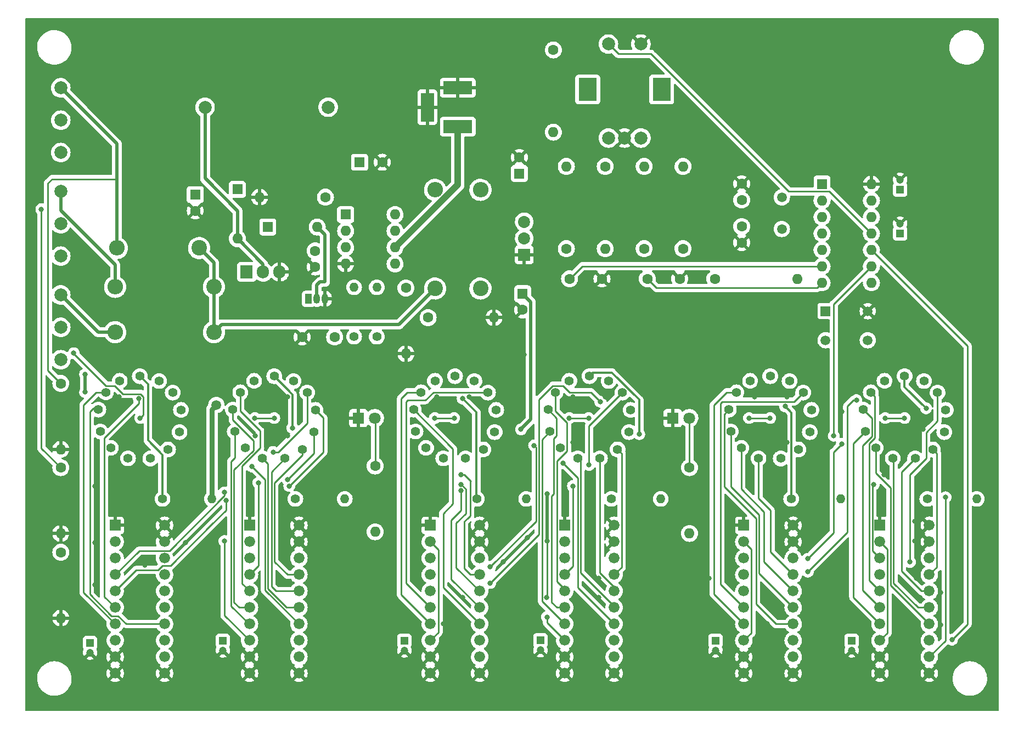
<source format=gbr>
%TF.GenerationSoftware,KiCad,Pcbnew,(6.0.4)*%
%TF.CreationDate,2022-08-22T18:12:28-05:00*%
%TF.ProjectId,Nixie Clock,4e697869-6520-4436-9c6f-636b2e6b6963,rev?*%
%TF.SameCoordinates,Original*%
%TF.FileFunction,Copper,L2,Bot*%
%TF.FilePolarity,Positive*%
%FSLAX46Y46*%
G04 Gerber Fmt 4.6, Leading zero omitted, Abs format (unit mm)*
G04 Created by KiCad (PCBNEW (6.0.4)) date 2022-08-22 18:12:28*
%MOMM*%
%LPD*%
G01*
G04 APERTURE LIST*
%TA.AperFunction,ComponentPad*%
%ADD10R,1.676400X1.676400*%
%TD*%
%TA.AperFunction,ComponentPad*%
%ADD11C,1.676400*%
%TD*%
%TA.AperFunction,ComponentPad*%
%ADD12C,2.400000*%
%TD*%
%TA.AperFunction,ComponentPad*%
%ADD13O,2.400000X2.400000*%
%TD*%
%TA.AperFunction,ComponentPad*%
%ADD14C,1.600000*%
%TD*%
%TA.AperFunction,ComponentPad*%
%ADD15O,1.600000X1.600000*%
%TD*%
%TA.AperFunction,ComponentPad*%
%ADD16C,1.408000*%
%TD*%
%TA.AperFunction,ComponentPad*%
%ADD17C,1.400000*%
%TD*%
%TA.AperFunction,ComponentPad*%
%ADD18O,1.400000X1.400000*%
%TD*%
%TA.AperFunction,ComponentPad*%
%ADD19C,1.500000*%
%TD*%
%TA.AperFunction,ComponentPad*%
%ADD20R,1.600000X1.600000*%
%TD*%
%TA.AperFunction,ComponentPad*%
%ADD21C,2.000000*%
%TD*%
%TA.AperFunction,ComponentPad*%
%ADD22R,1.200000X1.200000*%
%TD*%
%TA.AperFunction,ComponentPad*%
%ADD23C,1.200000*%
%TD*%
%TA.AperFunction,ComponentPad*%
%ADD24R,1.800000X1.800000*%
%TD*%
%TA.AperFunction,ComponentPad*%
%ADD25C,1.800000*%
%TD*%
%TA.AperFunction,ComponentPad*%
%ADD26R,1.050000X1.500000*%
%TD*%
%TA.AperFunction,ComponentPad*%
%ADD27O,1.050000X1.500000*%
%TD*%
%TA.AperFunction,ComponentPad*%
%ADD28R,1.860000X1.860000*%
%TD*%
%TA.AperFunction,ComponentPad*%
%ADD29C,1.860000*%
%TD*%
%TA.AperFunction,ComponentPad*%
%ADD30R,1.498000X1.498000*%
%TD*%
%TA.AperFunction,ComponentPad*%
%ADD31C,1.498000*%
%TD*%
%TA.AperFunction,ComponentPad*%
%ADD32R,2.800000X3.600000*%
%TD*%
%TA.AperFunction,ComponentPad*%
%ADD33R,1.905000X2.000000*%
%TD*%
%TA.AperFunction,ComponentPad*%
%ADD34O,1.905000X2.000000*%
%TD*%
%TA.AperFunction,ComponentPad*%
%ADD35R,4.500000X2.000000*%
%TD*%
%TA.AperFunction,ComponentPad*%
%ADD36R,2.000000X4.500000*%
%TD*%
%TA.AperFunction,ViaPad*%
%ADD37C,1.500000*%
%TD*%
%TA.AperFunction,ViaPad*%
%ADD38C,0.800000*%
%TD*%
%TA.AperFunction,Conductor*%
%ADD39C,0.500000*%
%TD*%
%TA.AperFunction,Conductor*%
%ADD40C,0.750000*%
%TD*%
%TA.AperFunction,Conductor*%
%ADD41C,1.000000*%
%TD*%
%TA.AperFunction,Conductor*%
%ADD42C,0.250000*%
%TD*%
%TA.AperFunction,Conductor*%
%ADD43C,0.300000*%
%TD*%
G04 APERTURE END LIST*
D10*
%TO.P,U6,1,PGND_4*%
%TO.N,GND*%
X158750000Y-123840000D03*
D11*
%TO.P,U6,2,VCC*%
%TO.N,+5V*%
X158750000Y-126380000D03*
%TO.P,U6,3,SER_IN*%
%TO.N,Net-(U5-Pad18)*%
X158750000Y-128920000D03*
%TO.P,U6,4,DRAIN0*%
%TO.N,/Tube_3_Digit_0*%
X158750000Y-131460000D03*
%TO.P,U6,5,DRAIN1*%
%TO.N,/Tube_3_Digit_1*%
X158750000Y-134000000D03*
%TO.P,U6,6,DRAIN2*%
%TO.N,/Tube_3_Digit_2*%
X158750000Y-136540000D03*
%TO.P,U6,7,DRAIN3*%
%TO.N,/Tube_3_Digit_3*%
X158750000Y-139080000D03*
%TO.P,U6,8,~{SRCLR}*%
%TO.N,+5V*%
X158750000Y-141620000D03*
%TO.P,U6,9,~{G}*%
%TO.N,GND*%
X158750000Y-144160000D03*
%TO.P,U6,10,PGND*%
X158750000Y-146700000D03*
%TO.P,U6,11,PGND_3*%
X166370000Y-146700000D03*
%TO.P,U6,12,RCK*%
%TO.N,/Data Latch*%
X166370000Y-144160000D03*
%TO.P,U6,13,SRCK*%
%TO.N,/Shift Clock*%
X166370000Y-141620000D03*
%TO.P,U6,14,DRAIN4*%
%TO.N,/Tube_3_Digit_4*%
X166370000Y-139080000D03*
%TO.P,U6,15,DRAIN5*%
%TO.N,/Tube_3_Digit_5*%
X166370000Y-136540000D03*
%TO.P,U6,16,DRAIN6*%
%TO.N,/Tube_3_Digit_6*%
X166370000Y-134000000D03*
%TO.P,U6,17,DRAIN7*%
%TO.N,/Tube_3_Digit_7*%
X166370000Y-131460000D03*
%TO.P,U6,18,SER_OUT*%
%TO.N,Net-(U6-Pad18)*%
X166370000Y-128920000D03*
%TO.P,U6,19,LGND*%
%TO.N,GND*%
X166370000Y-126380000D03*
%TO.P,U6,20,PGND_2*%
X166370000Y-123840000D03*
%TD*%
D12*
%TO.P,R25,1*%
%TO.N,+12V*%
X104620000Y-94000000D03*
D13*
%TO.P,R25,2*%
%TO.N,Net-(R24-Pad1)*%
X89380000Y-94000000D03*
%TD*%
D14*
%TO.P,R24,1*%
%TO.N,Net-(R24-Pad1)*%
X81000000Y-128000000D03*
D15*
%TO.P,R24,2*%
%TO.N,GND*%
X81000000Y-138160000D03*
%TD*%
D10*
%TO.P,U5,1,PGND_4*%
%TO.N,GND*%
X186382643Y-123840000D03*
D11*
%TO.P,U5,2,VCC*%
%TO.N,+5V*%
X186382643Y-126380000D03*
%TO.P,U5,3,SER_IN*%
%TO.N,Net-(U4-Pad18)*%
X186382643Y-128920000D03*
%TO.P,U5,4,DRAIN0*%
%TO.N,/Tube_1_Digit_8*%
X186382643Y-131460000D03*
%TO.P,U5,5,DRAIN1*%
%TO.N,/Tube_1_Digit_9*%
X186382643Y-134000000D03*
%TO.P,U5,6,DRAIN2*%
%TO.N,/Tube_2_Digit_0*%
X186382643Y-136540000D03*
%TO.P,U5,7,DRAIN3*%
%TO.N,/Tube_2_Digit_1*%
X186382643Y-139080000D03*
%TO.P,U5,8,~{SRCLR}*%
%TO.N,+5V*%
X186382643Y-141620000D03*
%TO.P,U5,9,~{G}*%
%TO.N,GND*%
X186382643Y-144160000D03*
%TO.P,U5,10,PGND*%
X186382643Y-146700000D03*
%TO.P,U5,11,PGND_3*%
X194002643Y-146700000D03*
%TO.P,U5,12,RCK*%
%TO.N,/Data Latch*%
X194002643Y-144160000D03*
%TO.P,U5,13,SRCK*%
%TO.N,/Shift Clock*%
X194002643Y-141620000D03*
%TO.P,U5,14,DRAIN4*%
%TO.N,/Tube_2_Digit_2*%
X194002643Y-139080000D03*
%TO.P,U5,15,DRAIN5*%
%TO.N,/Tube_2_Digit_3*%
X194002643Y-136540000D03*
%TO.P,U5,16,DRAIN6*%
%TO.N,/Tube_2_Digit_4*%
X194002643Y-134000000D03*
%TO.P,U5,17,DRAIN7*%
%TO.N,/Tube_2_Digit_5*%
X194002643Y-131460000D03*
%TO.P,U5,18,SER_OUT*%
%TO.N,Net-(U5-Pad18)*%
X194002643Y-128920000D03*
%TO.P,U5,19,LGND*%
%TO.N,GND*%
X194002643Y-126380000D03*
%TO.P,U5,20,PGND_2*%
X194002643Y-123840000D03*
%TD*%
D16*
%TO.P,TBE3,1,Anode*%
%TO.N,Net-(R18-Pad1)*%
X190457921Y-100793000D03*
%TO.P,TBE3,2,.Comma*%
%TO.N,unconnected-(TBE3-Pad2)*%
X187353921Y-101518000D03*
%TO.P,TBE3,3,C1*%
%TO.N,/Tube_2_Digit_1*%
X185225921Y-103297000D03*
%TO.P,TBE3,4,C2*%
%TO.N,/Tube_2_Digit_2*%
X184064921Y-105963000D03*
%TO.P,TBE3,5,C3*%
%TO.N,/Tube_2_Digit_3*%
X184368921Y-109333000D03*
%TO.P,TBE3,6,C4*%
%TO.N,/Tube_2_Digit_4*%
X185988921Y-111864000D03*
%TO.P,TBE3,7,C5*%
%TO.N,/Tube_2_Digit_5*%
X188635921Y-113483000D03*
%TO.P,TBE3,8,C6*%
%TO.N,unconnected-(TBE3-Pad8)*%
X192078921Y-113513000D03*
%TO.P,TBE3,9,C7*%
%TO.N,unconnected-(TBE3-Pad9)*%
X194805921Y-112116000D03*
%TO.P,TBE3,10,C8*%
%TO.N,unconnected-(TBE3-Pad10)*%
X196577921Y-109424000D03*
%TO.P,TBE3,11,C9*%
%TO.N,unconnected-(TBE3-Pad11)*%
X196807921Y-106000000D03*
%TO.P,TBE3,12,C0*%
%TO.N,/Tube_2_Digit_0*%
X195537921Y-103333000D03*
%TO.P,TBE3,13,Comma.*%
%TO.N,unconnected-(TBE3-Pad13)*%
X193435921Y-101545000D03*
%TD*%
D17*
%TO.P,R18,1*%
%TO.N,Net-(R18-Pad1)*%
X193690000Y-119750000D03*
D18*
%TO.P,R18,2*%
%TO.N,VDC*%
X201310000Y-119750000D03*
%TD*%
D17*
%TO.P,R14,1*%
%TO.N,Net-(R14-Pad1)*%
X214690000Y-119750000D03*
D18*
%TO.P,R14,2*%
%TO.N,VDC*%
X222310000Y-119750000D03*
%TD*%
D19*
%TO.P,Y1,1,1*%
%TO.N,/Microcontroller/Clock In*%
X192251500Y-73175000D03*
%TO.P,Y1,2,2*%
%TO.N,/Microcontroller/Clock Out*%
X192251500Y-78055000D03*
%TD*%
D16*
%TO.P,TBE4,1,Anode*%
%TO.N,Net-(R19-Pad1)*%
X113927361Y-100793000D03*
%TO.P,TBE4,2,.Comma*%
%TO.N,unconnected-(TBE4-Pad2)*%
X110823361Y-101518000D03*
%TO.P,TBE4,3,C1*%
%TO.N,/Tube_5_Digit_1*%
X108695361Y-103297000D03*
%TO.P,TBE4,4,C2*%
%TO.N,/Tube_5_Digit_2*%
X107534361Y-105963000D03*
%TO.P,TBE4,5,C3*%
%TO.N,/Tube_5_Digit_3*%
X107838361Y-109333000D03*
%TO.P,TBE4,6,C4*%
%TO.N,/Tube_5_Digit_4*%
X109458361Y-111864000D03*
%TO.P,TBE4,7,C5*%
%TO.N,/Tube_5_Digit_5*%
X112105361Y-113483000D03*
%TO.P,TBE4,8,C6*%
%TO.N,/Tube_5_Digit_6*%
X115548361Y-113513000D03*
%TO.P,TBE4,9,C7*%
%TO.N,/Tube_5_Digit_7*%
X118275361Y-112116000D03*
%TO.P,TBE4,10,C8*%
%TO.N,/Tube_5_Digit_8*%
X120047361Y-109424000D03*
%TO.P,TBE4,11,C9*%
%TO.N,/Tube_5_Digit_9*%
X120277361Y-106000000D03*
%TO.P,TBE4,12,C0*%
%TO.N,/Tube_5_Digit_0*%
X119007361Y-103333000D03*
%TO.P,TBE4,13,Comma.*%
%TO.N,unconnected-(TBE4-Pad13)*%
X116905361Y-101545000D03*
%TD*%
D20*
%TO.P,C1,1*%
%TO.N,+12V*%
X151750000Y-69500000D03*
D14*
%TO.P,C1,2*%
%TO.N,GND*%
X151750000Y-67000000D03*
%TD*%
D21*
%TO.P,RV3,1,1*%
%TO.N,Net-(R26-Pad1)*%
X81000000Y-72250000D03*
%TO.P,RV3,2,2*%
%TO.N,/LEDS/GRN*%
X81000000Y-77250000D03*
%TO.P,RV3,3,3*%
X81000000Y-82250000D03*
%TD*%
%TO.P,RV2,1,1*%
%TO.N,Net-(R24-Pad1)*%
X81000000Y-88250000D03*
%TO.P,RV2,2,2*%
%TO.N,/LEDS/BLU*%
X81000000Y-93250000D03*
%TO.P,RV2,3,3*%
X81000000Y-98250000D03*
%TD*%
D17*
%TO.P,R4,1*%
%TO.N,VDC*%
X126250000Y-94690000D03*
D18*
%TO.P,R4,2*%
%TO.N,Net-(C5-Pad1)*%
X126250000Y-87070000D03*
%TD*%
D10*
%TO.P,U4,1,PGND_4*%
%TO.N,GND*%
X207382643Y-123840000D03*
D11*
%TO.P,U4,2,VCC*%
%TO.N,+5V*%
X207382643Y-126380000D03*
%TO.P,U4,3,SER_IN*%
%TO.N,/Data Output*%
X207382643Y-128920000D03*
%TO.P,U4,4,DRAIN0*%
%TO.N,/Tube_1_Digit_0*%
X207382643Y-131460000D03*
%TO.P,U4,5,DRAIN1*%
%TO.N,/Tube_1_Digit_1*%
X207382643Y-134000000D03*
%TO.P,U4,6,DRAIN2*%
%TO.N,/Tube_1_Digit_2*%
X207382643Y-136540000D03*
%TO.P,U4,7,DRAIN3*%
%TO.N,/Tube_1_Digit_3*%
X207382643Y-139080000D03*
%TO.P,U4,8,~{SRCLR}*%
%TO.N,+5V*%
X207382643Y-141620000D03*
%TO.P,U4,9,~{G}*%
%TO.N,GND*%
X207382643Y-144160000D03*
%TO.P,U4,10,PGND*%
X207382643Y-146700000D03*
%TO.P,U4,11,PGND_3*%
X215002643Y-146700000D03*
%TO.P,U4,12,RCK*%
%TO.N,/Data Latch*%
X215002643Y-144160000D03*
%TO.P,U4,13,SRCK*%
%TO.N,/Shift Clock*%
X215002643Y-141620000D03*
%TO.P,U4,14,DRAIN4*%
%TO.N,/Tube_1_Digit_4*%
X215002643Y-139080000D03*
%TO.P,U4,15,DRAIN5*%
%TO.N,/Tube_1_Digit_5*%
X215002643Y-136540000D03*
%TO.P,U4,16,DRAIN6*%
%TO.N,/Tube_1_Digit_6*%
X215002643Y-134000000D03*
%TO.P,U4,17,DRAIN7*%
%TO.N,/Tube_1_Digit_7*%
X215002643Y-131460000D03*
%TO.P,U4,18,SER_OUT*%
%TO.N,Net-(U4-Pad18)*%
X215002643Y-128920000D03*
%TO.P,U4,19,LGND*%
%TO.N,GND*%
X215002643Y-126380000D03*
%TO.P,U4,20,PGND_2*%
X215002643Y-123840000D03*
%TD*%
D10*
%TO.P,U7,1,PGND_4*%
%TO.N,GND*%
X138015282Y-123840000D03*
D11*
%TO.P,U7,2,VCC*%
%TO.N,+5V*%
X138015282Y-126380000D03*
%TO.P,U7,3,SER_IN*%
%TO.N,Net-(U6-Pad18)*%
X138015282Y-128920000D03*
%TO.P,U7,4,DRAIN0*%
%TO.N,/Tube_3_Digit_8*%
X138015282Y-131460000D03*
%TO.P,U7,5,DRAIN1*%
%TO.N,/Tube_3_Digit_9*%
X138015282Y-134000000D03*
%TO.P,U7,6,DRAIN2*%
%TO.N,/Tube_4_Digit_0*%
X138015282Y-136540000D03*
%TO.P,U7,7,DRAIN3*%
%TO.N,/Tube_4_Digit_1*%
X138015282Y-139080000D03*
%TO.P,U7,8,~{SRCLR}*%
%TO.N,+5V*%
X138015282Y-141620000D03*
%TO.P,U7,9,~{G}*%
%TO.N,GND*%
X138015282Y-144160000D03*
%TO.P,U7,10,PGND*%
X138015282Y-146700000D03*
%TO.P,U7,11,PGND_3*%
X145635282Y-146700000D03*
%TO.P,U7,12,RCK*%
%TO.N,/Data Latch*%
X145635282Y-144160000D03*
%TO.P,U7,13,SRCK*%
%TO.N,/Shift Clock*%
X145635282Y-141620000D03*
%TO.P,U7,14,DRAIN4*%
%TO.N,/Tube_4_Digit_2*%
X145635282Y-139080000D03*
%TO.P,U7,15,DRAIN5*%
%TO.N,/Tube_4_Digit_3*%
X145635282Y-136540000D03*
%TO.P,U7,16,DRAIN6*%
%TO.N,/Tube_4_Digit_4*%
X145635282Y-134000000D03*
%TO.P,U7,17,DRAIN7*%
%TO.N,/Tube_4_Digit_5*%
X145635282Y-131460000D03*
%TO.P,U7,18,SER_OUT*%
%TO.N,Net-(U7-Pad18)*%
X145635282Y-128920000D03*
%TO.P,U7,19,LGND*%
%TO.N,GND*%
X145635282Y-126380000D03*
%TO.P,U7,20,PGND_2*%
X145635282Y-123840000D03*
%TD*%
D16*
%TO.P,TBE5,1,Anode*%
%TO.N,Net-(R20-Pad1)*%
X162560000Y-100793000D03*
%TO.P,TBE5,2,.Comma*%
%TO.N,unconnected-(TBE5-Pad2)*%
X159456000Y-101518000D03*
%TO.P,TBE5,3,C1*%
%TO.N,/Tube_3_Digit_1*%
X157328000Y-103297000D03*
%TO.P,TBE5,4,C2*%
%TO.N,/Tube_3_Digit_2*%
X156167000Y-105963000D03*
%TO.P,TBE5,5,C3*%
%TO.N,/Tube_3_Digit_3*%
X156471000Y-109333000D03*
%TO.P,TBE5,6,C4*%
%TO.N,/Tube_3_Digit_4*%
X158091000Y-111864000D03*
%TO.P,TBE5,7,C5*%
%TO.N,/Tube_3_Digit_5*%
X160738000Y-113483000D03*
%TO.P,TBE5,8,C6*%
%TO.N,/Tube_3_Digit_6*%
X164181000Y-113513000D03*
%TO.P,TBE5,9,C7*%
%TO.N,/Tube_3_Digit_7*%
X166908000Y-112116000D03*
%TO.P,TBE5,10,C8*%
%TO.N,/Tube_3_Digit_8*%
X168680000Y-109424000D03*
%TO.P,TBE5,11,C9*%
%TO.N,/Tube_3_Digit_9*%
X168910000Y-106000000D03*
%TO.P,TBE5,12,C0*%
%TO.N,/Tube_3_Digit_0*%
X167640000Y-103333000D03*
%TO.P,TBE5,13,Comma.*%
%TO.N,unconnected-(TBE5-Pad13)*%
X165538000Y-101545000D03*
%TD*%
%TO.P,TBE1,1,Anode*%
%TO.N,Net-(R14-Pad1)*%
X211192643Y-100793000D03*
%TO.P,TBE1,2,.Comma*%
%TO.N,unconnected-(TBE1-Pad2)*%
X208088643Y-101518000D03*
%TO.P,TBE1,3,C1*%
%TO.N,/Tube_1_Digit_1*%
X205960643Y-103297000D03*
%TO.P,TBE1,4,C2*%
%TO.N,/Tube_1_Digit_2*%
X204799643Y-105963000D03*
%TO.P,TBE1,5,C3*%
%TO.N,/Tube_1_Digit_3*%
X205103643Y-109333000D03*
%TO.P,TBE1,6,C4*%
%TO.N,/Tube_1_Digit_4*%
X206723643Y-111864000D03*
%TO.P,TBE1,7,C5*%
%TO.N,/Tube_1_Digit_5*%
X209370643Y-113483000D03*
%TO.P,TBE1,8,C6*%
%TO.N,/Tube_1_Digit_6*%
X212813643Y-113513000D03*
%TO.P,TBE1,9,C7*%
%TO.N,/Tube_1_Digit_7*%
X215540643Y-112116000D03*
%TO.P,TBE1,10,C8*%
%TO.N,/Tube_1_Digit_8*%
X217312643Y-109424000D03*
%TO.P,TBE1,11,C9*%
%TO.N,/Tube_1_Digit_9*%
X217542643Y-106000000D03*
%TO.P,TBE1,12,C0*%
%TO.N,/Tube_1_Digit_0*%
X216272643Y-103333000D03*
%TO.P,TBE1,13,Comma.*%
%TO.N,unconnected-(TBE1-Pad13)*%
X214170643Y-101545000D03*
%TD*%
D22*
%TO.P,C8,1*%
%TO.N,+5V*%
X106000000Y-141660000D03*
D23*
%TO.P,C8,2*%
%TO.N,GND*%
X106000000Y-143160000D03*
%TD*%
D24*
%TO.P,NE1,1*%
%TO.N,GND*%
X175417643Y-107270000D03*
D25*
%TO.P,NE1,2*%
%TO.N,Net-(NE1-Pad2)*%
X177957643Y-107270000D03*
%TD*%
D26*
%TO.P,Q1,1*%
%TO.N,Net-(D1-Pad1)*%
X119230000Y-88860000D03*
D27*
%TO.P,Q1,2*%
%TO.N,Net-(D1-Pad2)*%
X120500000Y-88860000D03*
%TO.P,Q1,3*%
%TO.N,GND*%
X121770000Y-88860000D03*
%TD*%
D10*
%TO.P,U9,1,PGND_4*%
%TO.N,GND*%
X89382643Y-123840000D03*
D11*
%TO.P,U9,2,VCC*%
%TO.N,+5V*%
X89382643Y-126380000D03*
%TO.P,U9,3,SER_IN*%
%TO.N,Net-(U8-Pad18)*%
X89382643Y-128920000D03*
%TO.P,U9,4,DRAIN0*%
%TO.N,/Tube_5_Digit_8*%
X89382643Y-131460000D03*
%TO.P,U9,5,DRAIN1*%
%TO.N,/Tube_5_Digit_9*%
X89382643Y-134000000D03*
%TO.P,U9,6,DRAIN2*%
%TO.N,/Tube_6_Digit_0*%
X89382643Y-136540000D03*
%TO.P,U9,7,DRAIN3*%
%TO.N,/Tube_6_Digit_1*%
X89382643Y-139080000D03*
%TO.P,U9,8,~{SRCLR}*%
%TO.N,+5V*%
X89382643Y-141620000D03*
%TO.P,U9,9,~{G}*%
%TO.N,GND*%
X89382643Y-144160000D03*
%TO.P,U9,10,PGND*%
X89382643Y-146700000D03*
%TO.P,U9,11,PGND_3*%
X97002643Y-146700000D03*
%TO.P,U9,12,RCK*%
%TO.N,/Data Latch*%
X97002643Y-144160000D03*
%TO.P,U9,13,SRCK*%
%TO.N,/Shift Clock*%
X97002643Y-141620000D03*
%TO.P,U9,14,DRAIN4*%
%TO.N,/Tube_6_Digit_2*%
X97002643Y-139080000D03*
%TO.P,U9,15,DRAIN5*%
%TO.N,unconnected-(U9-Pad15)*%
X97002643Y-136540000D03*
%TO.P,U9,16,DRAIN6*%
%TO.N,unconnected-(U9-Pad16)*%
X97002643Y-134000000D03*
%TO.P,U9,17,DRAIN7*%
%TO.N,unconnected-(U9-Pad17)*%
X97002643Y-131460000D03*
%TO.P,U9,18,SER_OUT*%
%TO.N,unconnected-(U9-Pad18)*%
X97002643Y-128920000D03*
%TO.P,U9,19,LGND*%
%TO.N,GND*%
X97002643Y-126380000D03*
%TO.P,U9,20,PGND_2*%
X97002643Y-123840000D03*
%TD*%
D14*
%TO.P,R22,1*%
%TO.N,Net-(R22-Pad1)*%
X81000000Y-101920000D03*
D15*
%TO.P,R22,2*%
%TO.N,GND*%
X81000000Y-112080000D03*
%TD*%
D22*
%TO.P,C15,1*%
%TO.N,+5V*%
X210501500Y-71972599D03*
D23*
%TO.P,C15,2*%
%TO.N,GND*%
X210501500Y-70472599D03*
%TD*%
D12*
%TO.P,R1,1*%
%TO.N,+12V*%
X138750000Y-87250000D03*
D13*
%TO.P,R1,2*%
%TO.N,Net-(C4-Pad1)*%
X138750000Y-72010000D03*
%TD*%
D20*
%TO.P,U2,1,SwC*%
%TO.N,Net-(C4-Pad1)*%
X124950000Y-75830000D03*
D15*
%TO.P,U2,2,SwE*%
%TO.N,Net-(D1-Pad2)*%
X124950000Y-78370000D03*
%TO.P,U2,3,TC*%
%TO.N,Net-(C3-Pad1)*%
X124950000Y-80910000D03*
%TO.P,U2,4,GND*%
%TO.N,GND*%
X124950000Y-83450000D03*
%TO.P,U2,5,Vfb*%
%TO.N,Net-(C5-Pad1)*%
X132570000Y-83450000D03*
%TO.P,U2,6,Vin*%
%TO.N,+12V*%
X132570000Y-80910000D03*
%TO.P,U2,7,Ipk*%
%TO.N,Net-(C4-Pad1)*%
X132570000Y-78370000D03*
%TO.P,U2,8,DC*%
X132570000Y-75830000D03*
%TD*%
D14*
%TO.P,C5,1*%
%TO.N,Net-(C5-Pad1)*%
X123250000Y-94750000D03*
%TO.P,C5,2*%
%TO.N,GND*%
X118250000Y-94750000D03*
%TD*%
%TO.P,R26,1*%
%TO.N,Net-(R26-Pad1)*%
X81000000Y-114920000D03*
D15*
%TO.P,R26,2*%
%TO.N,GND*%
X81000000Y-125080000D03*
%TD*%
D28*
%TO.P,U1,1,ADJ/GND*%
%TO.N,GND*%
X152500000Y-82040000D03*
D29*
%TO.P,U1,2,VOUT*%
%TO.N,+5V*%
X152500000Y-79500000D03*
%TO.P,U1,3,VIN*%
%TO.N,+12V*%
X152500000Y-76960000D03*
%TD*%
D22*
%TO.P,C9,1*%
%TO.N,+5V*%
X134000000Y-141660000D03*
D23*
%TO.P,C9,2*%
%TO.N,GND*%
X134000000Y-143160000D03*
%TD*%
D17*
%TO.P,R15,1*%
%TO.N,Net-(R15-Pad1)*%
X145190000Y-119750000D03*
D18*
%TO.P,R15,2*%
%TO.N,VDC*%
X152810000Y-119750000D03*
%TD*%
D14*
%TO.P,R13,1*%
%TO.N,/Microcontroller/Rotary Button*%
X157000000Y-50400000D03*
D15*
%TO.P,R13,2*%
%TO.N,+5V*%
X157000000Y-63100000D03*
%TD*%
D14*
%TO.P,R16,1*%
%TO.N,Net-(NE1-Pad2)*%
X178000000Y-114920000D03*
D15*
%TO.P,R16,2*%
%TO.N,VDC*%
X178000000Y-125080000D03*
%TD*%
D14*
%TO.P,R9,1*%
%TO.N,/Microcontroller/Encoder A*%
X159000000Y-81100000D03*
D15*
%TO.P,R9,2*%
%TO.N,Net-(R11-Pad1)*%
X159000000Y-68400000D03*
%TD*%
D22*
%TO.P,C12,1*%
%TO.N,+5V*%
X203000000Y-141660000D03*
D23*
%TO.P,C12,2*%
%TO.N,GND*%
X203000000Y-143160000D03*
%TD*%
D10*
%TO.P,U8,1,PGND_4*%
%TO.N,GND*%
X110117361Y-123840000D03*
D11*
%TO.P,U8,2,VCC*%
%TO.N,+5V*%
X110117361Y-126380000D03*
%TO.P,U8,3,SER_IN*%
%TO.N,Net-(U7-Pad18)*%
X110117361Y-128920000D03*
%TO.P,U8,4,DRAIN0*%
%TO.N,/Tube_5_Digit_0*%
X110117361Y-131460000D03*
%TO.P,U8,5,DRAIN1*%
%TO.N,/Tube_5_Digit_1*%
X110117361Y-134000000D03*
%TO.P,U8,6,DRAIN2*%
%TO.N,/Tube_5_Digit_2*%
X110117361Y-136540000D03*
%TO.P,U8,7,DRAIN3*%
%TO.N,/Tube_5_Digit_3*%
X110117361Y-139080000D03*
%TO.P,U8,8,~{SRCLR}*%
%TO.N,+5V*%
X110117361Y-141620000D03*
%TO.P,U8,9,~{G}*%
%TO.N,GND*%
X110117361Y-144160000D03*
%TO.P,U8,10,PGND*%
X110117361Y-146700000D03*
%TO.P,U8,11,PGND_3*%
X117737361Y-146700000D03*
%TO.P,U8,12,RCK*%
%TO.N,/Data Latch*%
X117737361Y-144160000D03*
%TO.P,U8,13,SRCK*%
%TO.N,/Shift Clock*%
X117737361Y-141620000D03*
%TO.P,U8,14,DRAIN4*%
%TO.N,/Tube_5_Digit_4*%
X117737361Y-139080000D03*
%TO.P,U8,15,DRAIN5*%
%TO.N,/Tube_5_Digit_5*%
X117737361Y-136540000D03*
%TO.P,U8,16,DRAIN6*%
%TO.N,/Tube_5_Digit_6*%
X117737361Y-134000000D03*
%TO.P,U8,17,DRAIN7*%
%TO.N,/Tube_5_Digit_7*%
X117737361Y-131460000D03*
%TO.P,U8,18,SER_OUT*%
%TO.N,Net-(U8-Pad18)*%
X117737361Y-128920000D03*
%TO.P,U8,19,LGND*%
%TO.N,GND*%
X117737361Y-126380000D03*
%TO.P,U8,20,PGND_2*%
X117737361Y-123840000D03*
%TD*%
D14*
%TO.P,R12,1*%
%TO.N,+5V*%
X177000000Y-81100000D03*
D15*
%TO.P,R12,2*%
%TO.N,Net-(R10-Pad2)*%
X177000000Y-68400000D03*
%TD*%
D14*
%TO.P,R8,1*%
%TO.N,+5V*%
X181901500Y-85750000D03*
D15*
%TO.P,R8,2*%
%TO.N,/Microcontroller/Reset*%
X194601500Y-85750000D03*
%TD*%
D20*
%TO.P,C6,1*%
%TO.N,VDC*%
X101750000Y-72750000D03*
D14*
%TO.P,C6,2*%
%TO.N,GND*%
X101750000Y-75250000D03*
%TD*%
D12*
%TO.P,R23,1*%
%TO.N,+12V*%
X102350000Y-81000000D03*
D13*
%TO.P,R23,2*%
%TO.N,Net-(R22-Pad1)*%
X89650000Y-81000000D03*
%TD*%
D14*
%TO.P,C16,1*%
%TO.N,GND*%
X164500000Y-85750000D03*
%TO.P,C16,2*%
%TO.N,/Microcontroller/Encoder A*%
X159500000Y-85750000D03*
%TD*%
D30*
%TO.P,SW1,1*%
%TO.N,unconnected-(SW1-Pad1)*%
X199000000Y-90750000D03*
D31*
%TO.P,SW1,2*%
%TO.N,GND*%
X205500000Y-90750000D03*
%TO.P,SW1,3*%
%TO.N,/Microcontroller/Reset*%
X199000000Y-95250000D03*
%TO.P,SW1,4*%
%TO.N,unconnected-(SW1-Pad4)*%
X205500000Y-95250000D03*
%TD*%
D14*
%TO.P,R17,1*%
%TO.N,Net-(NE2-Pad2)*%
X129500000Y-114670000D03*
D15*
%TO.P,R17,2*%
%TO.N,VDC*%
X129500000Y-124830000D03*
%TD*%
D14*
%TO.P,C14,1*%
%TO.N,/Microcontroller/Clock Out*%
X186051500Y-77675000D03*
%TO.P,C14,2*%
%TO.N,GND*%
X186051500Y-80175000D03*
%TD*%
D17*
%TO.P,R19,1*%
%TO.N,Net-(R19-Pad1)*%
X117190000Y-119750000D03*
D18*
%TO.P,R19,2*%
%TO.N,VDC*%
X124810000Y-119750000D03*
%TD*%
D23*
%TO.P,C7,2*%
%TO.N,GND*%
X85500000Y-143500000D03*
D22*
%TO.P,C7,1*%
%TO.N,+5V*%
X85500000Y-142000000D03*
%TD*%
D20*
%TO.P,C2,1*%
%TO.N,+5V*%
X152250000Y-88067621D03*
D14*
%TO.P,C2,2*%
%TO.N,GND*%
X152250000Y-90567621D03*
%TD*%
D22*
%TO.P,C11,1*%
%TO.N,+5V*%
X182000000Y-141660000D03*
D23*
%TO.P,C11,2*%
%TO.N,GND*%
X182000000Y-143160000D03*
%TD*%
D14*
%TO.P,R11,1*%
%TO.N,Net-(R11-Pad1)*%
X165000000Y-68400000D03*
D15*
%TO.P,R11,2*%
%TO.N,+5V*%
X165000000Y-81100000D03*
%TD*%
D20*
%TO.P,U10,1,VDD*%
%TO.N,+5V*%
X198451500Y-71125000D03*
D15*
%TO.P,U10,2,RA5*%
%TO.N,/Microcontroller/Clock In*%
X198451500Y-73665000D03*
%TO.P,U10,3,RA4*%
%TO.N,/Microcontroller/Clock Out*%
X198451500Y-76205000D03*
%TO.P,U10,4,VPP/RA3*%
%TO.N,/Microcontroller/Reset*%
X198451500Y-78745000D03*
%TO.P,U10,5,RC5*%
%TO.N,unconnected-(U10-Pad5)*%
X198451500Y-81285000D03*
%TO.P,U10,6,RC4*%
%TO.N,/Microcontroller/Encoder A*%
X198451500Y-83825000D03*
%TO.P,U10,7,RC3*%
%TO.N,/Microcontroller/Encoder B*%
X198451500Y-86365000D03*
%TO.P,U10,8,RC2*%
%TO.N,/Data Latch*%
X206071500Y-86365000D03*
%TO.P,U10,9,RC1*%
%TO.N,/Data Output*%
X206071500Y-83825000D03*
%TO.P,U10,10,RC0*%
%TO.N,/Shift Clock*%
X206071500Y-81285000D03*
%TO.P,U10,11,RA2*%
%TO.N,/Microcontroller/Rotary Button*%
X206071500Y-78745000D03*
%TO.P,U10,12,RA1/ICSPCLK*%
%TO.N,unconnected-(U10-Pad12)*%
X206071500Y-76205000D03*
%TO.P,U10,13,RA0/ICSPDAT*%
%TO.N,unconnected-(U10-Pad13)*%
X206071500Y-73665000D03*
%TO.P,U10,14,VSS*%
%TO.N,GND*%
X206071500Y-71125000D03*
%TD*%
D14*
%TO.P,R10,1*%
%TO.N,/Microcontroller/Encoder B*%
X171000000Y-81100000D03*
D15*
%TO.P,R10,2*%
%TO.N,Net-(R10-Pad2)*%
X171000000Y-68400000D03*
%TD*%
D22*
%TO.P,C10,1*%
%TO.N,+5V*%
X155000000Y-141620000D03*
D23*
%TO.P,C10,2*%
%TO.N,GND*%
X155000000Y-143120000D03*
%TD*%
D21*
%TO.P,S1,1*%
%TO.N,/Microcontroller/Rotary Button*%
X165500000Y-49500000D03*
%TO.P,S1,2*%
%TO.N,GND*%
X170500000Y-49500000D03*
D32*
%TO.P,S1,3*%
%TO.N,unconnected-(S1-Pad3)*%
X173700000Y-56500000D03*
X162300000Y-56500000D03*
D21*
%TO.P,S1,A,CH_A*%
%TO.N,Net-(R11-Pad1)*%
X165500000Y-64000000D03*
%TO.P,S1,B,CH_B*%
%TO.N,Net-(R10-Pad2)*%
X170500000Y-64000000D03*
%TO.P,S1,C,COM*%
%TO.N,GND*%
X168000000Y-64000000D03*
%TD*%
D12*
%TO.P,R2,1*%
%TO.N,+12V*%
X145750000Y-87250000D03*
D13*
%TO.P,R2,2*%
%TO.N,Net-(C4-Pad1)*%
X145750000Y-72010000D03*
%TD*%
D20*
%TO.P,C4,1*%
%TO.N,Net-(C4-Pad1)*%
X127097349Y-67750000D03*
D14*
%TO.P,C4,2*%
%TO.N,GND*%
X130597349Y-67750000D03*
%TD*%
D21*
%TO.P,L1,1,1*%
%TO.N,Net-(C4-Pad1)*%
X122250000Y-59250000D03*
%TO.P,L1,2,2*%
%TO.N,Net-(D2-Pad2)*%
X103250000Y-59250000D03*
%TD*%
D33*
%TO.P,U3,1*%
%TO.N,Net-(D1-Pad1)*%
X109670000Y-84695000D03*
D34*
%TO.P,U3,2*%
%TO.N,Net-(D2-Pad2)*%
X112210000Y-84695000D03*
%TO.P,U3,3*%
%TO.N,GND*%
X114750000Y-84695000D03*
%TD*%
D16*
%TO.P,TBE2,1,Anode*%
%TO.N,Net-(R15-Pad1)*%
X141825282Y-100793000D03*
%TO.P,TBE2,2,.Comma*%
%TO.N,unconnected-(TBE2-Pad2)*%
X138721282Y-101518000D03*
%TO.P,TBE2,3,C1*%
%TO.N,/Tube_4_Digit_1*%
X136593282Y-103297000D03*
%TO.P,TBE2,4,C2*%
%TO.N,/Tube_4_Digit_2*%
X135432282Y-105963000D03*
%TO.P,TBE2,5,C3*%
%TO.N,/Tube_4_Digit_3*%
X135736282Y-109333000D03*
%TO.P,TBE2,6,C4*%
%TO.N,/Tube_4_Digit_4*%
X137356282Y-111864000D03*
%TO.P,TBE2,7,C5*%
%TO.N,/Tube_4_Digit_5*%
X140003282Y-113483000D03*
%TO.P,TBE2,8,C6*%
%TO.N,unconnected-(TBE2-Pad8)*%
X143446282Y-113513000D03*
%TO.P,TBE2,9,C7*%
%TO.N,unconnected-(TBE2-Pad9)*%
X146173282Y-112116000D03*
%TO.P,TBE2,10,C8*%
%TO.N,unconnected-(TBE2-Pad10)*%
X147945282Y-109424000D03*
%TO.P,TBE2,11,C9*%
%TO.N,unconnected-(TBE2-Pad11)*%
X148175282Y-106000000D03*
%TO.P,TBE2,12,C0*%
%TO.N,/Tube_4_Digit_0*%
X146905282Y-103333000D03*
%TO.P,TBE2,13,Comma.*%
%TO.N,unconnected-(TBE2-Pad13)*%
X144803282Y-101545000D03*
%TD*%
D20*
%TO.P,D1,1,K*%
%TO.N,Net-(D1-Pad1)*%
X112940000Y-77750000D03*
D15*
%TO.P,D1,2,A*%
%TO.N,Net-(D1-Pad2)*%
X120560000Y-77750000D03*
%TD*%
D14*
%TO.P,C17,1*%
%TO.N,/Microcontroller/Encoder B*%
X171500000Y-85750000D03*
%TO.P,C17,2*%
%TO.N,GND*%
X176500000Y-85750000D03*
%TD*%
%TO.P,C3,1*%
%TO.N,Net-(C3-Pad1)*%
X120250000Y-81430000D03*
%TO.P,C3,2*%
%TO.N,GND*%
X120250000Y-83930000D03*
%TD*%
%TO.P,R7,1*%
%TO.N,Net-(R6-Pad1)*%
X137670000Y-91750000D03*
D15*
%TO.P,R7,2*%
%TO.N,GND*%
X147830000Y-91750000D03*
%TD*%
D20*
%TO.P,D2,1,K*%
%TO.N,VDC*%
X108250000Y-71940000D03*
D15*
%TO.P,D2,2,A*%
%TO.N,Net-(D2-Pad2)*%
X108250000Y-79560000D03*
%TD*%
D14*
%TO.P,R3,1*%
%TO.N,Net-(D1-Pad2)*%
X121830000Y-73150000D03*
D15*
%TO.P,R3,2*%
%TO.N,GND*%
X111670000Y-73150000D03*
%TD*%
D14*
%TO.P,C13,1*%
%TO.N,/Microcontroller/Clock In*%
X186051500Y-73575000D03*
%TO.P,C13,2*%
%TO.N,GND*%
X186051500Y-71075000D03*
%TD*%
D21*
%TO.P,RV1,1,1*%
%TO.N,Net-(R22-Pad1)*%
X81000000Y-56250000D03*
%TO.P,RV1,2,2*%
%TO.N,/LEDS/RED*%
X81000000Y-61250000D03*
%TO.P,RV1,3,3*%
X81000000Y-66250000D03*
%TD*%
D35*
%TO.P,J1,1*%
%TO.N,+12V*%
X142250000Y-62250000D03*
%TO.P,J1,2*%
%TO.N,GND*%
X142250000Y-56250000D03*
D36*
%TO.P,J1,3*%
X137550000Y-59250000D03*
%TD*%
D12*
%TO.P,R27,1*%
%TO.N,+12V*%
X104620000Y-87000000D03*
D13*
%TO.P,R27,2*%
%TO.N,Net-(R26-Pad1)*%
X89380000Y-87000000D03*
%TD*%
D17*
%TO.P,R20,1*%
%TO.N,Net-(R20-Pad1)*%
X165940000Y-119750000D03*
D18*
%TO.P,R20,2*%
%TO.N,VDC*%
X173560000Y-119750000D03*
%TD*%
D17*
%TO.P,R6,1*%
%TO.N,Net-(R6-Pad1)*%
X129750000Y-94690000D03*
D18*
%TO.P,R6,2*%
%TO.N,Net-(C5-Pad1)*%
X129750000Y-87070000D03*
%TD*%
D22*
%TO.P,C18,1*%
%TO.N,/Microcontroller/Rotary Button*%
X210501500Y-78750000D03*
D23*
%TO.P,C18,2*%
%TO.N,GND*%
X210501500Y-77250000D03*
%TD*%
D17*
%TO.P,R21,1*%
%TO.N,Net-(R21-Pad1)*%
X96690000Y-119750000D03*
D18*
%TO.P,R21,2*%
%TO.N,VDC*%
X104310000Y-119750000D03*
%TD*%
D14*
%TO.P,R5,1*%
%TO.N,Net-(C5-Pad1)*%
X134250000Y-87170000D03*
D15*
%TO.P,R5,2*%
%TO.N,GND*%
X134250000Y-97330000D03*
%TD*%
D16*
%TO.P,TBE6,1,Anode*%
%TO.N,Net-(R21-Pad1)*%
X93192643Y-100793000D03*
%TO.P,TBE6,2,.Comma*%
%TO.N,unconnected-(TBE6-Pad2)*%
X90088643Y-101518000D03*
%TO.P,TBE6,3,C1*%
%TO.N,/Tube_6_Digit_1*%
X87960643Y-103297000D03*
%TO.P,TBE6,4,C2*%
%TO.N,/Tube_6_Digit_2*%
X86799643Y-105963000D03*
%TO.P,TBE6,5,C3*%
%TO.N,unconnected-(TBE6-Pad5)*%
X87103643Y-109333000D03*
%TO.P,TBE6,6,C4*%
%TO.N,unconnected-(TBE6-Pad6)*%
X88723643Y-111864000D03*
%TO.P,TBE6,7,C5*%
%TO.N,unconnected-(TBE6-Pad7)*%
X91370643Y-113483000D03*
%TO.P,TBE6,8,C6*%
%TO.N,unconnected-(TBE6-Pad8)*%
X94813643Y-113513000D03*
%TO.P,TBE6,9,C7*%
%TO.N,unconnected-(TBE6-Pad9)*%
X97540643Y-112116000D03*
%TO.P,TBE6,10,C8*%
%TO.N,unconnected-(TBE6-Pad10)*%
X99312643Y-109424000D03*
%TO.P,TBE6,11,C9*%
%TO.N,unconnected-(TBE6-Pad11)*%
X99542643Y-106000000D03*
%TO.P,TBE6,12,C0*%
%TO.N,/Tube_6_Digit_0*%
X98272643Y-103333000D03*
%TO.P,TBE6,13,Comma.*%
%TO.N,unconnected-(TBE6-Pad13)*%
X96170643Y-101545000D03*
%TD*%
D24*
%TO.P,NE2,1*%
%TO.N,GND*%
X126917643Y-107270000D03*
D25*
%TO.P,NE2,2*%
%TO.N,Net-(NE2-Pad2)*%
X129457643Y-107270000D03*
%TD*%
D37*
%TO.N,VDC*%
X105000000Y-105250000D03*
D38*
%TO.N,GND*%
X106000000Y-109750000D03*
X214250000Y-117000000D03*
X212750000Y-123250000D03*
X157500000Y-92500000D03*
X161750000Y-105750000D03*
X90000000Y-104000000D03*
X112000000Y-104000000D03*
X143000000Y-138000000D03*
X110000000Y-52500000D03*
X93000000Y-133000000D03*
X157500000Y-60000000D03*
X93000000Y-138000000D03*
X204000000Y-138000000D03*
X165000000Y-111000000D03*
X116000000Y-110000000D03*
X135000000Y-52500000D03*
X111000000Y-110000000D03*
X130000000Y-137000000D03*
X93000000Y-148000000D03*
X88250000Y-107500000D03*
X152500000Y-97500000D03*
X193000000Y-104000000D03*
X190000000Y-142000000D03*
X197000000Y-138000000D03*
X170000000Y-132000000D03*
X162000000Y-139000000D03*
X209000000Y-97000000D03*
X181000000Y-132000000D03*
X164000000Y-132000000D03*
X215000000Y-97000000D03*
X219250000Y-123250000D03*
X212750000Y-126250000D03*
X107500000Y-97500000D03*
X165000000Y-104000000D03*
X181000000Y-138000000D03*
X212750000Y-134500000D03*
X95000000Y-87500000D03*
X190000000Y-139000000D03*
X143000000Y-135000000D03*
X106000000Y-112750000D03*
X86250000Y-133000000D03*
X95000000Y-57500000D03*
X155000000Y-52500000D03*
X115000000Y-52500000D03*
X150000000Y-137000000D03*
X140000000Y-139000000D03*
X103000000Y-133000000D03*
X216750000Y-134250000D03*
X190000000Y-105750000D03*
X95000000Y-82500000D03*
X188000000Y-111000000D03*
X214000000Y-109000000D03*
X116000000Y-104000000D03*
X197000000Y-132000000D03*
X157500000Y-97500000D03*
X150000000Y-52500000D03*
X141250000Y-105750000D03*
X96000000Y-110000000D03*
X103000000Y-139000000D03*
X157500000Y-82500000D03*
X215000000Y-92000000D03*
X144000000Y-111000000D03*
X106000000Y-116750000D03*
X94000000Y-130000000D03*
X96000000Y-104000000D03*
X145000000Y-52500000D03*
X157500000Y-55000000D03*
X140000000Y-52500000D03*
X142000000Y-142000000D03*
X193000000Y-111000000D03*
X95000000Y-97500000D03*
X122500000Y-97500000D03*
X90000000Y-105250000D03*
X100000000Y-52500000D03*
X153000000Y-125750000D03*
X93000000Y-145000000D03*
X117500000Y-97500000D03*
X127500000Y-97500000D03*
X122000000Y-137000000D03*
X105000000Y-52500000D03*
X139000000Y-104000000D03*
X188000000Y-104000000D03*
X95000000Y-62500000D03*
X86250000Y-117750000D03*
X211000000Y-132750000D03*
X139000000Y-111000000D03*
X170000000Y-138000000D03*
X122000000Y-132000000D03*
X142500000Y-97500000D03*
X219250000Y-130250000D03*
X219250000Y-137500000D03*
X114000000Y-139000000D03*
X190000000Y-144000000D03*
X93000000Y-141000000D03*
X95000000Y-92500000D03*
X160000000Y-104000000D03*
X201500000Y-106250000D03*
X95000000Y-77500000D03*
X100250000Y-126500000D03*
X155000000Y-137000000D03*
X95000000Y-52500000D03*
X147500000Y-97500000D03*
X130000000Y-132000000D03*
X95000000Y-72500000D03*
X114000000Y-142000000D03*
X209000000Y-103000000D03*
X103000000Y-130000000D03*
X160000000Y-111000000D03*
X210750000Y-105750000D03*
X213000000Y-132000000D03*
X137500000Y-97500000D03*
X211000000Y-111000000D03*
X150000000Y-132000000D03*
X157500000Y-77500000D03*
X130000000Y-52500000D03*
X114000000Y-144000000D03*
X211000000Y-139000000D03*
X149250000Y-129500000D03*
X191000000Y-135000000D03*
X199000000Y-106250000D03*
X208000000Y-116000000D03*
X86250000Y-126500000D03*
X157500000Y-87500000D03*
X90000000Y-110000000D03*
X164000000Y-135000000D03*
X113250000Y-105750000D03*
X112500000Y-97500000D03*
X120000000Y-52500000D03*
X115000000Y-132000000D03*
X125000000Y-52500000D03*
X103000000Y-137000000D03*
X144000000Y-104000000D03*
X209000000Y-92000000D03*
X95000000Y-67500000D03*
X100000000Y-97500000D03*
X216750000Y-139250000D03*
%TO.N,+5V*%
X156000000Y-126250000D03*
X156000000Y-119000000D03*
X156000000Y-138000000D03*
X106250000Y-126250000D03*
X152000000Y-109000000D03*
X155974500Y-135000000D03*
%TO.N,Net-(R18-Pad1)*%
X192750000Y-105449011D03*
%TO.N,/Data Output*%
X200250000Y-110000000D03*
X206419632Y-117500000D03*
%TO.N,/Data Latch*%
X217500000Y-119500000D03*
%TO.N,/Shift Clock*%
X218500000Y-141500000D03*
%TO.N,/Tube_1_Digit_0*%
X212000000Y-129500000D03*
%TO.N,/Tube_1_Digit_8*%
X201500000Y-111250000D03*
X196250000Y-129000000D03*
%TO.N,/Tube_1_Digit_9*%
X203750000Y-104500000D03*
X196250000Y-131000000D03*
%TO.N,/Tube_3_Digit_0*%
X160025500Y-117750000D03*
X162500000Y-114500000D03*
%TO.N,/Tube_3_Digit_4*%
X158500000Y-114250000D03*
%TO.N,/Tube_3_Digit_8*%
X154025500Y-111500000D03*
X147250000Y-130250000D03*
%TO.N,/Tube_3_Digit_9*%
X147250000Y-132750000D03*
X164250000Y-104750000D03*
%TO.N,/Tube_4_Digit_3*%
X142750000Y-118500000D03*
%TO.N,/Tube_4_Digit_4*%
X142750000Y-117500000D03*
%TO.N,/Tube_4_Digit_5*%
X142750000Y-116000000D03*
%TO.N,/Tube_5_Digit_0*%
X111500000Y-117250000D03*
X113750000Y-112500000D03*
%TO.N,/Tube_5_Digit_4*%
X110500000Y-114750000D03*
%TO.N,/Tube_5_Digit_8*%
X106250000Y-118750000D03*
X116000000Y-116750000D03*
%TO.N,/Tube_6_Digit_0*%
X93000000Y-104250000D03*
%TO.N,Net-(R14-Pad1)*%
X214500000Y-105750000D03*
%TO.N,Net-(R15-Pad1)*%
X143000000Y-104250000D03*
%TO.N,Net-(R20-Pad1)*%
X170250000Y-109750000D03*
%TO.N,Net-(R19-Pad1)*%
X116750000Y-108794500D03*
%TO.N,/Tube_5_Digit_9*%
X116250000Y-117750000D03*
X106516738Y-120016738D03*
%TO.N,Net-(R26-Pad1)*%
X78000000Y-75000000D03*
%TO.N,/LEDS/RED*%
X84750000Y-103250000D03*
X84750000Y-100500000D03*
%TO.N,/LEDS/GRN*%
X83000000Y-97250000D03*
X113942643Y-107270000D03*
X162442643Y-107270000D03*
X141692643Y-107270000D03*
X159442643Y-107270000D03*
X93250000Y-107250000D03*
X211192643Y-107270000D03*
X208192643Y-107270000D03*
X190442643Y-107270000D03*
X110942643Y-107270000D03*
X187192643Y-107270000D03*
X138692643Y-107270000D03*
%TD*%
D39*
%TO.N,Net-(D1-Pad2)*%
X120500000Y-88860000D02*
X120500000Y-86750000D01*
X121750000Y-86250000D02*
X121750000Y-78940000D01*
X120500000Y-86750000D02*
X121000000Y-86250000D01*
X121750000Y-78940000D02*
X120560000Y-77750000D01*
X121000000Y-86250000D02*
X121750000Y-86250000D01*
D40*
%TO.N,VDC*%
X105000000Y-105250000D02*
X104310000Y-105940000D01*
X104310000Y-105940000D02*
X104310000Y-119750000D01*
D39*
%TO.N,Net-(D2-Pad2)*%
X103250000Y-70250000D02*
X103250000Y-59250000D01*
X112210000Y-83520000D02*
X112210000Y-84695000D01*
X108250000Y-79560000D02*
X108250000Y-75250000D01*
X108250000Y-79560000D02*
X112210000Y-83520000D01*
X108250000Y-75250000D02*
X103250000Y-70250000D01*
D41*
%TO.N,+12V*%
X142250000Y-62250000D02*
X142250000Y-71230000D01*
D39*
X102350000Y-81000000D02*
X104620000Y-83270000D01*
X104620000Y-94000000D02*
X104620000Y-87000000D01*
D41*
X142250000Y-71230000D02*
X132570000Y-80910000D01*
D39*
X104620000Y-94000000D02*
X105820000Y-92800000D01*
X133200000Y-92800000D02*
X138750000Y-87250000D01*
X105820000Y-92800000D02*
X133200000Y-92800000D01*
X104620000Y-83270000D02*
X104620000Y-87000000D01*
D42*
%TO.N,Net-(NE1-Pad2)*%
X178000000Y-107312357D02*
X177957643Y-107270000D01*
X178000000Y-114920000D02*
X178000000Y-107312357D01*
%TO.N,+5V*%
X208545354Y-127542711D02*
X208545354Y-140457289D01*
D39*
X156000000Y-119000000D02*
X156000000Y-126250000D01*
D42*
X110117361Y-141620000D02*
X106250000Y-137752639D01*
D39*
X153499511Y-107500489D02*
X152000000Y-109000000D01*
D42*
X155974500Y-135000000D02*
X156000000Y-134974500D01*
X187545354Y-140457289D02*
X187545354Y-127542711D01*
X187545354Y-127542711D02*
X186382643Y-126380000D01*
X138015282Y-141620000D02*
X139275489Y-140359793D01*
X186382643Y-141620000D02*
X187545354Y-140457289D01*
X208545354Y-140457289D02*
X207382643Y-141620000D01*
X139275489Y-127640207D02*
X138015282Y-126380000D01*
X156000000Y-134974500D02*
X156000000Y-126250000D01*
X139275489Y-140359793D02*
X139275489Y-127640207D01*
X207382643Y-126380000D02*
X208545354Y-127542711D01*
D39*
X152250000Y-88067621D02*
X153499511Y-89317132D01*
X153499511Y-89317132D02*
X153499511Y-107500489D01*
D42*
X156000000Y-138870000D02*
X156000000Y-138000000D01*
X106250000Y-137752639D02*
X106250000Y-126250000D01*
X158750000Y-141620000D02*
X156000000Y-138870000D01*
%TO.N,/Microcontroller/Rotary Button*%
X199576011Y-72249511D02*
X193298533Y-72249511D01*
X167000000Y-51000000D02*
X165500000Y-49500000D01*
X193298533Y-72249511D02*
X172049022Y-51000000D01*
X206071500Y-78745000D02*
X199576011Y-72249511D01*
X172049022Y-51000000D02*
X167000000Y-51000000D01*
%TO.N,/Microcontroller/Encoder A*%
X161425000Y-83825000D02*
X198451500Y-83825000D01*
X159500000Y-85750000D02*
X161425000Y-83825000D01*
%TO.N,/Microcontroller/Encoder B*%
X172914999Y-87164999D02*
X197651501Y-87164999D01*
X171500000Y-85750000D02*
X172914999Y-87164999D01*
X197651501Y-87164999D02*
X198451500Y-86365000D01*
D43*
%TO.N,Net-(R18-Pad1)*%
X193749511Y-119690489D02*
X193749511Y-106448522D01*
X193690000Y-119750000D02*
X193749511Y-119690489D01*
X193749511Y-106448522D02*
X192750000Y-105449011D01*
D42*
%TO.N,Net-(NE2-Pad2)*%
X129500000Y-107312357D02*
X129457643Y-107270000D01*
X129500000Y-114670000D02*
X129500000Y-107312357D01*
%TO.N,/Data Output*%
X206219932Y-127757289D02*
X206219932Y-117699700D01*
X200250000Y-110000000D02*
X200250000Y-89646500D01*
X206219932Y-117699700D02*
X206419632Y-117500000D01*
X200250000Y-89646500D02*
X206071500Y-83825000D01*
X207382643Y-128920000D02*
X206219932Y-127757289D01*
%TO.N,/Data Latch*%
X217500000Y-141662643D02*
X215002643Y-144160000D01*
X217500000Y-119500000D02*
X217500000Y-141662643D01*
%TO.N,/Shift Clock*%
X220892163Y-96105663D02*
X220892163Y-139107837D01*
X206071500Y-81285000D02*
X220892163Y-96105663D01*
X220892163Y-139107837D02*
X218500000Y-141500000D01*
%TO.N,/Tube_1_Digit_0*%
X216272643Y-107751971D02*
X216272643Y-103333000D01*
X212000000Y-129500000D02*
X212000000Y-116000000D01*
X214500000Y-109524614D02*
X216272643Y-107751971D01*
X214500000Y-113500000D02*
X214500000Y-109524614D01*
X212000000Y-116000000D02*
X214500000Y-113500000D01*
%TO.N,/Tube_1_Digit_1*%
X206581674Y-110304043D02*
X206581674Y-103918031D01*
X205695132Y-132312489D02*
X205695132Y-111190586D01*
X206581674Y-103918031D02*
X205960643Y-103297000D01*
X205695132Y-111190586D02*
X206581674Y-110304043D01*
X207382643Y-134000000D02*
X205695132Y-132312489D01*
%TO.N,/Tube_1_Digit_2*%
X206132154Y-107295511D02*
X204799643Y-105963000D01*
X204750000Y-133907357D02*
X204750000Y-111500000D01*
X206132154Y-110117846D02*
X206132154Y-107295511D01*
X204750000Y-111500000D02*
X206132154Y-110117846D01*
X207382643Y-136540000D02*
X204750000Y-133907357D01*
%TO.N,/Tube_1_Digit_3*%
X203275489Y-112025489D02*
X203250000Y-112000000D01*
X207382643Y-139080000D02*
X203275489Y-134972846D01*
X203250000Y-111186643D02*
X205103643Y-109333000D01*
X203250000Y-112000000D02*
X203250000Y-111186643D01*
X203275489Y-134972846D02*
X203275489Y-112025489D01*
%TO.N,/Tube_1_Digit_4*%
X209000000Y-133077357D02*
X209000000Y-118024614D01*
X215002643Y-139080000D02*
X209000000Y-133077357D01*
X206723643Y-115748257D02*
X206723643Y-111864000D01*
X209000000Y-118024614D02*
X206723643Y-115748257D01*
%TO.N,/Tube_1_Digit_5*%
X209500000Y-113612357D02*
X209370643Y-113483000D01*
X213290000Y-136540000D02*
X209500000Y-132750000D01*
X209500000Y-132750000D02*
X209500000Y-113612357D01*
X215002643Y-136540000D02*
X213290000Y-136540000D01*
%TO.N,/Tube_1_Digit_6*%
X210750000Y-115576643D02*
X212813643Y-113513000D01*
X210750000Y-130932750D02*
X210750000Y-115576643D01*
X213817250Y-134000000D02*
X210750000Y-130932750D01*
X215002643Y-134000000D02*
X213817250Y-134000000D01*
%TO.N,/Tube_1_Digit_7*%
X216165354Y-130297289D02*
X216165354Y-112740711D01*
X215002643Y-131460000D02*
X216165354Y-130297289D01*
X216165354Y-112740711D02*
X215540643Y-112116000D01*
%TO.N,/Tube_1_Digit_8*%
X200250000Y-112500000D02*
X201500000Y-111250000D01*
X200250000Y-121750000D02*
X200250000Y-112500000D01*
X196250000Y-129000000D02*
X200250000Y-125000000D01*
X200250000Y-125000000D02*
X200250000Y-121750000D01*
%TO.N,/Tube_1_Digit_9*%
X196250000Y-131000000D02*
X202334511Y-124915489D01*
X203250000Y-104500000D02*
X203750000Y-104500000D01*
X202334511Y-105415489D02*
X203250000Y-104500000D01*
X202334511Y-124915489D02*
X202334511Y-105415489D01*
%TO.N,/Tube_2_Digit_0*%
X186382643Y-136540000D02*
X182750000Y-132907357D01*
X183025489Y-104724511D02*
X194146410Y-104724511D01*
X182750000Y-105000000D02*
X183025489Y-104724511D01*
X194146410Y-104724511D02*
X195537921Y-103333000D01*
X182750000Y-132907357D02*
X182750000Y-105000000D01*
%TO.N,/Tube_2_Digit_1*%
X181750000Y-105250000D02*
X183703000Y-103297000D01*
X186382643Y-139080000D02*
X181750000Y-134447357D01*
X183703000Y-103297000D02*
X185225921Y-103297000D01*
X181750000Y-134447357D02*
X181750000Y-105250000D01*
%TO.N,/Tube_2_Digit_2*%
X191330000Y-139080000D02*
X188250000Y-136000000D01*
X194002643Y-139080000D02*
X191330000Y-139080000D01*
X183340410Y-117840410D02*
X183340410Y-106687511D01*
X183340410Y-106687511D02*
X184064921Y-105963000D01*
X188250000Y-136000000D02*
X188250000Y-122750000D01*
X188250000Y-122750000D02*
X183340410Y-117840410D01*
%TO.N,/Tube_2_Digit_3*%
X184368921Y-117868921D02*
X184368921Y-109333000D01*
X194002643Y-136540000D02*
X188699520Y-131236877D01*
X188699520Y-131236877D02*
X188699520Y-122199520D01*
X188699520Y-122199520D02*
X184368921Y-117868921D01*
%TO.N,/Tube_2_Digit_4*%
X194002643Y-134000000D02*
X189500000Y-129497357D01*
X189500000Y-121750000D02*
X185988921Y-118238921D01*
X185988921Y-118238921D02*
X185988921Y-111864000D01*
X189500000Y-129497357D02*
X189500000Y-121750000D01*
%TO.N,/Tube_2_Digit_5*%
X190500000Y-127957357D02*
X194002643Y-131460000D01*
X188635921Y-119635921D02*
X190500000Y-121500000D01*
X188635921Y-113483000D02*
X188635921Y-119635921D01*
X190500000Y-121500000D02*
X190500000Y-127957357D01*
%TO.N,/Tube_3_Digit_0*%
X158750000Y-131460000D02*
X160025500Y-130184500D01*
X160025500Y-130184500D02*
X160025500Y-117750000D01*
X162500000Y-108473000D02*
X167640000Y-103333000D01*
X162500000Y-114500000D02*
X162500000Y-108473000D01*
%TO.N,/Tube_3_Digit_1*%
X157587289Y-113912711D02*
X159119511Y-112380489D01*
X158750000Y-133725386D02*
X157587289Y-132562675D01*
X157587289Y-132562675D02*
X157587289Y-113912711D01*
X159119511Y-112380489D02*
X159119511Y-107971482D01*
X158750000Y-134000000D02*
X158750000Y-133725386D01*
X157328000Y-106179971D02*
X157328000Y-103297000D01*
X159119511Y-107971482D02*
X157328000Y-106179971D01*
%TO.N,/Tube_3_Digit_2*%
X158750000Y-136540000D02*
X157515386Y-136540000D01*
X157515386Y-136540000D02*
X156750000Y-135774614D01*
X157499511Y-110000489D02*
X157499511Y-107295511D01*
X156750000Y-135774614D02*
X156750000Y-119274614D01*
X157062489Y-118962125D02*
X157062489Y-110437511D01*
X157499511Y-107295511D02*
X156167000Y-105963000D01*
X156750000Y-119274614D02*
X157062489Y-118962125D01*
X157062489Y-110437511D02*
X157499511Y-110000489D01*
%TO.N,/Tube_3_Digit_3*%
X158750000Y-139080000D02*
X155250000Y-135580000D01*
X155250000Y-135580000D02*
X155250000Y-110554000D01*
X155250000Y-110554000D02*
X156471000Y-109333000D01*
%TO.N,/Tube_3_Digit_4*%
X160750000Y-133460000D02*
X160750000Y-122000000D01*
X160750000Y-122000000D02*
X160750000Y-116500000D01*
X166370000Y-139080000D02*
X160750000Y-133460000D01*
X160750000Y-116500000D02*
X158500000Y-114250000D01*
%TO.N,/Tube_3_Digit_5*%
X161199520Y-113944520D02*
X160738000Y-113483000D01*
X166370000Y-136345386D02*
X161199520Y-131174906D01*
X166370000Y-136540000D02*
X166370000Y-136345386D01*
X161199520Y-131174906D02*
X161199520Y-113944520D01*
%TO.N,/Tube_3_Digit_6*%
X166370000Y-134000000D02*
X166370000Y-133345386D01*
X164181000Y-131156386D02*
X164181000Y-113513000D01*
X166370000Y-133345386D02*
X164181000Y-131156386D01*
%TO.N,/Tube_3_Digit_7*%
X167532711Y-130297289D02*
X167532711Y-112740711D01*
X167532711Y-112740711D02*
X166908000Y-112116000D01*
X166370000Y-131460000D02*
X167532711Y-130297289D01*
%TO.N,/Tube_3_Digit_8*%
X154300480Y-111774980D02*
X154025500Y-111500000D01*
X147250000Y-130250000D02*
X154300480Y-123199520D01*
X154300480Y-123199520D02*
X154300480Y-112250000D01*
X154300480Y-112250000D02*
X154300480Y-111774980D01*
%TO.N,/Tube_3_Digit_9*%
X158518489Y-102268489D02*
X159525489Y-103275489D01*
X159525489Y-103275489D02*
X162775489Y-103275489D01*
X154750000Y-125250000D02*
X154750000Y-108750000D01*
X156901976Y-102268489D02*
X158518489Y-102268489D01*
X147250000Y-132750000D02*
X154750000Y-125250000D01*
X154750000Y-108750000D02*
X154750000Y-104420465D01*
X154750000Y-104420465D02*
X156901976Y-102268489D01*
X162775489Y-103275489D02*
X164250000Y-104750000D01*
%TO.N,/Tube_4_Digit_0*%
X138015282Y-136540000D02*
X134250000Y-132774718D01*
X134500000Y-104500000D02*
X137250000Y-104500000D01*
X146847771Y-103275489D02*
X146905282Y-103333000D01*
X137250000Y-104500000D02*
X138474511Y-103275489D01*
X134250000Y-132774718D02*
X134250000Y-104750000D01*
X134250000Y-104750000D02*
X134500000Y-104500000D01*
X138474511Y-103275489D02*
X146847771Y-103275489D01*
%TO.N,/Tube_4_Digit_1*%
X133500000Y-134564718D02*
X133500000Y-104250000D01*
X134453000Y-103297000D02*
X136593282Y-103297000D01*
X138015282Y-139080000D02*
X133500000Y-134564718D01*
X133500000Y-104250000D02*
X134453000Y-103297000D01*
%TO.N,/Tube_4_Digit_2*%
X145635282Y-139080000D02*
X140000000Y-133444718D01*
X141500000Y-112030718D02*
X135432282Y-105963000D01*
X140000000Y-122000000D02*
X141500000Y-120500000D01*
X140000000Y-133444718D02*
X140000000Y-122000000D01*
X141500000Y-120500000D02*
X141500000Y-112030718D01*
%TO.N,/Tube_4_Digit_3*%
X145635282Y-136540000D02*
X141250000Y-132154718D01*
X141250000Y-132154718D02*
X141250000Y-123000000D01*
X141250000Y-123000000D02*
X142750000Y-121500000D01*
X142750000Y-121500000D02*
X142750000Y-118500000D01*
%TO.N,/Tube_4_Digit_4*%
X142774614Y-117500000D02*
X143474511Y-118199897D01*
X143474511Y-122025489D02*
X142000000Y-123500000D01*
X142750000Y-117500000D02*
X142774614Y-117500000D01*
X142000000Y-123500000D02*
X142000000Y-130364718D01*
X143474511Y-118199897D02*
X143474511Y-122025489D01*
X142000000Y-130364718D02*
X145635282Y-134000000D01*
%TO.N,/Tube_4_Digit_5*%
X145635282Y-131460000D02*
X144210000Y-131460000D01*
X144210000Y-131460000D02*
X143250000Y-130500000D01*
X144250000Y-117000000D02*
X143250000Y-116000000D01*
X143250000Y-116000000D02*
X142750000Y-116000000D01*
X143250000Y-130500000D02*
X143250000Y-123250000D01*
X143750000Y-122750000D02*
X144165489Y-122334511D01*
X144165489Y-117084511D02*
X144250000Y-117000000D01*
X144165489Y-122334511D02*
X144165489Y-117084511D01*
X143250000Y-123250000D02*
X143750000Y-122750000D01*
%TO.N,/Tube_5_Digit_0*%
X111500000Y-130077361D02*
X111500000Y-117250000D01*
X110117361Y-131460000D02*
X111500000Y-130077361D01*
X113750000Y-112500000D02*
X114524614Y-112500000D01*
X114524614Y-112500000D02*
X119007361Y-108017253D01*
X119007361Y-108017253D02*
X119007361Y-103333000D01*
%TO.N,/Tube_5_Digit_1*%
X111750000Y-109250000D02*
X108695361Y-106195361D01*
X108954650Y-114681068D02*
X111750000Y-111885718D01*
X108954650Y-132837289D02*
X108954650Y-114681068D01*
X110117361Y-134000000D02*
X108954650Y-132837289D01*
X108695361Y-106195361D02*
X108695361Y-103297000D01*
X111750000Y-111885718D02*
X111750000Y-109250000D01*
%TO.N,/Tube_5_Digit_2*%
X107534361Y-107558975D02*
X107534361Y-105963000D01*
X110699897Y-110724511D02*
X107534361Y-107558975D01*
X107725009Y-135750000D02*
X107725009Y-115274991D01*
X110117361Y-136540000D02*
X108515009Y-136540000D01*
X110699897Y-112300103D02*
X110699897Y-110724511D01*
X108515009Y-136540000D02*
X107725009Y-135750000D01*
X107725009Y-115274991D02*
X110699897Y-112300103D01*
%TO.N,/Tube_5_Digit_3*%
X110117361Y-139080000D02*
X110055386Y-139080000D01*
X107838361Y-113411639D02*
X107838361Y-109333000D01*
X107275489Y-113974511D02*
X107838361Y-113411639D01*
X107275489Y-136300103D02*
X107275489Y-113974511D01*
X110055386Y-139080000D02*
X107275489Y-136300103D01*
%TO.N,/Tube_5_Digit_4*%
X117737361Y-139080000D02*
X112500000Y-133842639D01*
X112500000Y-116750000D02*
X110500000Y-114750000D01*
X112500000Y-119000000D02*
X112500000Y-116750000D01*
X112500000Y-133842639D02*
X112500000Y-119000000D01*
%TO.N,/Tube_5_Digit_5*%
X115833079Y-136540000D02*
X112949520Y-133656441D01*
X112949520Y-114327159D02*
X112105361Y-113483000D01*
X117737361Y-136540000D02*
X115833079Y-136540000D01*
X112949520Y-133656441D02*
X112949520Y-114327159D01*
%TO.N,/Tube_5_Digit_6*%
X113500000Y-115561361D02*
X115548361Y-113513000D01*
X117737361Y-134000000D02*
X114250000Y-134000000D01*
X114250000Y-134000000D02*
X113500000Y-133250000D01*
X113500000Y-133250000D02*
X113500000Y-115561361D01*
%TO.N,/Tube_5_Digit_7*%
X113949520Y-129449520D02*
X113949520Y-117300480D01*
X117737361Y-131460000D02*
X115960000Y-131460000D01*
X115960000Y-131460000D02*
X113949520Y-129449520D01*
X113949520Y-117300480D02*
X118275361Y-112974639D01*
X118275361Y-112974639D02*
X118275361Y-112116000D01*
%TO.N,/Tube_5_Digit_8*%
X93092643Y-127750000D02*
X89382643Y-131460000D01*
X106250000Y-118750000D02*
X106250000Y-119258878D01*
X120047361Y-109424000D02*
X120047361Y-112702639D01*
X97758878Y-127750000D02*
X93092643Y-127750000D01*
X120047361Y-112702639D02*
X116000000Y-116750000D01*
X106250000Y-119258878D02*
X97758878Y-127750000D01*
%TO.N,/Tube_6_Digit_0*%
X87695132Y-110304868D02*
X93000000Y-105000000D01*
X87695132Y-134852489D02*
X87695132Y-110304868D01*
X89382643Y-136540000D02*
X87695132Y-134852489D01*
X93000000Y-105000000D02*
X93000000Y-104250000D01*
%TO.N,/Tube_6_Digit_1*%
X84500000Y-105250000D02*
X86453000Y-103297000D01*
X86453000Y-103297000D02*
X87627390Y-103297000D01*
X89382643Y-139080000D02*
X84500000Y-134197357D01*
X84500000Y-134197357D02*
X84500000Y-105250000D01*
X87627390Y-103297000D02*
X87794017Y-103463627D01*
%TO.N,/Tube_6_Digit_2*%
X89864255Y-137816966D02*
X88816966Y-137816966D01*
X85500000Y-106250000D02*
X86000000Y-105750000D01*
X86586643Y-105750000D02*
X86799643Y-105963000D01*
X88816966Y-137816966D02*
X85500000Y-134500000D01*
X86000000Y-105750000D02*
X86586643Y-105750000D01*
X97002643Y-139080000D02*
X91127289Y-139080000D01*
X91127289Y-139080000D02*
X89864255Y-137816966D01*
X85500000Y-134500000D02*
X85500000Y-106250000D01*
D43*
%TO.N,Net-(R14-Pad1)*%
X211192643Y-102442643D02*
X211192643Y-100793000D01*
X214500000Y-105750000D02*
X211192643Y-102442643D01*
%TO.N,Net-(R15-Pad1)*%
X145119771Y-106369771D02*
X143000000Y-104250000D01*
X145190000Y-119750000D02*
X145119771Y-119679771D01*
X145119771Y-119679771D02*
X145119771Y-106369771D01*
%TO.N,Net-(R20-Pad1)*%
X170250000Y-109750000D02*
X170250000Y-104453109D01*
X163103000Y-100250000D02*
X162560000Y-100793000D01*
X170250000Y-104453109D02*
X166046891Y-100250000D01*
X166046891Y-100250000D02*
X163103000Y-100250000D01*
%TO.N,Net-(R21-Pad1)*%
X94449031Y-110699031D02*
X94449031Y-102049388D01*
X96690000Y-112940000D02*
X94449031Y-110699031D01*
X96690000Y-119750000D02*
X96690000Y-112940000D01*
X94449031Y-102049388D02*
X93192643Y-100793000D01*
%TO.N,Net-(R19-Pad1)*%
X116750000Y-103615639D02*
X113927361Y-100793000D01*
X116750000Y-108794500D02*
X116750000Y-103615639D01*
D42*
%TO.N,/Tube_5_Digit_9*%
X116250000Y-117750000D02*
X121500000Y-112500000D01*
X121500000Y-112500000D02*
X121500000Y-107222639D01*
X104250000Y-123750000D02*
X106516738Y-121483262D01*
X106516738Y-121483262D02*
X106516738Y-120016738D01*
X92658132Y-130724511D02*
X96025489Y-130724511D01*
X121500000Y-107222639D02*
X120277361Y-106000000D01*
X96025489Y-130724511D02*
X96667289Y-130082711D01*
X89382643Y-134000000D02*
X92658132Y-130724511D01*
X96667289Y-130082711D02*
X97917289Y-130082711D01*
X97917289Y-130082711D02*
X104250000Y-123750000D01*
%TO.N,Net-(R22-Pad1)*%
X81000000Y-101920000D02*
X79000000Y-99920000D01*
D39*
X89650000Y-64900000D02*
X89650000Y-70350000D01*
D42*
X79000000Y-71000000D02*
X79650000Y-70350000D01*
D39*
X89650000Y-70350000D02*
X89650000Y-81000000D01*
D42*
X79650000Y-70350000D02*
X89650000Y-70350000D01*
D39*
X81000000Y-56250000D02*
X89650000Y-64900000D01*
D42*
X79000000Y-99920000D02*
X79000000Y-71000000D01*
D39*
%TO.N,Net-(R24-Pad1)*%
X86750000Y-94000000D02*
X89380000Y-94000000D01*
X81000000Y-88250000D02*
X86750000Y-94000000D01*
%TO.N,Net-(R26-Pad1)*%
X89380000Y-83580081D02*
X81000000Y-75200081D01*
D42*
X78000000Y-111920000D02*
X78000000Y-75000000D01*
X81000000Y-114920000D02*
X78000000Y-111920000D01*
D39*
X89380000Y-87000000D02*
X89380000Y-83580081D01*
X81000000Y-75200081D02*
X81000000Y-72250000D01*
%TO.N,/LEDS/RED*%
X84750000Y-100500000D02*
X84750000Y-103250000D01*
D42*
%TO.N,/LEDS/GRN*%
X208192643Y-107270000D02*
X211192643Y-107270000D01*
X138692643Y-107270000D02*
X141692643Y-107270000D01*
X83000000Y-97250000D02*
X83000000Y-97274614D01*
X93750000Y-106750000D02*
X93250000Y-107250000D01*
X87993875Y-102268489D02*
X89293103Y-102268489D01*
X93750000Y-103975386D02*
X93750000Y-106750000D01*
X159442643Y-107270000D02*
X162442643Y-107270000D01*
X83000000Y-97274614D02*
X87993875Y-102268489D01*
X90550103Y-103525489D02*
X93300103Y-103525489D01*
X93300103Y-103525489D02*
X93750000Y-103975386D01*
X187192643Y-107270000D02*
X190442643Y-107270000D01*
X89293103Y-102268489D02*
X90550103Y-103525489D01*
X110942643Y-107270000D02*
X113942643Y-107270000D01*
%TD*%
%TA.AperFunction,Conductor*%
%TO.N,GND*%
G36*
X225683621Y-45528502D02*
G01*
X225730114Y-45582158D01*
X225741500Y-45634500D01*
X225741500Y-152365500D01*
X225721498Y-152433621D01*
X225667842Y-152480114D01*
X225615500Y-152491500D01*
X75634500Y-152491500D01*
X75566379Y-152471498D01*
X75519886Y-152417842D01*
X75508500Y-152365500D01*
X75508500Y-147546485D01*
X77336854Y-147546485D01*
X77337156Y-147550320D01*
X77356942Y-147801720D01*
X77362370Y-147870695D01*
X77427206Y-148189378D01*
X77530398Y-148497784D01*
X77670405Y-148791316D01*
X77845141Y-149065597D01*
X77847584Y-149068560D01*
X77847585Y-149068562D01*
X77997308Y-149250190D01*
X78052001Y-149316538D01*
X78287902Y-149540399D01*
X78549326Y-149733843D01*
X78690851Y-149813914D01*
X78829019Y-149892086D01*
X78829023Y-149892088D01*
X78832376Y-149893985D01*
X79132832Y-150018438D01*
X79236288Y-150047129D01*
X79442500Y-150104317D01*
X79442508Y-150104319D01*
X79446216Y-150105347D01*
X79767856Y-150153416D01*
X79771154Y-150153560D01*
X79882918Y-150158440D01*
X79882922Y-150158440D01*
X79884294Y-150158500D01*
X80082598Y-150158500D01*
X80324605Y-150143698D01*
X80328388Y-150142997D01*
X80328395Y-150142996D01*
X80528459Y-150105916D01*
X80644372Y-150084433D01*
X80853682Y-150018438D01*
X80950860Y-149987798D01*
X80950863Y-149987797D01*
X80954532Y-149986640D01*
X80958029Y-149985046D01*
X80958035Y-149985044D01*
X81246954Y-149853376D01*
X81246958Y-149853374D01*
X81250462Y-149851777D01*
X81527751Y-149681854D01*
X81530755Y-149679464D01*
X81530760Y-149679461D01*
X81655008Y-149580629D01*
X81782264Y-149479405D01*
X81784958Y-149476664D01*
X81784962Y-149476660D01*
X82007513Y-149250190D01*
X82007517Y-149250185D01*
X82010208Y-149247447D01*
X82208185Y-148989439D01*
X82373242Y-148709227D01*
X82502920Y-148410988D01*
X82595285Y-148099169D01*
X82643092Y-147813490D01*
X88633707Y-147813490D01*
X88643001Y-147825504D01*
X88702464Y-147867140D01*
X88711959Y-147872623D01*
X88915475Y-147967523D01*
X88925767Y-147971269D01*
X89142670Y-148029388D01*
X89153465Y-148031291D01*
X89377168Y-148050863D01*
X89388118Y-148050863D01*
X89611821Y-148031291D01*
X89622616Y-148029388D01*
X89839519Y-147971269D01*
X89849811Y-147967523D01*
X90053327Y-147872623D01*
X90062822Y-147867140D01*
X90123120Y-147824919D01*
X90131495Y-147814442D01*
X90130995Y-147813490D01*
X96253707Y-147813490D01*
X96263001Y-147825504D01*
X96322464Y-147867140D01*
X96331959Y-147872623D01*
X96535475Y-147967523D01*
X96545767Y-147971269D01*
X96762670Y-148029388D01*
X96773465Y-148031291D01*
X96997168Y-148050863D01*
X97008118Y-148050863D01*
X97231821Y-148031291D01*
X97242616Y-148029388D01*
X97459519Y-147971269D01*
X97469811Y-147967523D01*
X97673327Y-147872623D01*
X97682822Y-147867140D01*
X97743120Y-147824919D01*
X97751495Y-147814442D01*
X97750995Y-147813490D01*
X109368425Y-147813490D01*
X109377719Y-147825504D01*
X109437182Y-147867140D01*
X109446677Y-147872623D01*
X109650193Y-147967523D01*
X109660485Y-147971269D01*
X109877388Y-148029388D01*
X109888183Y-148031291D01*
X110111886Y-148050863D01*
X110122836Y-148050863D01*
X110346539Y-148031291D01*
X110357334Y-148029388D01*
X110574237Y-147971269D01*
X110584529Y-147967523D01*
X110788045Y-147872623D01*
X110797540Y-147867140D01*
X110857838Y-147824919D01*
X110866213Y-147814442D01*
X110865713Y-147813490D01*
X116988425Y-147813490D01*
X116997719Y-147825504D01*
X117057182Y-147867140D01*
X117066677Y-147872623D01*
X117270193Y-147967523D01*
X117280485Y-147971269D01*
X117497388Y-148029388D01*
X117508183Y-148031291D01*
X117731886Y-148050863D01*
X117742836Y-148050863D01*
X117966539Y-148031291D01*
X117977334Y-148029388D01*
X118194237Y-147971269D01*
X118204529Y-147967523D01*
X118408045Y-147872623D01*
X118417540Y-147867140D01*
X118477838Y-147824919D01*
X118486213Y-147814442D01*
X118485713Y-147813490D01*
X137266346Y-147813490D01*
X137275640Y-147825504D01*
X137335103Y-147867140D01*
X137344598Y-147872623D01*
X137548114Y-147967523D01*
X137558406Y-147971269D01*
X137775309Y-148029388D01*
X137786104Y-148031291D01*
X138009807Y-148050863D01*
X138020757Y-148050863D01*
X138244460Y-148031291D01*
X138255255Y-148029388D01*
X138472158Y-147971269D01*
X138482450Y-147967523D01*
X138685966Y-147872623D01*
X138695461Y-147867140D01*
X138755759Y-147824919D01*
X138764134Y-147814442D01*
X138763634Y-147813490D01*
X144886346Y-147813490D01*
X144895640Y-147825504D01*
X144955103Y-147867140D01*
X144964598Y-147872623D01*
X145168114Y-147967523D01*
X145178406Y-147971269D01*
X145395309Y-148029388D01*
X145406104Y-148031291D01*
X145629807Y-148050863D01*
X145640757Y-148050863D01*
X145864460Y-148031291D01*
X145875255Y-148029388D01*
X146092158Y-147971269D01*
X146102450Y-147967523D01*
X146305966Y-147872623D01*
X146315461Y-147867140D01*
X146375759Y-147824919D01*
X146384134Y-147814442D01*
X146383634Y-147813490D01*
X158001064Y-147813490D01*
X158010358Y-147825504D01*
X158069821Y-147867140D01*
X158079316Y-147872623D01*
X158282832Y-147967523D01*
X158293124Y-147971269D01*
X158510027Y-148029388D01*
X158520822Y-148031291D01*
X158744525Y-148050863D01*
X158755475Y-148050863D01*
X158979178Y-148031291D01*
X158989973Y-148029388D01*
X159206876Y-147971269D01*
X159217168Y-147967523D01*
X159420684Y-147872623D01*
X159430179Y-147867140D01*
X159490477Y-147824919D01*
X159498852Y-147814442D01*
X159498352Y-147813490D01*
X165621064Y-147813490D01*
X165630358Y-147825504D01*
X165689821Y-147867140D01*
X165699316Y-147872623D01*
X165902832Y-147967523D01*
X165913124Y-147971269D01*
X166130027Y-148029388D01*
X166140822Y-148031291D01*
X166364525Y-148050863D01*
X166375475Y-148050863D01*
X166599178Y-148031291D01*
X166609973Y-148029388D01*
X166826876Y-147971269D01*
X166837168Y-147967523D01*
X167040684Y-147872623D01*
X167050179Y-147867140D01*
X167110477Y-147824919D01*
X167118852Y-147814442D01*
X167118352Y-147813490D01*
X185633707Y-147813490D01*
X185643001Y-147825504D01*
X185702464Y-147867140D01*
X185711959Y-147872623D01*
X185915475Y-147967523D01*
X185925767Y-147971269D01*
X186142670Y-148029388D01*
X186153465Y-148031291D01*
X186377168Y-148050863D01*
X186388118Y-148050863D01*
X186611821Y-148031291D01*
X186622616Y-148029388D01*
X186839519Y-147971269D01*
X186849811Y-147967523D01*
X187053327Y-147872623D01*
X187062822Y-147867140D01*
X187123120Y-147824919D01*
X187131495Y-147814442D01*
X187130995Y-147813490D01*
X193253707Y-147813490D01*
X193263001Y-147825504D01*
X193322464Y-147867140D01*
X193331959Y-147872623D01*
X193535475Y-147967523D01*
X193545767Y-147971269D01*
X193762670Y-148029388D01*
X193773465Y-148031291D01*
X193997168Y-148050863D01*
X194008118Y-148050863D01*
X194231821Y-148031291D01*
X194242616Y-148029388D01*
X194459519Y-147971269D01*
X194469811Y-147967523D01*
X194673327Y-147872623D01*
X194682822Y-147867140D01*
X194743120Y-147824919D01*
X194751495Y-147814442D01*
X194750995Y-147813490D01*
X206633707Y-147813490D01*
X206643001Y-147825504D01*
X206702464Y-147867140D01*
X206711959Y-147872623D01*
X206915475Y-147967523D01*
X206925767Y-147971269D01*
X207142670Y-148029388D01*
X207153465Y-148031291D01*
X207377168Y-148050863D01*
X207388118Y-148050863D01*
X207611821Y-148031291D01*
X207622616Y-148029388D01*
X207839519Y-147971269D01*
X207849811Y-147967523D01*
X208053327Y-147872623D01*
X208062822Y-147867140D01*
X208123120Y-147824919D01*
X208131495Y-147814442D01*
X208130995Y-147813490D01*
X214253707Y-147813490D01*
X214263001Y-147825504D01*
X214322464Y-147867140D01*
X214331959Y-147872623D01*
X214535475Y-147967523D01*
X214545767Y-147971269D01*
X214762670Y-148029388D01*
X214773465Y-148031291D01*
X214997168Y-148050863D01*
X215008118Y-148050863D01*
X215231821Y-148031291D01*
X215242616Y-148029388D01*
X215459519Y-147971269D01*
X215469811Y-147967523D01*
X215673327Y-147872623D01*
X215682822Y-147867140D01*
X215743120Y-147824919D01*
X215751495Y-147814442D01*
X215744428Y-147800996D01*
X215489917Y-147546485D01*
X218586854Y-147546485D01*
X218587156Y-147550320D01*
X218606942Y-147801720D01*
X218612370Y-147870695D01*
X218677206Y-148189378D01*
X218780398Y-148497784D01*
X218920405Y-148791316D01*
X219095141Y-149065597D01*
X219097584Y-149068560D01*
X219097585Y-149068562D01*
X219247308Y-149250190D01*
X219302001Y-149316538D01*
X219537902Y-149540399D01*
X219799326Y-149733843D01*
X219940851Y-149813914D01*
X220079019Y-149892086D01*
X220079023Y-149892088D01*
X220082376Y-149893985D01*
X220382832Y-150018438D01*
X220486288Y-150047129D01*
X220692500Y-150104317D01*
X220692508Y-150104319D01*
X220696216Y-150105347D01*
X221017856Y-150153416D01*
X221021154Y-150153560D01*
X221132918Y-150158440D01*
X221132922Y-150158440D01*
X221134294Y-150158500D01*
X221332598Y-150158500D01*
X221574605Y-150143698D01*
X221578388Y-150142997D01*
X221578395Y-150142996D01*
X221778459Y-150105916D01*
X221894372Y-150084433D01*
X222103682Y-150018438D01*
X222200860Y-149987798D01*
X222200863Y-149987797D01*
X222204532Y-149986640D01*
X222208029Y-149985046D01*
X222208035Y-149985044D01*
X222496954Y-149853376D01*
X222496958Y-149853374D01*
X222500462Y-149851777D01*
X222777751Y-149681854D01*
X222780755Y-149679464D01*
X222780760Y-149679461D01*
X222905008Y-149580629D01*
X223032264Y-149479405D01*
X223034958Y-149476664D01*
X223034962Y-149476660D01*
X223257513Y-149250190D01*
X223257517Y-149250185D01*
X223260208Y-149247447D01*
X223458185Y-148989439D01*
X223623242Y-148709227D01*
X223752920Y-148410988D01*
X223845285Y-148099169D01*
X223898961Y-147778417D01*
X223913146Y-147453515D01*
X223900388Y-147291410D01*
X223887932Y-147133140D01*
X223887932Y-147133137D01*
X223887630Y-147129305D01*
X223822794Y-146810622D01*
X223719602Y-146502216D01*
X223579595Y-146208684D01*
X223404859Y-145934403D01*
X223257470Y-145755606D01*
X223200442Y-145686425D01*
X223200438Y-145686420D01*
X223197999Y-145683462D01*
X222962098Y-145459601D01*
X222952994Y-145452864D01*
X222805982Y-145344081D01*
X222700674Y-145266157D01*
X222495781Y-145150234D01*
X222420981Y-145107914D01*
X222420977Y-145107912D01*
X222417624Y-145106015D01*
X222117168Y-144981562D01*
X222013712Y-144952871D01*
X221807500Y-144895683D01*
X221807492Y-144895681D01*
X221803784Y-144894653D01*
X221482144Y-144846584D01*
X221478846Y-144846440D01*
X221367082Y-144841560D01*
X221367078Y-144841560D01*
X221365706Y-144841500D01*
X221167402Y-144841500D01*
X220925395Y-144856302D01*
X220921612Y-144857003D01*
X220921605Y-144857004D01*
X220765511Y-144885935D01*
X220605628Y-144915567D01*
X220421058Y-144973762D01*
X220299140Y-145012202D01*
X220299137Y-145012203D01*
X220295468Y-145013360D01*
X220291971Y-145014954D01*
X220291965Y-145014956D01*
X220003046Y-145146624D01*
X220003042Y-145146626D01*
X219999538Y-145148223D01*
X219996259Y-145150233D01*
X219996256Y-145150234D01*
X219775516Y-145285504D01*
X219722249Y-145318146D01*
X219719245Y-145320536D01*
X219719240Y-145320539D01*
X219689644Y-145344081D01*
X219467736Y-145520595D01*
X219465042Y-145523336D01*
X219465038Y-145523340D01*
X219242487Y-145749810D01*
X219242483Y-145749815D01*
X219239792Y-145752553D01*
X219108709Y-145923383D01*
X219081982Y-145958215D01*
X219041815Y-146010561D01*
X218876758Y-146290773D01*
X218747080Y-146589012D01*
X218745986Y-146592706D01*
X218745984Y-146592711D01*
X218713325Y-146702966D01*
X218654715Y-146900831D01*
X218601039Y-147221583D01*
X218586854Y-147546485D01*
X215489917Y-147546485D01*
X215015454Y-147072021D01*
X215001511Y-147064408D01*
X214999677Y-147064539D01*
X214993063Y-147068790D01*
X214260134Y-147801720D01*
X214253707Y-147813490D01*
X208130995Y-147813490D01*
X208124428Y-147800996D01*
X207395454Y-147072021D01*
X207381511Y-147064408D01*
X207379677Y-147064539D01*
X207373063Y-147068790D01*
X206640134Y-147801720D01*
X206633707Y-147813490D01*
X194750995Y-147813490D01*
X194744428Y-147800996D01*
X194015454Y-147072021D01*
X194001511Y-147064408D01*
X193999677Y-147064539D01*
X193993063Y-147068790D01*
X193260134Y-147801720D01*
X193253707Y-147813490D01*
X187130995Y-147813490D01*
X187124428Y-147800996D01*
X186395454Y-147072021D01*
X186381511Y-147064408D01*
X186379677Y-147064539D01*
X186373063Y-147068790D01*
X185640134Y-147801720D01*
X185633707Y-147813490D01*
X167118352Y-147813490D01*
X167111785Y-147800996D01*
X166382811Y-147072021D01*
X166368868Y-147064408D01*
X166367034Y-147064539D01*
X166360420Y-147068790D01*
X165627491Y-147801720D01*
X165621064Y-147813490D01*
X159498352Y-147813490D01*
X159491785Y-147800996D01*
X158762811Y-147072021D01*
X158748868Y-147064408D01*
X158747034Y-147064539D01*
X158740420Y-147068790D01*
X158007491Y-147801720D01*
X158001064Y-147813490D01*
X146383634Y-147813490D01*
X146377067Y-147800996D01*
X145648093Y-147072021D01*
X145634150Y-147064408D01*
X145632316Y-147064539D01*
X145625702Y-147068790D01*
X144892773Y-147801720D01*
X144886346Y-147813490D01*
X138763634Y-147813490D01*
X138757067Y-147800996D01*
X138028093Y-147072021D01*
X138014150Y-147064408D01*
X138012316Y-147064539D01*
X138005702Y-147068790D01*
X137272773Y-147801720D01*
X137266346Y-147813490D01*
X118485713Y-147813490D01*
X118479146Y-147800996D01*
X117750172Y-147072021D01*
X117736229Y-147064408D01*
X117734395Y-147064539D01*
X117727781Y-147068790D01*
X116994852Y-147801720D01*
X116988425Y-147813490D01*
X110865713Y-147813490D01*
X110859146Y-147800996D01*
X110130172Y-147072021D01*
X110116229Y-147064408D01*
X110114395Y-147064539D01*
X110107781Y-147068790D01*
X109374852Y-147801720D01*
X109368425Y-147813490D01*
X97750995Y-147813490D01*
X97744428Y-147800996D01*
X97015454Y-147072021D01*
X97001511Y-147064408D01*
X96999677Y-147064539D01*
X96993063Y-147068790D01*
X96260134Y-147801720D01*
X96253707Y-147813490D01*
X90130995Y-147813490D01*
X90124428Y-147800996D01*
X89395454Y-147072021D01*
X89381511Y-147064408D01*
X89379677Y-147064539D01*
X89373063Y-147068790D01*
X88640134Y-147801720D01*
X88633707Y-147813490D01*
X82643092Y-147813490D01*
X82648961Y-147778417D01*
X82663146Y-147453515D01*
X82650388Y-147291410D01*
X82637932Y-147133140D01*
X82637932Y-147133137D01*
X82637630Y-147129305D01*
X82572794Y-146810622D01*
X82537612Y-146705475D01*
X88031780Y-146705475D01*
X88051352Y-146929178D01*
X88053255Y-146939973D01*
X88111374Y-147156876D01*
X88115120Y-147167168D01*
X88210020Y-147370684D01*
X88215503Y-147380179D01*
X88257724Y-147440477D01*
X88268201Y-147448852D01*
X88281647Y-147441785D01*
X89010622Y-146712811D01*
X89016999Y-146701132D01*
X89747051Y-146701132D01*
X89747182Y-146702966D01*
X89751433Y-146709580D01*
X90484363Y-147442509D01*
X90496133Y-147448936D01*
X90508147Y-147439642D01*
X90549783Y-147380179D01*
X90555266Y-147370684D01*
X90650166Y-147167168D01*
X90653912Y-147156876D01*
X90712031Y-146939973D01*
X90713934Y-146929178D01*
X90733506Y-146705475D01*
X95651780Y-146705475D01*
X95671352Y-146929178D01*
X95673255Y-146939973D01*
X95731374Y-147156876D01*
X95735120Y-147167168D01*
X95830020Y-147370684D01*
X95835503Y-147380179D01*
X95877724Y-147440477D01*
X95888201Y-147448852D01*
X95901647Y-147441785D01*
X96630622Y-146712811D01*
X96636999Y-146701132D01*
X97367051Y-146701132D01*
X97367182Y-146702966D01*
X97371433Y-146709580D01*
X98104363Y-147442509D01*
X98116133Y-147448936D01*
X98128147Y-147439642D01*
X98169783Y-147380179D01*
X98175266Y-147370684D01*
X98270166Y-147167168D01*
X98273912Y-147156876D01*
X98332031Y-146939973D01*
X98333934Y-146929178D01*
X98353506Y-146705475D01*
X108766498Y-146705475D01*
X108786070Y-146929178D01*
X108787973Y-146939973D01*
X108846092Y-147156876D01*
X108849838Y-147167168D01*
X108944738Y-147370684D01*
X108950221Y-147380179D01*
X108992442Y-147440477D01*
X109002919Y-147448852D01*
X109016365Y-147441785D01*
X109745340Y-146712811D01*
X109751717Y-146701132D01*
X110481769Y-146701132D01*
X110481900Y-146702966D01*
X110486151Y-146709580D01*
X111219081Y-147442509D01*
X111230851Y-147448936D01*
X111242865Y-147439642D01*
X111284501Y-147380179D01*
X111289984Y-147370684D01*
X111384884Y-147167168D01*
X111388630Y-147156876D01*
X111446749Y-146939973D01*
X111448652Y-146929178D01*
X111468224Y-146705475D01*
X116386498Y-146705475D01*
X116406070Y-146929178D01*
X116407973Y-146939973D01*
X116466092Y-147156876D01*
X116469838Y-147167168D01*
X116564738Y-147370684D01*
X116570221Y-147380179D01*
X116612442Y-147440477D01*
X116622919Y-147448852D01*
X116636365Y-147441785D01*
X117365340Y-146712811D01*
X117371717Y-146701132D01*
X118101769Y-146701132D01*
X118101900Y-146702966D01*
X118106151Y-146709580D01*
X118839081Y-147442509D01*
X118850851Y-147448936D01*
X118862865Y-147439642D01*
X118904501Y-147380179D01*
X118909984Y-147370684D01*
X119004884Y-147167168D01*
X119008630Y-147156876D01*
X119066749Y-146939973D01*
X119068652Y-146929178D01*
X119088224Y-146705475D01*
X136664419Y-146705475D01*
X136683991Y-146929178D01*
X136685894Y-146939973D01*
X136744013Y-147156876D01*
X136747759Y-147167168D01*
X136842659Y-147370684D01*
X136848142Y-147380179D01*
X136890363Y-147440477D01*
X136900840Y-147448852D01*
X136914286Y-147441785D01*
X137643261Y-146712811D01*
X137649638Y-146701132D01*
X138379690Y-146701132D01*
X138379821Y-146702966D01*
X138384072Y-146709580D01*
X139117002Y-147442509D01*
X139128772Y-147448936D01*
X139140786Y-147439642D01*
X139182422Y-147380179D01*
X139187905Y-147370684D01*
X139282805Y-147167168D01*
X139286551Y-147156876D01*
X139344670Y-146939973D01*
X139346573Y-146929178D01*
X139366145Y-146705475D01*
X144284419Y-146705475D01*
X144303991Y-146929178D01*
X144305894Y-146939973D01*
X144364013Y-147156876D01*
X144367759Y-147167168D01*
X144462659Y-147370684D01*
X144468142Y-147380179D01*
X144510363Y-147440477D01*
X144520840Y-147448852D01*
X144534286Y-147441785D01*
X145263261Y-146712811D01*
X145269638Y-146701132D01*
X145999690Y-146701132D01*
X145999821Y-146702966D01*
X146004072Y-146709580D01*
X146737002Y-147442509D01*
X146748772Y-147448936D01*
X146760786Y-147439642D01*
X146802422Y-147380179D01*
X146807905Y-147370684D01*
X146902805Y-147167168D01*
X146906551Y-147156876D01*
X146964670Y-146939973D01*
X146966573Y-146929178D01*
X146986145Y-146705475D01*
X157399137Y-146705475D01*
X157418709Y-146929178D01*
X157420612Y-146939973D01*
X157478731Y-147156876D01*
X157482477Y-147167168D01*
X157577377Y-147370684D01*
X157582860Y-147380179D01*
X157625081Y-147440477D01*
X157635558Y-147448852D01*
X157649004Y-147441785D01*
X158377979Y-146712811D01*
X158384356Y-146701132D01*
X159114408Y-146701132D01*
X159114539Y-146702966D01*
X159118790Y-146709580D01*
X159851720Y-147442509D01*
X159863490Y-147448936D01*
X159875504Y-147439642D01*
X159917140Y-147380179D01*
X159922623Y-147370684D01*
X160017523Y-147167168D01*
X160021269Y-147156876D01*
X160079388Y-146939973D01*
X160081291Y-146929178D01*
X160100863Y-146705475D01*
X165019137Y-146705475D01*
X165038709Y-146929178D01*
X165040612Y-146939973D01*
X165098731Y-147156876D01*
X165102477Y-147167168D01*
X165197377Y-147370684D01*
X165202860Y-147380179D01*
X165245081Y-147440477D01*
X165255558Y-147448852D01*
X165269004Y-147441785D01*
X165997979Y-146712811D01*
X166004356Y-146701132D01*
X166734408Y-146701132D01*
X166734539Y-146702966D01*
X166738790Y-146709580D01*
X167471720Y-147442509D01*
X167483490Y-147448936D01*
X167495504Y-147439642D01*
X167537140Y-147380179D01*
X167542623Y-147370684D01*
X167637523Y-147167168D01*
X167641269Y-147156876D01*
X167699388Y-146939973D01*
X167701291Y-146929178D01*
X167720863Y-146705475D01*
X185031780Y-146705475D01*
X185051352Y-146929178D01*
X185053255Y-146939973D01*
X185111374Y-147156876D01*
X185115120Y-147167168D01*
X185210020Y-147370684D01*
X185215503Y-147380179D01*
X185257724Y-147440477D01*
X185268201Y-147448852D01*
X185281647Y-147441785D01*
X186010622Y-146712811D01*
X186016999Y-146701132D01*
X186747051Y-146701132D01*
X186747182Y-146702966D01*
X186751433Y-146709580D01*
X187484363Y-147442509D01*
X187496133Y-147448936D01*
X187508147Y-147439642D01*
X187549783Y-147380179D01*
X187555266Y-147370684D01*
X187650166Y-147167168D01*
X187653912Y-147156876D01*
X187712031Y-146939973D01*
X187713934Y-146929178D01*
X187733506Y-146705475D01*
X192651780Y-146705475D01*
X192671352Y-146929178D01*
X192673255Y-146939973D01*
X192731374Y-147156876D01*
X192735120Y-147167168D01*
X192830020Y-147370684D01*
X192835503Y-147380179D01*
X192877724Y-147440477D01*
X192888201Y-147448852D01*
X192901647Y-147441785D01*
X193630622Y-146712811D01*
X193636999Y-146701132D01*
X194367051Y-146701132D01*
X194367182Y-146702966D01*
X194371433Y-146709580D01*
X195104363Y-147442509D01*
X195116133Y-147448936D01*
X195128147Y-147439642D01*
X195169783Y-147380179D01*
X195175266Y-147370684D01*
X195270166Y-147167168D01*
X195273912Y-147156876D01*
X195332031Y-146939973D01*
X195333934Y-146929178D01*
X195353506Y-146705475D01*
X206031780Y-146705475D01*
X206051352Y-146929178D01*
X206053255Y-146939973D01*
X206111374Y-147156876D01*
X206115120Y-147167168D01*
X206210020Y-147370684D01*
X206215503Y-147380179D01*
X206257724Y-147440477D01*
X206268201Y-147448852D01*
X206281647Y-147441785D01*
X207010622Y-146712811D01*
X207016999Y-146701132D01*
X207747051Y-146701132D01*
X207747182Y-146702966D01*
X207751433Y-146709580D01*
X208484363Y-147442509D01*
X208496133Y-147448936D01*
X208508147Y-147439642D01*
X208549783Y-147380179D01*
X208555266Y-147370684D01*
X208650166Y-147167168D01*
X208653912Y-147156876D01*
X208712031Y-146939973D01*
X208713934Y-146929178D01*
X208733506Y-146705475D01*
X213651780Y-146705475D01*
X213671352Y-146929178D01*
X213673255Y-146939973D01*
X213731374Y-147156876D01*
X213735120Y-147167168D01*
X213830020Y-147370684D01*
X213835503Y-147380179D01*
X213877724Y-147440477D01*
X213888201Y-147448852D01*
X213901647Y-147441785D01*
X214630622Y-146712811D01*
X214636999Y-146701132D01*
X215367051Y-146701132D01*
X215367182Y-146702966D01*
X215371433Y-146709580D01*
X216104363Y-147442509D01*
X216116133Y-147448936D01*
X216128147Y-147439642D01*
X216169783Y-147380179D01*
X216175266Y-147370684D01*
X216270166Y-147167168D01*
X216273912Y-147156876D01*
X216332031Y-146939973D01*
X216333934Y-146929178D01*
X216353506Y-146705475D01*
X216353506Y-146694525D01*
X216333934Y-146470822D01*
X216332031Y-146460027D01*
X216273912Y-146243124D01*
X216270166Y-146232832D01*
X216175266Y-146029316D01*
X216169783Y-146019821D01*
X216127562Y-145959523D01*
X216117085Y-145951148D01*
X216103639Y-145958215D01*
X215374664Y-146687189D01*
X215367051Y-146701132D01*
X214636999Y-146701132D01*
X214638235Y-146698868D01*
X214638104Y-146697034D01*
X214633853Y-146690420D01*
X213900923Y-145957491D01*
X213889153Y-145951064D01*
X213877139Y-145960358D01*
X213835503Y-146019821D01*
X213830020Y-146029316D01*
X213735120Y-146232832D01*
X213731374Y-146243124D01*
X213673255Y-146460027D01*
X213671352Y-146470822D01*
X213651780Y-146694525D01*
X213651780Y-146705475D01*
X208733506Y-146705475D01*
X208733506Y-146694525D01*
X208713934Y-146470822D01*
X208712031Y-146460027D01*
X208653912Y-146243124D01*
X208650166Y-146232832D01*
X208555266Y-146029316D01*
X208549783Y-146019821D01*
X208507562Y-145959523D01*
X208497085Y-145951148D01*
X208483639Y-145958215D01*
X207754664Y-146687189D01*
X207747051Y-146701132D01*
X207016999Y-146701132D01*
X207018235Y-146698868D01*
X207018104Y-146697034D01*
X207013853Y-146690420D01*
X206280923Y-145957491D01*
X206269153Y-145951064D01*
X206257139Y-145960358D01*
X206215503Y-146019821D01*
X206210020Y-146029316D01*
X206115120Y-146232832D01*
X206111374Y-146243124D01*
X206053255Y-146460027D01*
X206051352Y-146470822D01*
X206031780Y-146694525D01*
X206031780Y-146705475D01*
X195353506Y-146705475D01*
X195353506Y-146694525D01*
X195333934Y-146470822D01*
X195332031Y-146460027D01*
X195273912Y-146243124D01*
X195270166Y-146232832D01*
X195175266Y-146029316D01*
X195169783Y-146019821D01*
X195127562Y-145959523D01*
X195117085Y-145951148D01*
X195103639Y-145958215D01*
X194374664Y-146687189D01*
X194367051Y-146701132D01*
X193636999Y-146701132D01*
X193638235Y-146698868D01*
X193638104Y-146697034D01*
X193633853Y-146690420D01*
X192900923Y-145957491D01*
X192889153Y-145951064D01*
X192877139Y-145960358D01*
X192835503Y-146019821D01*
X192830020Y-146029316D01*
X192735120Y-146232832D01*
X192731374Y-146243124D01*
X192673255Y-146460027D01*
X192671352Y-146470822D01*
X192651780Y-146694525D01*
X192651780Y-146705475D01*
X187733506Y-146705475D01*
X187733506Y-146694525D01*
X187713934Y-146470822D01*
X187712031Y-146460027D01*
X187653912Y-146243124D01*
X187650166Y-146232832D01*
X187555266Y-146029316D01*
X187549783Y-146019821D01*
X187507562Y-145959523D01*
X187497085Y-145951148D01*
X187483639Y-145958215D01*
X186754664Y-146687189D01*
X186747051Y-146701132D01*
X186016999Y-146701132D01*
X186018235Y-146698868D01*
X186018104Y-146697034D01*
X186013853Y-146690420D01*
X185280923Y-145957491D01*
X185269153Y-145951064D01*
X185257139Y-145960358D01*
X185215503Y-146019821D01*
X185210020Y-146029316D01*
X185115120Y-146232832D01*
X185111374Y-146243124D01*
X185053255Y-146460027D01*
X185051352Y-146470822D01*
X185031780Y-146694525D01*
X185031780Y-146705475D01*
X167720863Y-146705475D01*
X167720863Y-146694525D01*
X167701291Y-146470822D01*
X167699388Y-146460027D01*
X167641269Y-146243124D01*
X167637523Y-146232832D01*
X167542623Y-146029316D01*
X167537140Y-146019821D01*
X167494919Y-145959523D01*
X167484442Y-145951148D01*
X167470996Y-145958215D01*
X166742021Y-146687189D01*
X166734408Y-146701132D01*
X166004356Y-146701132D01*
X166005592Y-146698868D01*
X166005461Y-146697034D01*
X166001210Y-146690420D01*
X165268280Y-145957491D01*
X165256510Y-145951064D01*
X165244496Y-145960358D01*
X165202860Y-146019821D01*
X165197377Y-146029316D01*
X165102477Y-146232832D01*
X165098731Y-146243124D01*
X165040612Y-146460027D01*
X165038709Y-146470822D01*
X165019137Y-146694525D01*
X165019137Y-146705475D01*
X160100863Y-146705475D01*
X160100863Y-146694525D01*
X160081291Y-146470822D01*
X160079388Y-146460027D01*
X160021269Y-146243124D01*
X160017523Y-146232832D01*
X159922623Y-146029316D01*
X159917140Y-146019821D01*
X159874919Y-145959523D01*
X159864442Y-145951148D01*
X159850996Y-145958215D01*
X159122021Y-146687189D01*
X159114408Y-146701132D01*
X158384356Y-146701132D01*
X158385592Y-146698868D01*
X158385461Y-146697034D01*
X158381210Y-146690420D01*
X157648280Y-145957491D01*
X157636510Y-145951064D01*
X157624496Y-145960358D01*
X157582860Y-146019821D01*
X157577377Y-146029316D01*
X157482477Y-146232832D01*
X157478731Y-146243124D01*
X157420612Y-146460027D01*
X157418709Y-146470822D01*
X157399137Y-146694525D01*
X157399137Y-146705475D01*
X146986145Y-146705475D01*
X146986145Y-146694525D01*
X146966573Y-146470822D01*
X146964670Y-146460027D01*
X146906551Y-146243124D01*
X146902805Y-146232832D01*
X146807905Y-146029316D01*
X146802422Y-146019821D01*
X146760201Y-145959523D01*
X146749724Y-145951148D01*
X146736278Y-145958215D01*
X146007303Y-146687189D01*
X145999690Y-146701132D01*
X145269638Y-146701132D01*
X145270874Y-146698868D01*
X145270743Y-146697034D01*
X145266492Y-146690420D01*
X144533562Y-145957491D01*
X144521792Y-145951064D01*
X144509778Y-145960358D01*
X144468142Y-146019821D01*
X144462659Y-146029316D01*
X144367759Y-146232832D01*
X144364013Y-146243124D01*
X144305894Y-146460027D01*
X144303991Y-146470822D01*
X144284419Y-146694525D01*
X144284419Y-146705475D01*
X139366145Y-146705475D01*
X139366145Y-146694525D01*
X139346573Y-146470822D01*
X139344670Y-146460027D01*
X139286551Y-146243124D01*
X139282805Y-146232832D01*
X139187905Y-146029316D01*
X139182422Y-146019821D01*
X139140201Y-145959523D01*
X139129724Y-145951148D01*
X139116278Y-145958215D01*
X138387303Y-146687189D01*
X138379690Y-146701132D01*
X137649638Y-146701132D01*
X137650874Y-146698868D01*
X137650743Y-146697034D01*
X137646492Y-146690420D01*
X136913562Y-145957491D01*
X136901792Y-145951064D01*
X136889778Y-145960358D01*
X136848142Y-146019821D01*
X136842659Y-146029316D01*
X136747759Y-146232832D01*
X136744013Y-146243124D01*
X136685894Y-146460027D01*
X136683991Y-146470822D01*
X136664419Y-146694525D01*
X136664419Y-146705475D01*
X119088224Y-146705475D01*
X119088224Y-146694525D01*
X119068652Y-146470822D01*
X119066749Y-146460027D01*
X119008630Y-146243124D01*
X119004884Y-146232832D01*
X118909984Y-146029316D01*
X118904501Y-146019821D01*
X118862280Y-145959523D01*
X118851803Y-145951148D01*
X118838357Y-145958215D01*
X118109382Y-146687189D01*
X118101769Y-146701132D01*
X117371717Y-146701132D01*
X117372953Y-146698868D01*
X117372822Y-146697034D01*
X117368571Y-146690420D01*
X116635641Y-145957491D01*
X116623871Y-145951064D01*
X116611857Y-145960358D01*
X116570221Y-146019821D01*
X116564738Y-146029316D01*
X116469838Y-146232832D01*
X116466092Y-146243124D01*
X116407973Y-146460027D01*
X116406070Y-146470822D01*
X116386498Y-146694525D01*
X116386498Y-146705475D01*
X111468224Y-146705475D01*
X111468224Y-146694525D01*
X111448652Y-146470822D01*
X111446749Y-146460027D01*
X111388630Y-146243124D01*
X111384884Y-146232832D01*
X111289984Y-146029316D01*
X111284501Y-146019821D01*
X111242280Y-145959523D01*
X111231803Y-145951148D01*
X111218357Y-145958215D01*
X110489382Y-146687189D01*
X110481769Y-146701132D01*
X109751717Y-146701132D01*
X109752953Y-146698868D01*
X109752822Y-146697034D01*
X109748571Y-146690420D01*
X109015641Y-145957491D01*
X109003871Y-145951064D01*
X108991857Y-145960358D01*
X108950221Y-146019821D01*
X108944738Y-146029316D01*
X108849838Y-146232832D01*
X108846092Y-146243124D01*
X108787973Y-146460027D01*
X108786070Y-146470822D01*
X108766498Y-146694525D01*
X108766498Y-146705475D01*
X98353506Y-146705475D01*
X98353506Y-146694525D01*
X98333934Y-146470822D01*
X98332031Y-146460027D01*
X98273912Y-146243124D01*
X98270166Y-146232832D01*
X98175266Y-146029316D01*
X98169783Y-146019821D01*
X98127562Y-145959523D01*
X98117085Y-145951148D01*
X98103639Y-145958215D01*
X97374664Y-146687189D01*
X97367051Y-146701132D01*
X96636999Y-146701132D01*
X96638235Y-146698868D01*
X96638104Y-146697034D01*
X96633853Y-146690420D01*
X95900923Y-145957491D01*
X95889153Y-145951064D01*
X95877139Y-145960358D01*
X95835503Y-146019821D01*
X95830020Y-146029316D01*
X95735120Y-146232832D01*
X95731374Y-146243124D01*
X95673255Y-146460027D01*
X95671352Y-146470822D01*
X95651780Y-146694525D01*
X95651780Y-146705475D01*
X90733506Y-146705475D01*
X90733506Y-146694525D01*
X90713934Y-146470822D01*
X90712031Y-146460027D01*
X90653912Y-146243124D01*
X90650166Y-146232832D01*
X90555266Y-146029316D01*
X90549783Y-146019821D01*
X90507562Y-145959523D01*
X90497085Y-145951148D01*
X90483639Y-145958215D01*
X89754664Y-146687189D01*
X89747051Y-146701132D01*
X89016999Y-146701132D01*
X89018235Y-146698868D01*
X89018104Y-146697034D01*
X89013853Y-146690420D01*
X88280923Y-145957491D01*
X88269153Y-145951064D01*
X88257139Y-145960358D01*
X88215503Y-146019821D01*
X88210020Y-146029316D01*
X88115120Y-146232832D01*
X88111374Y-146243124D01*
X88053255Y-146460027D01*
X88051352Y-146470822D01*
X88031780Y-146694525D01*
X88031780Y-146705475D01*
X82537612Y-146705475D01*
X82469602Y-146502216D01*
X82329595Y-146208684D01*
X82154859Y-145934403D01*
X82007470Y-145755606D01*
X81950442Y-145686425D01*
X81950438Y-145686420D01*
X81947999Y-145683462D01*
X81712098Y-145459601D01*
X81702994Y-145452864D01*
X81555982Y-145344081D01*
X81460584Y-145273490D01*
X88633707Y-145273490D01*
X88643001Y-145285504D01*
X88701959Y-145326787D01*
X88746287Y-145382244D01*
X88753596Y-145452864D01*
X88721565Y-145516224D01*
X88701959Y-145533213D01*
X88642166Y-145575081D01*
X88633791Y-145585558D01*
X88640858Y-145599004D01*
X89369832Y-146327979D01*
X89383775Y-146335592D01*
X89385609Y-146335461D01*
X89392223Y-146331210D01*
X90125152Y-145598280D01*
X90131579Y-145586510D01*
X90122285Y-145574496D01*
X90063327Y-145533213D01*
X90018999Y-145477756D01*
X90011690Y-145407136D01*
X90043721Y-145343776D01*
X90063327Y-145326787D01*
X90123120Y-145284919D01*
X90131495Y-145274442D01*
X90124428Y-145260996D01*
X89395454Y-144532021D01*
X89381511Y-144524408D01*
X89379677Y-144524539D01*
X89373063Y-144528790D01*
X88640134Y-145261720D01*
X88633707Y-145273490D01*
X81460584Y-145273490D01*
X81450674Y-145266157D01*
X81245781Y-145150234D01*
X81170981Y-145107914D01*
X81170977Y-145107912D01*
X81167624Y-145106015D01*
X80867168Y-144981562D01*
X80763712Y-144952871D01*
X80557500Y-144895683D01*
X80557492Y-144895681D01*
X80553784Y-144894653D01*
X80232144Y-144846584D01*
X80228846Y-144846440D01*
X80117082Y-144841560D01*
X80117078Y-144841560D01*
X80115706Y-144841500D01*
X79917402Y-144841500D01*
X79675395Y-144856302D01*
X79671612Y-144857003D01*
X79671605Y-144857004D01*
X79515511Y-144885935D01*
X79355628Y-144915567D01*
X79171058Y-144973762D01*
X79049140Y-145012202D01*
X79049137Y-145012203D01*
X79045468Y-145013360D01*
X79041971Y-145014954D01*
X79041965Y-145014956D01*
X78753046Y-145146624D01*
X78753042Y-145146626D01*
X78749538Y-145148223D01*
X78746259Y-145150233D01*
X78746256Y-145150234D01*
X78525516Y-145285504D01*
X78472249Y-145318146D01*
X78469245Y-145320536D01*
X78469240Y-145320539D01*
X78439644Y-145344081D01*
X78217736Y-145520595D01*
X78215042Y-145523336D01*
X78215038Y-145523340D01*
X77992487Y-145749810D01*
X77992483Y-145749815D01*
X77989792Y-145752553D01*
X77858709Y-145923383D01*
X77831982Y-145958215D01*
X77791815Y-146010561D01*
X77626758Y-146290773D01*
X77497080Y-146589012D01*
X77495986Y-146592706D01*
X77495984Y-146592711D01*
X77463325Y-146702966D01*
X77404715Y-146900831D01*
X77351039Y-147221583D01*
X77336854Y-147546485D01*
X75508500Y-147546485D01*
X75508500Y-144441294D01*
X84923066Y-144441294D01*
X84932948Y-144453783D01*
X84964239Y-144474691D01*
X84974349Y-144480181D01*
X85150835Y-144556005D01*
X85161778Y-144559560D01*
X85349120Y-144601952D01*
X85360530Y-144603454D01*
X85552469Y-144610995D01*
X85563951Y-144610393D01*
X85754045Y-144582832D01*
X85765240Y-144580144D01*
X85947131Y-144518400D01*
X85957628Y-144513726D01*
X86068032Y-144451898D01*
X86077895Y-144441821D01*
X86074940Y-144434151D01*
X85806264Y-144165475D01*
X88031780Y-144165475D01*
X88051352Y-144389178D01*
X88053255Y-144399973D01*
X88111374Y-144616876D01*
X88115120Y-144627168D01*
X88210020Y-144830684D01*
X88215503Y-144840179D01*
X88257724Y-144900477D01*
X88268201Y-144908852D01*
X88281647Y-144901785D01*
X89010622Y-144172811D01*
X89016999Y-144161132D01*
X89747051Y-144161132D01*
X89747182Y-144162966D01*
X89751433Y-144169580D01*
X90484363Y-144902509D01*
X90496133Y-144908936D01*
X90508147Y-144899642D01*
X90549783Y-144840179D01*
X90555266Y-144830684D01*
X90650166Y-144627168D01*
X90653912Y-144616876D01*
X90712031Y-144399973D01*
X90713934Y-144389178D01*
X90733506Y-144165475D01*
X90733506Y-144154525D01*
X90713934Y-143930822D01*
X90712031Y-143920027D01*
X90653912Y-143703124D01*
X90650166Y-143692832D01*
X90555266Y-143489316D01*
X90549783Y-143479821D01*
X90507562Y-143419523D01*
X90497085Y-143411148D01*
X90483639Y-143418215D01*
X89754664Y-144147189D01*
X89747051Y-144161132D01*
X89016999Y-144161132D01*
X89018235Y-144158868D01*
X89018104Y-144157034D01*
X89013853Y-144150420D01*
X88280923Y-143417491D01*
X88269153Y-143411064D01*
X88257139Y-143420358D01*
X88215503Y-143479821D01*
X88210020Y-143489316D01*
X88115120Y-143692832D01*
X88111374Y-143703124D01*
X88053255Y-143920027D01*
X88051352Y-143930822D01*
X88031780Y-144154525D01*
X88031780Y-144165475D01*
X85806264Y-144165475D01*
X85512811Y-143872021D01*
X85498868Y-143864408D01*
X85497034Y-143864539D01*
X85490420Y-143868790D01*
X84929259Y-144429952D01*
X84923066Y-144441294D01*
X75508500Y-144441294D01*
X75508500Y-143476638D01*
X84388012Y-143476638D01*
X84400575Y-143668304D01*
X84402376Y-143679674D01*
X84449657Y-143865843D01*
X84453498Y-143876690D01*
X84533916Y-144051130D01*
X84539664Y-144061086D01*
X84545788Y-144069751D01*
X84556377Y-144078140D01*
X84569676Y-144071113D01*
X85410905Y-143229885D01*
X85473217Y-143195860D01*
X85544033Y-143200925D01*
X85589095Y-143229885D01*
X86430239Y-144071028D01*
X86442614Y-144077785D01*
X86449194Y-144072859D01*
X86513726Y-143957628D01*
X86518400Y-143947131D01*
X86580144Y-143765240D01*
X86582832Y-143754045D01*
X86610689Y-143561911D01*
X86611319Y-143554528D01*
X86612650Y-143503704D01*
X86612407Y-143496305D01*
X86594643Y-143302975D01*
X86592545Y-143291654D01*
X86540408Y-143106791D01*
X86536285Y-143096049D01*
X86502026Y-143026579D01*
X86489836Y-142956636D01*
X86514206Y-142895285D01*
X86550615Y-142846705D01*
X86601745Y-142710316D01*
X86608500Y-142648134D01*
X86608500Y-141351866D01*
X86601745Y-141289684D01*
X86550615Y-141153295D01*
X86463261Y-141036739D01*
X86346705Y-140949385D01*
X86210316Y-140898255D01*
X86148134Y-140891500D01*
X84851866Y-140891500D01*
X84789684Y-140898255D01*
X84653295Y-140949385D01*
X84536739Y-141036739D01*
X84449385Y-141153295D01*
X84398255Y-141289684D01*
X84391500Y-141351866D01*
X84391500Y-142648134D01*
X84398255Y-142710316D01*
X84449385Y-142846705D01*
X84485192Y-142894482D01*
X84510038Y-142960987D01*
X84495873Y-143028712D01*
X84474647Y-143069056D01*
X84470240Y-143079695D01*
X84413281Y-143263132D01*
X84410891Y-143274376D01*
X84388313Y-143465137D01*
X84388012Y-143476638D01*
X75508500Y-143476638D01*
X75508500Y-138426522D01*
X79717273Y-138426522D01*
X79764764Y-138603761D01*
X79768510Y-138614053D01*
X79860586Y-138811511D01*
X79866069Y-138821007D01*
X79991028Y-138999467D01*
X79998084Y-139007875D01*
X80152125Y-139161916D01*
X80160533Y-139168972D01*
X80338993Y-139293931D01*
X80348489Y-139299414D01*
X80545947Y-139391490D01*
X80556239Y-139395236D01*
X80728503Y-139441394D01*
X80742599Y-139441058D01*
X80746000Y-139433116D01*
X80746000Y-139427967D01*
X81254000Y-139427967D01*
X81257973Y-139441498D01*
X81266522Y-139442727D01*
X81443761Y-139395236D01*
X81454053Y-139391490D01*
X81651511Y-139299414D01*
X81661007Y-139293931D01*
X81839467Y-139168972D01*
X81847875Y-139161916D01*
X82001916Y-139007875D01*
X82008972Y-138999467D01*
X82133931Y-138821007D01*
X82139414Y-138811511D01*
X82231490Y-138614053D01*
X82235236Y-138603761D01*
X82281394Y-138431497D01*
X82281058Y-138417401D01*
X82273116Y-138414000D01*
X81272115Y-138414000D01*
X81256876Y-138418475D01*
X81255671Y-138419865D01*
X81254000Y-138427548D01*
X81254000Y-139427967D01*
X80746000Y-139427967D01*
X80746000Y-138432115D01*
X80741525Y-138416876D01*
X80740135Y-138415671D01*
X80732452Y-138414000D01*
X79732033Y-138414000D01*
X79718502Y-138417973D01*
X79717273Y-138426522D01*
X75508500Y-138426522D01*
X75508500Y-137888503D01*
X79718606Y-137888503D01*
X79718942Y-137902599D01*
X79726884Y-137906000D01*
X80727885Y-137906000D01*
X80743124Y-137901525D01*
X80744329Y-137900135D01*
X80746000Y-137892452D01*
X80746000Y-137887885D01*
X81254000Y-137887885D01*
X81258475Y-137903124D01*
X81259865Y-137904329D01*
X81267548Y-137906000D01*
X82267967Y-137906000D01*
X82281498Y-137902027D01*
X82282727Y-137893478D01*
X82235236Y-137716239D01*
X82231490Y-137705947D01*
X82139414Y-137508489D01*
X82133931Y-137498993D01*
X82008972Y-137320533D01*
X82001916Y-137312125D01*
X81847875Y-137158084D01*
X81839467Y-137151028D01*
X81661007Y-137026069D01*
X81651511Y-137020586D01*
X81454053Y-136928510D01*
X81443761Y-136924764D01*
X81271497Y-136878606D01*
X81257401Y-136878942D01*
X81254000Y-136886884D01*
X81254000Y-137887885D01*
X80746000Y-137887885D01*
X80746000Y-136892033D01*
X80742027Y-136878502D01*
X80733478Y-136877273D01*
X80556239Y-136924764D01*
X80545947Y-136928510D01*
X80348489Y-137020586D01*
X80338993Y-137026069D01*
X80160533Y-137151028D01*
X80152125Y-137158084D01*
X79998084Y-137312125D01*
X79991028Y-137320533D01*
X79866069Y-137498993D01*
X79860586Y-137508489D01*
X79768510Y-137705947D01*
X79764764Y-137716239D01*
X79718606Y-137888503D01*
X75508500Y-137888503D01*
X75508500Y-128000000D01*
X79686502Y-128000000D01*
X79706457Y-128228087D01*
X79707881Y-128233400D01*
X79707881Y-128233402D01*
X79753460Y-128403502D01*
X79765716Y-128449243D01*
X79768039Y-128454224D01*
X79768039Y-128454225D01*
X79860151Y-128651762D01*
X79860154Y-128651767D01*
X79862477Y-128656749D01*
X79908748Y-128722830D01*
X79975232Y-128817779D01*
X79993802Y-128844300D01*
X80155700Y-129006198D01*
X80160208Y-129009355D01*
X80160211Y-129009357D01*
X80185862Y-129027318D01*
X80343251Y-129137523D01*
X80348233Y-129139846D01*
X80348238Y-129139849D01*
X80545775Y-129231961D01*
X80550757Y-129234284D01*
X80556065Y-129235706D01*
X80556067Y-129235707D01*
X80766598Y-129292119D01*
X80766600Y-129292119D01*
X80771913Y-129293543D01*
X81000000Y-129313498D01*
X81228087Y-129293543D01*
X81233400Y-129292119D01*
X81233402Y-129292119D01*
X81443933Y-129235707D01*
X81443935Y-129235706D01*
X81449243Y-129234284D01*
X81454225Y-129231961D01*
X81651762Y-129139849D01*
X81651767Y-129139846D01*
X81656749Y-129137523D01*
X81814138Y-129027318D01*
X81839789Y-129009357D01*
X81839792Y-129009355D01*
X81844300Y-129006198D01*
X82006198Y-128844300D01*
X82024769Y-128817779D01*
X82091252Y-128722830D01*
X82137523Y-128656749D01*
X82139846Y-128651767D01*
X82139849Y-128651762D01*
X82231961Y-128454225D01*
X82231961Y-128454224D01*
X82234284Y-128449243D01*
X82246541Y-128403502D01*
X82292119Y-128233402D01*
X82292119Y-128233400D01*
X82293543Y-128228087D01*
X82313498Y-128000000D01*
X82293543Y-127771913D01*
X82283980Y-127736224D01*
X82235707Y-127556067D01*
X82235706Y-127556065D01*
X82234284Y-127550757D01*
X82213183Y-127505506D01*
X82139849Y-127348238D01*
X82139846Y-127348233D01*
X82137523Y-127343251D01*
X82030529Y-127190448D01*
X82009357Y-127160211D01*
X82009355Y-127160208D01*
X82006198Y-127155700D01*
X81844300Y-126993802D01*
X81839792Y-126990645D01*
X81839789Y-126990643D01*
X81716275Y-126904158D01*
X81656749Y-126862477D01*
X81651767Y-126860154D01*
X81651762Y-126860151D01*
X81454225Y-126768039D01*
X81454224Y-126768039D01*
X81449243Y-126765716D01*
X81443935Y-126764294D01*
X81443933Y-126764293D01*
X81233402Y-126707881D01*
X81233400Y-126707881D01*
X81228087Y-126706457D01*
X81000000Y-126686502D01*
X80771913Y-126706457D01*
X80766600Y-126707881D01*
X80766598Y-126707881D01*
X80556067Y-126764293D01*
X80556065Y-126764294D01*
X80550757Y-126765716D01*
X80545776Y-126768039D01*
X80545775Y-126768039D01*
X80348238Y-126860151D01*
X80348233Y-126860154D01*
X80343251Y-126862477D01*
X80283725Y-126904158D01*
X80160211Y-126990643D01*
X80160208Y-126990645D01*
X80155700Y-126993802D01*
X79993802Y-127155700D01*
X79990645Y-127160208D01*
X79990643Y-127160211D01*
X79969471Y-127190448D01*
X79862477Y-127343251D01*
X79860154Y-127348233D01*
X79860151Y-127348238D01*
X79786817Y-127505506D01*
X79765716Y-127550757D01*
X79764294Y-127556065D01*
X79764293Y-127556067D01*
X79716020Y-127736224D01*
X79706457Y-127771913D01*
X79686502Y-128000000D01*
X75508500Y-128000000D01*
X75508500Y-125346522D01*
X79717273Y-125346522D01*
X79764764Y-125523761D01*
X79768510Y-125534053D01*
X79860586Y-125731511D01*
X79866069Y-125741007D01*
X79991028Y-125919467D01*
X79998084Y-125927875D01*
X80152125Y-126081916D01*
X80160533Y-126088972D01*
X80338993Y-126213931D01*
X80348489Y-126219414D01*
X80545947Y-126311490D01*
X80556239Y-126315236D01*
X80728503Y-126361394D01*
X80742599Y-126361058D01*
X80746000Y-126353116D01*
X80746000Y-126347967D01*
X81254000Y-126347967D01*
X81257973Y-126361498D01*
X81266522Y-126362727D01*
X81443761Y-126315236D01*
X81454053Y-126311490D01*
X81651511Y-126219414D01*
X81661007Y-126213931D01*
X81839467Y-126088972D01*
X81847875Y-126081916D01*
X82001916Y-125927875D01*
X82008972Y-125919467D01*
X82133931Y-125741007D01*
X82139414Y-125731511D01*
X82231490Y-125534053D01*
X82235236Y-125523761D01*
X82281394Y-125351497D01*
X82281058Y-125337401D01*
X82273116Y-125334000D01*
X81272115Y-125334000D01*
X81256876Y-125338475D01*
X81255671Y-125339865D01*
X81254000Y-125347548D01*
X81254000Y-126347967D01*
X80746000Y-126347967D01*
X80746000Y-125352115D01*
X80741525Y-125336876D01*
X80740135Y-125335671D01*
X80732452Y-125334000D01*
X79732033Y-125334000D01*
X79718502Y-125337973D01*
X79717273Y-125346522D01*
X75508500Y-125346522D01*
X75508500Y-124808503D01*
X79718606Y-124808503D01*
X79718942Y-124822599D01*
X79726884Y-124826000D01*
X80727885Y-124826000D01*
X80743124Y-124821525D01*
X80744329Y-124820135D01*
X80746000Y-124812452D01*
X80746000Y-124807885D01*
X81254000Y-124807885D01*
X81258475Y-124823124D01*
X81259865Y-124824329D01*
X81267548Y-124826000D01*
X82267967Y-124826000D01*
X82281498Y-124822027D01*
X82282727Y-124813478D01*
X82235236Y-124636239D01*
X82231490Y-124625947D01*
X82139414Y-124428489D01*
X82133931Y-124418993D01*
X82008972Y-124240533D01*
X82001916Y-124232125D01*
X81847875Y-124078084D01*
X81839467Y-124071028D01*
X81661007Y-123946069D01*
X81651511Y-123940586D01*
X81454053Y-123848510D01*
X81443761Y-123844764D01*
X81271497Y-123798606D01*
X81257401Y-123798942D01*
X81254000Y-123806884D01*
X81254000Y-124807885D01*
X80746000Y-124807885D01*
X80746000Y-123812033D01*
X80742027Y-123798502D01*
X80733478Y-123797273D01*
X80556239Y-123844764D01*
X80545947Y-123848510D01*
X80348489Y-123940586D01*
X80338993Y-123946069D01*
X80160533Y-124071028D01*
X80152125Y-124078084D01*
X79998084Y-124232125D01*
X79991028Y-124240533D01*
X79866069Y-124418993D01*
X79860586Y-124428489D01*
X79768510Y-124625947D01*
X79764764Y-124636239D01*
X79718606Y-124808503D01*
X75508500Y-124808503D01*
X75508500Y-75000000D01*
X77086496Y-75000000D01*
X77087186Y-75006565D01*
X77104692Y-75173121D01*
X77106458Y-75189928D01*
X77165473Y-75371556D01*
X77260960Y-75536944D01*
X77334137Y-75618215D01*
X77364853Y-75682221D01*
X77366500Y-75702524D01*
X77366500Y-111841233D01*
X77365973Y-111852416D01*
X77364298Y-111859909D01*
X77364547Y-111867835D01*
X77364547Y-111867836D01*
X77366438Y-111927986D01*
X77366500Y-111931945D01*
X77366500Y-111959856D01*
X77366997Y-111963790D01*
X77366997Y-111963791D01*
X77367005Y-111963856D01*
X77367938Y-111975693D01*
X77369327Y-112019889D01*
X77372621Y-112031226D01*
X77374978Y-112039339D01*
X77378987Y-112058700D01*
X77380399Y-112069873D01*
X77381526Y-112078797D01*
X77384445Y-112086168D01*
X77384445Y-112086170D01*
X77397804Y-112119912D01*
X77401649Y-112131142D01*
X77411407Y-112164729D01*
X77413982Y-112173593D01*
X77418015Y-112180412D01*
X77418017Y-112180417D01*
X77424293Y-112191028D01*
X77432988Y-112208776D01*
X77440448Y-112227617D01*
X77445110Y-112234033D01*
X77445110Y-112234034D01*
X77466436Y-112263387D01*
X77472952Y-112273307D01*
X77489591Y-112301441D01*
X77495458Y-112311362D01*
X77509779Y-112325683D01*
X77522619Y-112340716D01*
X77534528Y-112357107D01*
X77549231Y-112369270D01*
X77568605Y-112385298D01*
X77577384Y-112393288D01*
X79690848Y-114506752D01*
X79724874Y-114569064D01*
X79723459Y-114628459D01*
X79707882Y-114686591D01*
X79707881Y-114686598D01*
X79706457Y-114691913D01*
X79686502Y-114920000D01*
X79706457Y-115148087D01*
X79707881Y-115153400D01*
X79707881Y-115153402D01*
X79755538Y-115331257D01*
X79765716Y-115369243D01*
X79768039Y-115374224D01*
X79768039Y-115374225D01*
X79860151Y-115571762D01*
X79860154Y-115571767D01*
X79862477Y-115576749D01*
X79993802Y-115764300D01*
X80155700Y-115926198D01*
X80160208Y-115929355D01*
X80160211Y-115929357D01*
X80207000Y-115962119D01*
X80343251Y-116057523D01*
X80348233Y-116059846D01*
X80348238Y-116059849D01*
X80511319Y-116135894D01*
X80550757Y-116154284D01*
X80556065Y-116155706D01*
X80556067Y-116155707D01*
X80766598Y-116212119D01*
X80766600Y-116212119D01*
X80771913Y-116213543D01*
X81000000Y-116233498D01*
X81228087Y-116213543D01*
X81233400Y-116212119D01*
X81233402Y-116212119D01*
X81443933Y-116155707D01*
X81443935Y-116155706D01*
X81449243Y-116154284D01*
X81488681Y-116135894D01*
X81651762Y-116059849D01*
X81651767Y-116059846D01*
X81656749Y-116057523D01*
X81793000Y-115962119D01*
X81839789Y-115929357D01*
X81839792Y-115929355D01*
X81844300Y-115926198D01*
X82006198Y-115764300D01*
X82137523Y-115576749D01*
X82139846Y-115571767D01*
X82139849Y-115571762D01*
X82231961Y-115374225D01*
X82231961Y-115374224D01*
X82234284Y-115369243D01*
X82244463Y-115331257D01*
X82292119Y-115153402D01*
X82292119Y-115153400D01*
X82293543Y-115148087D01*
X82313498Y-114920000D01*
X82293543Y-114691913D01*
X82290409Y-114680217D01*
X82235707Y-114476067D01*
X82235706Y-114476065D01*
X82234284Y-114470757D01*
X82231961Y-114465775D01*
X82139849Y-114268238D01*
X82139846Y-114268233D01*
X82137523Y-114263251D01*
X82064098Y-114158389D01*
X82009357Y-114080211D01*
X82009355Y-114080208D01*
X82006198Y-114075700D01*
X81844300Y-113913802D01*
X81839792Y-113910645D01*
X81839789Y-113910643D01*
X81738950Y-113840035D01*
X81656749Y-113782477D01*
X81651767Y-113780154D01*
X81651762Y-113780151D01*
X81454225Y-113688039D01*
X81454224Y-113688039D01*
X81449243Y-113685716D01*
X81443935Y-113684294D01*
X81443933Y-113684293D01*
X81233402Y-113627881D01*
X81233400Y-113627881D01*
X81228087Y-113626457D01*
X81222603Y-113625977D01*
X81222596Y-113625976D01*
X81214520Y-113625269D01*
X81148402Y-113599406D01*
X81106763Y-113541902D01*
X81102823Y-113471015D01*
X81137833Y-113409250D01*
X81200678Y-113376219D01*
X81214522Y-113374228D01*
X81222520Y-113373528D01*
X81233312Y-113371625D01*
X81443761Y-113315236D01*
X81454053Y-113311490D01*
X81651511Y-113219414D01*
X81661007Y-113213931D01*
X81839467Y-113088972D01*
X81847875Y-113081916D01*
X82001916Y-112927875D01*
X82008972Y-112919467D01*
X82133931Y-112741007D01*
X82139414Y-112731511D01*
X82231490Y-112534053D01*
X82235236Y-112523761D01*
X82281394Y-112351497D01*
X82281058Y-112337401D01*
X82273116Y-112334000D01*
X79732033Y-112334000D01*
X79718502Y-112337973D01*
X79717273Y-112346521D01*
X79740091Y-112431677D01*
X79738401Y-112502654D01*
X79698607Y-112561450D01*
X79633343Y-112589398D01*
X79563329Y-112577625D01*
X79529289Y-112553384D01*
X78784408Y-111808503D01*
X79718606Y-111808503D01*
X79718942Y-111822599D01*
X79726884Y-111826000D01*
X80727885Y-111826000D01*
X80743124Y-111821525D01*
X80744329Y-111820135D01*
X80746000Y-111812452D01*
X80746000Y-111807885D01*
X81254000Y-111807885D01*
X81258475Y-111823124D01*
X81259865Y-111824329D01*
X81267548Y-111826000D01*
X82267967Y-111826000D01*
X82281498Y-111822027D01*
X82282727Y-111813478D01*
X82235236Y-111636239D01*
X82231490Y-111625947D01*
X82139414Y-111428489D01*
X82133931Y-111418993D01*
X82008972Y-111240533D01*
X82001916Y-111232125D01*
X81847875Y-111078084D01*
X81839467Y-111071028D01*
X81661007Y-110946069D01*
X81651511Y-110940586D01*
X81454053Y-110848510D01*
X81443761Y-110844764D01*
X81271497Y-110798606D01*
X81257401Y-110798942D01*
X81254000Y-110806884D01*
X81254000Y-111807885D01*
X80746000Y-111807885D01*
X80746000Y-110812033D01*
X80742027Y-110798502D01*
X80733478Y-110797273D01*
X80556239Y-110844764D01*
X80545947Y-110848510D01*
X80348489Y-110940586D01*
X80338993Y-110946069D01*
X80160533Y-111071028D01*
X80152125Y-111078084D01*
X79998084Y-111232125D01*
X79991028Y-111240533D01*
X79866069Y-111418993D01*
X79860586Y-111428489D01*
X79768510Y-111625947D01*
X79764764Y-111636239D01*
X79718606Y-111808503D01*
X78784408Y-111808503D01*
X78670405Y-111694500D01*
X78636379Y-111632188D01*
X78633500Y-111605405D01*
X78633500Y-100753594D01*
X78653502Y-100685473D01*
X78707158Y-100638980D01*
X78777432Y-100628876D01*
X78842012Y-100658370D01*
X78848595Y-100664499D01*
X79690848Y-101506752D01*
X79724874Y-101569064D01*
X79723459Y-101628459D01*
X79707882Y-101686591D01*
X79707881Y-101686598D01*
X79706457Y-101691913D01*
X79686502Y-101920000D01*
X79706457Y-102148087D01*
X79707881Y-102153400D01*
X79707881Y-102153402D01*
X79763632Y-102361464D01*
X79765716Y-102369243D01*
X79768039Y-102374224D01*
X79768039Y-102374225D01*
X79860151Y-102571762D01*
X79860154Y-102571767D01*
X79862477Y-102576749D01*
X79925025Y-102666077D01*
X79987074Y-102754691D01*
X79993802Y-102764300D01*
X80155700Y-102926198D01*
X80160208Y-102929355D01*
X80160211Y-102929357D01*
X80203177Y-102959442D01*
X80343251Y-103057523D01*
X80348233Y-103059846D01*
X80348238Y-103059849D01*
X80480766Y-103121647D01*
X80550757Y-103154284D01*
X80556065Y-103155706D01*
X80556067Y-103155707D01*
X80766598Y-103212119D01*
X80766600Y-103212119D01*
X80771913Y-103213543D01*
X81000000Y-103233498D01*
X81228087Y-103213543D01*
X81233400Y-103212119D01*
X81233402Y-103212119D01*
X81443933Y-103155707D01*
X81443935Y-103155706D01*
X81449243Y-103154284D01*
X81519234Y-103121647D01*
X81651762Y-103059849D01*
X81651767Y-103059846D01*
X81656749Y-103057523D01*
X81796823Y-102959442D01*
X81839789Y-102929357D01*
X81839792Y-102929355D01*
X81844300Y-102926198D01*
X82006198Y-102764300D01*
X82012927Y-102754691D01*
X82074975Y-102666077D01*
X82137523Y-102576749D01*
X82139846Y-102571767D01*
X82139849Y-102571762D01*
X82231961Y-102374225D01*
X82231961Y-102374224D01*
X82234284Y-102369243D01*
X82236369Y-102361464D01*
X82292119Y-102153402D01*
X82292119Y-102153400D01*
X82293543Y-102148087D01*
X82313498Y-101920000D01*
X82293543Y-101691913D01*
X82283098Y-101652933D01*
X82235707Y-101476067D01*
X82235706Y-101476065D01*
X82234284Y-101470757D01*
X82228748Y-101458885D01*
X82139849Y-101268238D01*
X82139846Y-101268233D01*
X82137523Y-101263251D01*
X82064098Y-101158389D01*
X82009357Y-101080211D01*
X82009355Y-101080208D01*
X82006198Y-101075700D01*
X81844300Y-100913802D01*
X81839792Y-100910645D01*
X81839789Y-100910643D01*
X81663958Y-100787525D01*
X81656749Y-100782477D01*
X81651767Y-100780154D01*
X81651762Y-100780151D01*
X81454225Y-100688039D01*
X81454224Y-100688039D01*
X81449243Y-100685716D01*
X81443935Y-100684294D01*
X81443933Y-100684293D01*
X81233402Y-100627881D01*
X81233400Y-100627881D01*
X81228087Y-100626457D01*
X81000000Y-100606502D01*
X80771913Y-100626457D01*
X80766602Y-100627880D01*
X80766591Y-100627882D01*
X80708459Y-100643459D01*
X80637483Y-100641770D01*
X80586754Y-100610850D01*
X79670403Y-99694498D01*
X79636379Y-99632188D01*
X79633500Y-99605405D01*
X79633500Y-99314314D01*
X79653502Y-99246193D01*
X79707158Y-99199700D01*
X79777432Y-99189596D01*
X79842012Y-99219090D01*
X79855311Y-99232484D01*
X79926818Y-99316208D01*
X79926823Y-99316213D01*
X79930031Y-99319969D01*
X80110584Y-99474176D01*
X80114792Y-99476755D01*
X80114798Y-99476759D01*
X80305256Y-99593472D01*
X80313037Y-99598240D01*
X80317607Y-99600133D01*
X80317611Y-99600135D01*
X80457287Y-99657990D01*
X80532406Y-99689105D01*
X80612609Y-99708360D01*
X80758476Y-99743380D01*
X80758482Y-99743381D01*
X80763289Y-99744535D01*
X81000000Y-99763165D01*
X81236711Y-99744535D01*
X81241518Y-99743381D01*
X81241524Y-99743380D01*
X81387391Y-99708360D01*
X81467594Y-99689105D01*
X81542713Y-99657990D01*
X81682389Y-99600135D01*
X81682393Y-99600133D01*
X81686963Y-99598240D01*
X81694744Y-99593472D01*
X81885202Y-99476759D01*
X81885208Y-99476755D01*
X81889416Y-99474176D01*
X82069969Y-99319969D01*
X82224176Y-99139416D01*
X82226755Y-99135208D01*
X82226759Y-99135202D01*
X82345654Y-98941183D01*
X82348240Y-98936963D01*
X82439105Y-98717594D01*
X82494535Y-98486711D01*
X82513165Y-98250000D01*
X82511653Y-98230786D01*
X82526249Y-98161306D01*
X82576092Y-98110747D01*
X82645357Y-98095161D01*
X82688515Y-98105795D01*
X82711677Y-98116108D01*
X82711685Y-98116111D01*
X82717712Y-98118794D01*
X82811112Y-98138647D01*
X82898056Y-98157128D01*
X82898061Y-98157128D01*
X82904513Y-98158500D01*
X82935792Y-98158500D01*
X83003913Y-98178502D01*
X83024887Y-98195405D01*
X84333217Y-99503735D01*
X84367243Y-99566047D01*
X84362178Y-99636862D01*
X84319631Y-99693698D01*
X84304738Y-99702440D01*
X84305000Y-99702894D01*
X84299280Y-99706197D01*
X84293248Y-99708882D01*
X84287907Y-99712762D01*
X84287906Y-99712763D01*
X84247541Y-99742090D01*
X84138747Y-99821134D01*
X84134326Y-99826044D01*
X84134325Y-99826045D01*
X84119604Y-99842395D01*
X84010960Y-99963056D01*
X83915473Y-100128444D01*
X83856458Y-100310072D01*
X83855768Y-100316633D01*
X83855768Y-100316635D01*
X83848895Y-100382026D01*
X83836496Y-100500000D01*
X83837186Y-100506565D01*
X83848743Y-100616520D01*
X83856458Y-100689928D01*
X83915473Y-100871556D01*
X83918776Y-100877278D01*
X83918777Y-100877279D01*
X83974619Y-100973999D01*
X83991500Y-101036999D01*
X83991500Y-102713001D01*
X83974619Y-102776000D01*
X83949741Y-102819091D01*
X83922886Y-102865605D01*
X83915473Y-102878444D01*
X83856458Y-103060072D01*
X83855768Y-103066633D01*
X83855768Y-103066635D01*
X83842416Y-103193671D01*
X83836496Y-103250000D01*
X83837186Y-103256565D01*
X83847747Y-103357043D01*
X83856458Y-103439928D01*
X83915473Y-103621556D01*
X83918776Y-103627278D01*
X83918777Y-103627279D01*
X83936289Y-103657611D01*
X84010960Y-103786944D01*
X84015378Y-103791851D01*
X84015379Y-103791852D01*
X84133517Y-103923058D01*
X84138747Y-103928866D01*
X84233944Y-103998031D01*
X84284178Y-104034528D01*
X84293248Y-104041118D01*
X84299276Y-104043802D01*
X84299278Y-104043803D01*
X84461685Y-104116111D01*
X84461688Y-104116112D01*
X84467712Y-104118794D01*
X84474162Y-104120165D01*
X84474679Y-104120333D01*
X84533284Y-104160408D01*
X84560919Y-104225805D01*
X84548811Y-104295762D01*
X84524835Y-104329260D01*
X84107747Y-104746348D01*
X84099461Y-104753888D01*
X84092982Y-104758000D01*
X84087557Y-104763777D01*
X84046357Y-104807651D01*
X84043602Y-104810493D01*
X84023865Y-104830230D01*
X84021385Y-104833427D01*
X84013682Y-104842447D01*
X83983414Y-104874679D01*
X83979595Y-104881625D01*
X83979593Y-104881628D01*
X83973652Y-104892434D01*
X83962801Y-104908953D01*
X83950386Y-104924959D01*
X83947241Y-104932228D01*
X83947238Y-104932232D01*
X83932826Y-104965537D01*
X83927609Y-104976187D01*
X83906305Y-105014940D01*
X83904334Y-105022615D01*
X83904334Y-105022616D01*
X83901267Y-105034562D01*
X83894863Y-105053266D01*
X83886819Y-105071855D01*
X83885580Y-105079678D01*
X83885577Y-105079688D01*
X83879901Y-105115524D01*
X83877495Y-105127144D01*
X83872384Y-105147053D01*
X83866500Y-105169970D01*
X83866500Y-105190224D01*
X83864949Y-105209934D01*
X83861780Y-105229943D01*
X83862526Y-105237835D01*
X83865941Y-105273961D01*
X83866500Y-105285819D01*
X83866500Y-134118590D01*
X83865973Y-134129773D01*
X83864298Y-134137266D01*
X83864547Y-134145192D01*
X83864547Y-134145193D01*
X83866438Y-134205343D01*
X83866500Y-134209302D01*
X83866500Y-134237213D01*
X83866997Y-134241147D01*
X83866997Y-134241148D01*
X83867005Y-134241213D01*
X83867938Y-134253050D01*
X83869327Y-134297246D01*
X83874978Y-134316696D01*
X83878987Y-134336057D01*
X83881526Y-134356154D01*
X83884445Y-134363525D01*
X83884445Y-134363527D01*
X83897804Y-134397269D01*
X83901649Y-134408499D01*
X83911771Y-134443340D01*
X83913982Y-134450950D01*
X83918015Y-134457769D01*
X83918017Y-134457774D01*
X83924293Y-134468385D01*
X83932988Y-134486133D01*
X83940448Y-134504974D01*
X83945110Y-134511390D01*
X83945110Y-134511391D01*
X83966436Y-134540744D01*
X83972952Y-134550664D01*
X83988065Y-134576218D01*
X83995458Y-134588719D01*
X84009779Y-134603040D01*
X84022619Y-134618073D01*
X84034528Y-134634464D01*
X84063581Y-134658499D01*
X84068605Y-134662655D01*
X84077384Y-134670645D01*
X88042300Y-138635562D01*
X88076326Y-138697874D01*
X88074912Y-138757267D01*
X88058684Y-138817836D01*
X88051337Y-138845255D01*
X88030799Y-139080000D01*
X88051337Y-139314745D01*
X88052761Y-139320059D01*
X88052761Y-139320060D01*
X88108373Y-139527607D01*
X88112325Y-139542358D01*
X88114647Y-139547338D01*
X88114648Y-139547340D01*
X88191211Y-139711528D01*
X88211912Y-139755922D01*
X88347070Y-139948949D01*
X88513694Y-140115573D01*
X88518206Y-140118732D01*
X88701088Y-140246787D01*
X88745417Y-140302244D01*
X88752726Y-140372863D01*
X88720696Y-140436224D01*
X88701088Y-140453213D01*
X88650830Y-140488404D01*
X88513694Y-140584427D01*
X88347070Y-140751051D01*
X88211912Y-140944078D01*
X88209591Y-140949056D01*
X88209589Y-140949059D01*
X88204046Y-140960946D01*
X88112325Y-141157642D01*
X88110903Y-141162950D01*
X88110902Y-141162952D01*
X88093740Y-141227002D01*
X88051337Y-141385255D01*
X88030799Y-141620000D01*
X88051337Y-141854745D01*
X88052761Y-141860059D01*
X88052761Y-141860060D01*
X88101472Y-142041852D01*
X88112325Y-142082358D01*
X88114647Y-142087338D01*
X88114648Y-142087340D01*
X88191033Y-142251146D01*
X88211912Y-142295922D01*
X88347070Y-142488949D01*
X88513694Y-142655573D01*
X88672531Y-142766791D01*
X88701524Y-142787092D01*
X88745852Y-142842549D01*
X88753161Y-142913168D01*
X88721131Y-142976529D01*
X88701524Y-142993518D01*
X88642166Y-143035081D01*
X88633791Y-143045558D01*
X88640858Y-143059004D01*
X89369832Y-143787979D01*
X89383775Y-143795592D01*
X89385609Y-143795461D01*
X89392223Y-143791210D01*
X90125152Y-143058280D01*
X90131579Y-143046510D01*
X90122285Y-143034496D01*
X90063762Y-142993518D01*
X90019434Y-142938061D01*
X90012125Y-142867442D01*
X90044156Y-142804081D01*
X90063762Y-142787092D01*
X90092755Y-142766791D01*
X90251592Y-142655573D01*
X90418216Y-142488949D01*
X90553374Y-142295922D01*
X90574254Y-142251146D01*
X90650638Y-142087340D01*
X90650639Y-142087338D01*
X90652961Y-142082358D01*
X90663815Y-142041852D01*
X90712525Y-141860060D01*
X90712525Y-141860059D01*
X90713949Y-141854745D01*
X90734487Y-141620000D01*
X90713949Y-141385255D01*
X90671546Y-141227002D01*
X90654384Y-141162952D01*
X90654383Y-141162950D01*
X90652961Y-141157642D01*
X90561240Y-140960946D01*
X90555697Y-140949059D01*
X90555695Y-140949056D01*
X90553374Y-140944078D01*
X90418216Y-140751051D01*
X90251592Y-140584427D01*
X90114456Y-140488404D01*
X90064198Y-140453213D01*
X90019869Y-140397756D01*
X90012560Y-140327137D01*
X90044590Y-140263776D01*
X90064198Y-140246787D01*
X90247080Y-140118732D01*
X90251592Y-140115573D01*
X90418216Y-139948949D01*
X90553374Y-139755922D01*
X90596030Y-139664446D01*
X90642947Y-139611161D01*
X90711225Y-139591700D01*
X90779185Y-139612242D01*
X90787451Y-139618136D01*
X90802248Y-139629614D01*
X90809517Y-139632759D01*
X90809521Y-139632762D01*
X90842826Y-139647174D01*
X90853476Y-139652391D01*
X90892229Y-139673695D01*
X90899904Y-139675666D01*
X90899905Y-139675666D01*
X90911851Y-139678733D01*
X90930556Y-139685137D01*
X90949144Y-139693181D01*
X90956967Y-139694420D01*
X90956977Y-139694423D01*
X90992813Y-139700099D01*
X91004433Y-139702505D01*
X91039578Y-139711528D01*
X91047259Y-139713500D01*
X91067513Y-139713500D01*
X91087223Y-139715051D01*
X91107232Y-139718220D01*
X91115124Y-139717474D01*
X91151250Y-139714059D01*
X91163108Y-139713500D01*
X95736617Y-139713500D01*
X95804738Y-139733502D01*
X95839830Y-139767230D01*
X95967070Y-139948949D01*
X96133694Y-140115573D01*
X96138206Y-140118732D01*
X96321088Y-140246787D01*
X96365417Y-140302244D01*
X96372726Y-140372863D01*
X96340696Y-140436224D01*
X96321088Y-140453213D01*
X96270830Y-140488404D01*
X96133694Y-140584427D01*
X95967070Y-140751051D01*
X95831912Y-140944078D01*
X95829591Y-140949056D01*
X95829589Y-140949059D01*
X95824046Y-140960946D01*
X95732325Y-141157642D01*
X95730903Y-141162950D01*
X95730902Y-141162952D01*
X95713740Y-141227002D01*
X95671337Y-141385255D01*
X95650799Y-141620000D01*
X95671337Y-141854745D01*
X95672761Y-141860059D01*
X95672761Y-141860060D01*
X95721472Y-142041852D01*
X95732325Y-142082358D01*
X95734647Y-142087338D01*
X95734648Y-142087340D01*
X95811033Y-142251146D01*
X95831912Y-142295922D01*
X95967070Y-142488949D01*
X96133694Y-142655573D01*
X96181022Y-142688712D01*
X96321088Y-142786787D01*
X96365417Y-142842244D01*
X96372726Y-142912863D01*
X96340696Y-142976224D01*
X96321088Y-142993213D01*
X96273436Y-143026579D01*
X96133694Y-143124427D01*
X95967070Y-143291051D01*
X95831912Y-143484078D01*
X95829591Y-143489056D01*
X95829589Y-143489059D01*
X95734648Y-143692660D01*
X95732325Y-143697642D01*
X95730903Y-143702950D01*
X95730902Y-143702952D01*
X95685601Y-143872021D01*
X95671337Y-143925255D01*
X95650799Y-144160000D01*
X95671337Y-144394745D01*
X95672761Y-144400059D01*
X95672761Y-144400060D01*
X95715499Y-144559560D01*
X95732325Y-144622358D01*
X95831912Y-144835922D01*
X95967070Y-145028949D01*
X96133694Y-145195573D01*
X96308748Y-145318146D01*
X96321524Y-145327092D01*
X96365852Y-145382549D01*
X96373161Y-145453168D01*
X96341131Y-145516529D01*
X96321524Y-145533518D01*
X96262166Y-145575081D01*
X96253791Y-145585558D01*
X96260858Y-145599004D01*
X96989832Y-146327979D01*
X97003775Y-146335592D01*
X97005609Y-146335461D01*
X97012223Y-146331210D01*
X97745152Y-145598280D01*
X97751579Y-145586510D01*
X97742285Y-145574496D01*
X97683762Y-145533518D01*
X97639434Y-145478061D01*
X97632125Y-145407442D01*
X97664156Y-145344081D01*
X97683762Y-145327092D01*
X97696538Y-145318146D01*
X97760314Y-145273490D01*
X109368425Y-145273490D01*
X109377719Y-145285504D01*
X109436677Y-145326787D01*
X109481005Y-145382244D01*
X109488314Y-145452864D01*
X109456283Y-145516224D01*
X109436677Y-145533213D01*
X109376884Y-145575081D01*
X109368509Y-145585558D01*
X109375576Y-145599004D01*
X110104550Y-146327979D01*
X110118493Y-146335592D01*
X110120327Y-146335461D01*
X110126941Y-146331210D01*
X110859870Y-145598280D01*
X110866297Y-145586510D01*
X110857003Y-145574496D01*
X110798045Y-145533213D01*
X110753717Y-145477756D01*
X110746408Y-145407136D01*
X110778439Y-145343776D01*
X110798045Y-145326787D01*
X110857838Y-145284919D01*
X110866213Y-145274442D01*
X110859146Y-145260996D01*
X110130172Y-144532021D01*
X110116229Y-144524408D01*
X110114395Y-144524539D01*
X110107781Y-144528790D01*
X109374852Y-145261720D01*
X109368425Y-145273490D01*
X97760314Y-145273490D01*
X97871592Y-145195573D01*
X98038216Y-145028949D01*
X98173374Y-144835922D01*
X98272961Y-144622358D01*
X98289788Y-144559560D01*
X98332525Y-144400060D01*
X98332525Y-144400059D01*
X98333949Y-144394745D01*
X98354487Y-144160000D01*
X98349351Y-144101294D01*
X105423066Y-144101294D01*
X105432948Y-144113783D01*
X105464239Y-144134691D01*
X105474349Y-144140181D01*
X105650835Y-144216005D01*
X105661778Y-144219560D01*
X105849120Y-144261952D01*
X105860530Y-144263454D01*
X106052469Y-144270995D01*
X106063951Y-144270393D01*
X106254045Y-144242832D01*
X106265240Y-144240144D01*
X106447131Y-144178400D01*
X106457628Y-144173726D01*
X106472362Y-144165475D01*
X108766498Y-144165475D01*
X108786070Y-144389178D01*
X108787973Y-144399973D01*
X108846092Y-144616876D01*
X108849838Y-144627168D01*
X108944738Y-144830684D01*
X108950221Y-144840179D01*
X108992442Y-144900477D01*
X109002919Y-144908852D01*
X109016365Y-144901785D01*
X109745340Y-144172811D01*
X109751717Y-144161132D01*
X110481769Y-144161132D01*
X110481900Y-144162966D01*
X110486151Y-144169580D01*
X111219081Y-144902509D01*
X111230851Y-144908936D01*
X111242865Y-144899642D01*
X111284501Y-144840179D01*
X111289984Y-144830684D01*
X111384884Y-144627168D01*
X111388630Y-144616876D01*
X111446749Y-144399973D01*
X111448652Y-144389178D01*
X111468224Y-144165475D01*
X111468224Y-144154525D01*
X111448652Y-143930822D01*
X111446749Y-143920027D01*
X111388630Y-143703124D01*
X111384884Y-143692832D01*
X111289984Y-143489316D01*
X111284501Y-143479821D01*
X111242280Y-143419523D01*
X111231803Y-143411148D01*
X111218357Y-143418215D01*
X110489382Y-144147189D01*
X110481769Y-144161132D01*
X109751717Y-144161132D01*
X109752953Y-144158868D01*
X109752822Y-144157034D01*
X109748571Y-144150420D01*
X109015641Y-143417491D01*
X109003871Y-143411064D01*
X108991857Y-143420358D01*
X108950221Y-143479821D01*
X108944738Y-143489316D01*
X108849838Y-143692832D01*
X108846092Y-143703124D01*
X108787973Y-143920027D01*
X108786070Y-143930822D01*
X108766498Y-144154525D01*
X108766498Y-144165475D01*
X106472362Y-144165475D01*
X106568032Y-144111898D01*
X106577895Y-144101821D01*
X106574940Y-144094151D01*
X106012811Y-143532021D01*
X105998868Y-143524408D01*
X105997034Y-143524539D01*
X105990420Y-143528790D01*
X105429259Y-144089952D01*
X105423066Y-144101294D01*
X98349351Y-144101294D01*
X98333949Y-143925255D01*
X98319685Y-143872021D01*
X98274384Y-143702952D01*
X98274383Y-143702950D01*
X98272961Y-143697642D01*
X98270638Y-143692660D01*
X98175697Y-143489059D01*
X98175695Y-143489056D01*
X98173374Y-143484078D01*
X98038216Y-143291051D01*
X97883803Y-143136638D01*
X104888012Y-143136638D01*
X104900575Y-143328304D01*
X104902376Y-143339674D01*
X104949657Y-143525843D01*
X104953498Y-143536690D01*
X105033916Y-143711130D01*
X105039664Y-143721086D01*
X105045788Y-143729751D01*
X105056377Y-143738140D01*
X105069676Y-143731113D01*
X105910905Y-142889885D01*
X105973217Y-142855860D01*
X106044033Y-142860925D01*
X106089095Y-142889885D01*
X106930239Y-143731028D01*
X106942614Y-143737785D01*
X106949194Y-143732859D01*
X107013726Y-143617628D01*
X107018400Y-143607131D01*
X107080144Y-143425240D01*
X107082832Y-143414045D01*
X107110689Y-143221911D01*
X107111319Y-143214528D01*
X107112650Y-143163704D01*
X107112407Y-143156305D01*
X107094643Y-142962975D01*
X107092545Y-142951654D01*
X107040408Y-142766791D01*
X107036285Y-142756049D01*
X107002026Y-142686579D01*
X106989836Y-142616636D01*
X107014206Y-142555285D01*
X107050615Y-142506705D01*
X107101745Y-142370316D01*
X107108500Y-142308134D01*
X107108500Y-141011866D01*
X107101745Y-140949684D01*
X107050615Y-140813295D01*
X106963261Y-140696739D01*
X106846705Y-140609385D01*
X106710316Y-140558255D01*
X106648134Y-140551500D01*
X105351866Y-140551500D01*
X105289684Y-140558255D01*
X105153295Y-140609385D01*
X105036739Y-140696739D01*
X104949385Y-140813295D01*
X104898255Y-140949684D01*
X104891500Y-141011866D01*
X104891500Y-142308134D01*
X104898255Y-142370316D01*
X104949385Y-142506705D01*
X104985192Y-142554482D01*
X105010038Y-142620987D01*
X104995873Y-142688712D01*
X104974647Y-142729056D01*
X104970240Y-142739695D01*
X104913281Y-142923132D01*
X104910891Y-142934376D01*
X104888313Y-143125137D01*
X104888012Y-143136638D01*
X97883803Y-143136638D01*
X97871592Y-143124427D01*
X97731850Y-143026579D01*
X97684198Y-142993213D01*
X97639869Y-142937756D01*
X97632560Y-142867137D01*
X97664590Y-142803776D01*
X97684198Y-142786787D01*
X97824264Y-142688712D01*
X97871592Y-142655573D01*
X98038216Y-142488949D01*
X98173374Y-142295922D01*
X98194254Y-142251146D01*
X98270638Y-142087340D01*
X98270639Y-142087338D01*
X98272961Y-142082358D01*
X98283815Y-142041852D01*
X98332525Y-141860060D01*
X98332525Y-141860059D01*
X98333949Y-141854745D01*
X98354487Y-141620000D01*
X98333949Y-141385255D01*
X98291546Y-141227002D01*
X98274384Y-141162952D01*
X98274383Y-141162950D01*
X98272961Y-141157642D01*
X98181240Y-140960946D01*
X98175697Y-140949059D01*
X98175695Y-140949056D01*
X98173374Y-140944078D01*
X98038216Y-140751051D01*
X97871592Y-140584427D01*
X97734456Y-140488404D01*
X97684198Y-140453213D01*
X97639869Y-140397756D01*
X97632560Y-140327137D01*
X97664590Y-140263776D01*
X97684198Y-140246787D01*
X97867080Y-140118732D01*
X97871592Y-140115573D01*
X98038216Y-139948949D01*
X98173374Y-139755922D01*
X98194076Y-139711528D01*
X98270638Y-139547340D01*
X98270639Y-139547338D01*
X98272961Y-139542358D01*
X98276914Y-139527607D01*
X98332525Y-139320060D01*
X98332525Y-139320059D01*
X98333949Y-139314745D01*
X98354487Y-139080000D01*
X98333949Y-138845255D01*
X98326602Y-138817836D01*
X98274384Y-138622952D01*
X98274383Y-138622950D01*
X98272961Y-138617642D01*
X98235331Y-138536944D01*
X98175697Y-138409059D01*
X98175695Y-138409056D01*
X98173374Y-138404078D01*
X98038216Y-138211051D01*
X97871592Y-138044427D01*
X97684198Y-137913213D01*
X97639869Y-137857756D01*
X97632560Y-137787137D01*
X97664590Y-137723776D01*
X97684198Y-137706787D01*
X97867080Y-137578732D01*
X97871592Y-137575573D01*
X98038216Y-137408949D01*
X98173374Y-137215922D01*
X98200345Y-137158084D01*
X98270638Y-137007340D01*
X98270639Y-137007338D01*
X98272961Y-137002358D01*
X98288657Y-136943781D01*
X98332525Y-136780060D01*
X98332525Y-136780059D01*
X98333949Y-136774745D01*
X98354487Y-136540000D01*
X98333949Y-136305255D01*
X98291546Y-136147002D01*
X98274384Y-136082952D01*
X98274383Y-136082950D01*
X98272961Y-136077642D01*
X98270638Y-136072660D01*
X98175697Y-135869059D01*
X98175695Y-135869056D01*
X98173374Y-135864078D01*
X98038216Y-135671051D01*
X97871592Y-135504427D01*
X97736668Y-135409953D01*
X97684198Y-135373213D01*
X97639869Y-135317756D01*
X97632560Y-135247137D01*
X97664590Y-135183776D01*
X97684198Y-135166787D01*
X97867080Y-135038732D01*
X97871592Y-135035573D01*
X98038216Y-134868949D01*
X98173374Y-134675922D01*
X98177799Y-134666434D01*
X98270638Y-134467340D01*
X98270639Y-134467338D01*
X98272961Y-134462358D01*
X98290402Y-134397269D01*
X98332525Y-134240060D01*
X98332525Y-134240059D01*
X98333949Y-134234745D01*
X98354487Y-134000000D01*
X98333949Y-133765255D01*
X98320699Y-133715803D01*
X98274384Y-133542952D01*
X98274383Y-133542950D01*
X98272961Y-133537642D01*
X98270638Y-133532660D01*
X98175697Y-133329059D01*
X98175695Y-133329056D01*
X98173374Y-133324078D01*
X98038216Y-133131051D01*
X97871592Y-132964427D01*
X97684198Y-132833213D01*
X97639869Y-132777756D01*
X97632560Y-132707137D01*
X97664590Y-132643776D01*
X97684198Y-132626787D01*
X97828527Y-132525727D01*
X97871592Y-132495573D01*
X98038216Y-132328949D01*
X98173374Y-132135922D01*
X98194076Y-132091528D01*
X98270638Y-131927340D01*
X98270639Y-131927338D01*
X98272961Y-131922358D01*
X98281012Y-131892313D01*
X98332525Y-131700060D01*
X98332525Y-131700059D01*
X98333949Y-131694745D01*
X98354487Y-131460000D01*
X98333949Y-131225255D01*
X98332524Y-131219937D01*
X98274384Y-131002952D01*
X98274383Y-131002950D01*
X98272961Y-130997642D01*
X98237820Y-130922282D01*
X98180663Y-130799708D01*
X98170002Y-130729516D01*
X98198982Y-130664704D01*
X98225508Y-130643092D01*
X98224906Y-130642263D01*
X98260676Y-130616275D01*
X98270596Y-130609759D01*
X98301824Y-130591291D01*
X98301827Y-130591289D01*
X98308651Y-130587253D01*
X98322972Y-130572932D01*
X98338006Y-130560091D01*
X98347983Y-130552842D01*
X98354396Y-130548183D01*
X98382587Y-130514106D01*
X98390577Y-130505327D01*
X101557162Y-127338743D01*
X104726135Y-124169770D01*
X104726138Y-124169766D01*
X106426894Y-122469010D01*
X106489206Y-122434984D01*
X106560021Y-122440049D01*
X106616857Y-122482596D01*
X106641668Y-122549116D01*
X106641989Y-122558105D01*
X106641989Y-125248926D01*
X106621987Y-125317047D01*
X106568331Y-125363540D01*
X106498057Y-125373644D01*
X106489792Y-125372173D01*
X106351944Y-125342872D01*
X106351939Y-125342872D01*
X106345487Y-125341500D01*
X106154513Y-125341500D01*
X106148061Y-125342872D01*
X106148056Y-125342872D01*
X106061112Y-125361353D01*
X105967712Y-125381206D01*
X105961682Y-125383891D01*
X105961681Y-125383891D01*
X105799278Y-125456197D01*
X105799276Y-125456198D01*
X105793248Y-125458882D01*
X105787907Y-125462762D01*
X105787906Y-125462763D01*
X105748688Y-125491257D01*
X105638747Y-125571134D01*
X105634326Y-125576044D01*
X105634325Y-125576045D01*
X105576418Y-125640358D01*
X105510960Y-125713056D01*
X105415473Y-125878444D01*
X105356458Y-126060072D01*
X105355768Y-126066633D01*
X105355768Y-126066635D01*
X105353380Y-126089357D01*
X105336496Y-126250000D01*
X105337186Y-126256565D01*
X105349153Y-126370420D01*
X105356458Y-126439928D01*
X105415473Y-126621556D01*
X105418776Y-126627278D01*
X105418777Y-126627279D01*
X105440588Y-126665056D01*
X105510960Y-126786944D01*
X105584137Y-126868215D01*
X105614853Y-126932221D01*
X105616500Y-126952524D01*
X105616500Y-137673872D01*
X105615973Y-137685055D01*
X105614298Y-137692548D01*
X105614547Y-137700474D01*
X105614547Y-137700475D01*
X105616438Y-137760625D01*
X105616500Y-137764584D01*
X105616500Y-137792495D01*
X105616997Y-137796429D01*
X105616997Y-137796430D01*
X105617005Y-137796495D01*
X105617938Y-137808332D01*
X105619327Y-137852528D01*
X105624978Y-137871978D01*
X105628987Y-137891339D01*
X105630410Y-137902599D01*
X105631526Y-137911436D01*
X105634445Y-137918807D01*
X105634445Y-137918809D01*
X105647804Y-137952551D01*
X105651649Y-137963781D01*
X105663982Y-138006232D01*
X105668015Y-138013051D01*
X105668017Y-138013056D01*
X105674293Y-138023667D01*
X105682988Y-138041415D01*
X105690448Y-138060256D01*
X105695110Y-138066672D01*
X105695110Y-138066673D01*
X105716436Y-138096026D01*
X105722952Y-138105946D01*
X105745458Y-138144001D01*
X105759779Y-138158322D01*
X105772619Y-138173355D01*
X105784528Y-138189746D01*
X105790634Y-138194797D01*
X105818605Y-138217937D01*
X105827384Y-138225927D01*
X108777019Y-141175562D01*
X108811045Y-141237874D01*
X108809631Y-141297266D01*
X108786055Y-141385255D01*
X108785577Y-141390722D01*
X108785576Y-141390726D01*
X108777409Y-141484074D01*
X108765517Y-141620000D01*
X108786055Y-141854745D01*
X108787479Y-141860059D01*
X108787479Y-141860060D01*
X108836190Y-142041852D01*
X108847043Y-142082358D01*
X108849365Y-142087338D01*
X108849366Y-142087340D01*
X108925751Y-142251146D01*
X108946630Y-142295922D01*
X109081788Y-142488949D01*
X109248412Y-142655573D01*
X109407249Y-142766791D01*
X109436242Y-142787092D01*
X109480570Y-142842549D01*
X109487879Y-142913168D01*
X109455849Y-142976529D01*
X109436242Y-142993518D01*
X109376884Y-143035081D01*
X109368509Y-143045558D01*
X109375576Y-143059004D01*
X110104550Y-143787979D01*
X110118493Y-143795592D01*
X110120327Y-143795461D01*
X110126941Y-143791210D01*
X110859870Y-143058280D01*
X110866297Y-143046510D01*
X110857003Y-143034496D01*
X110798480Y-142993518D01*
X110754152Y-142938061D01*
X110746843Y-142867442D01*
X110778874Y-142804081D01*
X110798480Y-142787092D01*
X110827473Y-142766791D01*
X110986310Y-142655573D01*
X111152934Y-142488949D01*
X111288092Y-142295922D01*
X111308972Y-142251146D01*
X111385356Y-142087340D01*
X111385357Y-142087338D01*
X111387679Y-142082358D01*
X111398533Y-142041852D01*
X111447243Y-141860060D01*
X111447243Y-141860059D01*
X111448667Y-141854745D01*
X111469205Y-141620000D01*
X111448667Y-141385255D01*
X111406264Y-141227002D01*
X111389102Y-141162952D01*
X111389101Y-141162950D01*
X111387679Y-141157642D01*
X111295958Y-140960946D01*
X111290415Y-140949059D01*
X111290413Y-140949056D01*
X111288092Y-140944078D01*
X111152934Y-140751051D01*
X110986310Y-140584427D01*
X110849174Y-140488404D01*
X110798916Y-140453213D01*
X110754587Y-140397756D01*
X110747278Y-140327137D01*
X110779308Y-140263776D01*
X110798916Y-140246787D01*
X110981798Y-140118732D01*
X110986310Y-140115573D01*
X111152934Y-139948949D01*
X111288092Y-139755922D01*
X111308794Y-139711528D01*
X111385356Y-139547340D01*
X111385357Y-139547338D01*
X111387679Y-139542358D01*
X111391632Y-139527607D01*
X111447243Y-139320060D01*
X111447243Y-139320059D01*
X111448667Y-139314745D01*
X111469205Y-139080000D01*
X111448667Y-138845255D01*
X111441320Y-138817836D01*
X111389102Y-138622952D01*
X111389101Y-138622950D01*
X111387679Y-138617642D01*
X111350049Y-138536944D01*
X111290415Y-138409059D01*
X111290413Y-138409056D01*
X111288092Y-138404078D01*
X111152934Y-138211051D01*
X110986310Y-138044427D01*
X110798916Y-137913213D01*
X110754587Y-137857756D01*
X110747278Y-137787137D01*
X110779308Y-137723776D01*
X110798916Y-137706787D01*
X110981798Y-137578732D01*
X110986310Y-137575573D01*
X111152934Y-137408949D01*
X111288092Y-137215922D01*
X111315063Y-137158084D01*
X111385356Y-137007340D01*
X111385357Y-137007338D01*
X111387679Y-137002358D01*
X111403375Y-136943781D01*
X111447243Y-136780060D01*
X111447243Y-136780059D01*
X111448667Y-136774745D01*
X111469205Y-136540000D01*
X111448667Y-136305255D01*
X111406264Y-136147002D01*
X111389102Y-136082952D01*
X111389101Y-136082950D01*
X111387679Y-136077642D01*
X111385356Y-136072660D01*
X111290415Y-135869059D01*
X111290413Y-135869056D01*
X111288092Y-135864078D01*
X111152934Y-135671051D01*
X110986310Y-135504427D01*
X110851386Y-135409953D01*
X110798916Y-135373213D01*
X110754587Y-135317756D01*
X110747278Y-135247137D01*
X110779308Y-135183776D01*
X110798916Y-135166787D01*
X110981798Y-135038732D01*
X110986310Y-135035573D01*
X111152934Y-134868949D01*
X111288092Y-134675922D01*
X111292517Y-134666434D01*
X111385356Y-134467340D01*
X111385357Y-134467338D01*
X111387679Y-134462358D01*
X111405120Y-134397269D01*
X111447243Y-134240060D01*
X111447243Y-134240059D01*
X111448667Y-134234745D01*
X111469205Y-134000000D01*
X111448667Y-133765255D01*
X111435417Y-133715803D01*
X111389102Y-133542952D01*
X111389101Y-133542950D01*
X111387679Y-133537642D01*
X111385356Y-133532660D01*
X111290415Y-133329059D01*
X111290413Y-133329056D01*
X111288092Y-133324078D01*
X111152934Y-133131051D01*
X110986310Y-132964427D01*
X110798916Y-132833213D01*
X110754587Y-132777756D01*
X110747278Y-132707137D01*
X110779308Y-132643776D01*
X110798916Y-132626787D01*
X110943245Y-132525727D01*
X110986310Y-132495573D01*
X111152934Y-132328949D01*
X111288092Y-132135922D01*
X111308794Y-132091528D01*
X111385356Y-131927340D01*
X111385357Y-131927338D01*
X111387679Y-131922358D01*
X111395730Y-131892313D01*
X111447243Y-131700060D01*
X111447243Y-131700059D01*
X111448667Y-131694745D01*
X111469205Y-131460000D01*
X111448667Y-131225255D01*
X111441965Y-131200242D01*
X111425092Y-131137267D01*
X111426782Y-131066290D01*
X111457704Y-131015562D01*
X111651405Y-130821861D01*
X111713717Y-130787835D01*
X111784532Y-130792900D01*
X111841368Y-130835447D01*
X111866179Y-130901967D01*
X111866500Y-130910956D01*
X111866500Y-133763872D01*
X111865973Y-133775055D01*
X111864298Y-133782548D01*
X111864547Y-133790474D01*
X111864547Y-133790475D01*
X111866438Y-133850625D01*
X111866500Y-133854584D01*
X111866500Y-133882495D01*
X111866997Y-133886429D01*
X111866997Y-133886430D01*
X111867005Y-133886495D01*
X111867938Y-133898338D01*
X111869037Y-133933288D01*
X111869327Y-133942528D01*
X111874978Y-133961978D01*
X111878987Y-133981339D01*
X111881526Y-134001436D01*
X111884445Y-134008807D01*
X111884445Y-134008809D01*
X111897804Y-134042551D01*
X111901649Y-134053781D01*
X111905105Y-134065678D01*
X111913982Y-134096232D01*
X111918015Y-134103051D01*
X111918017Y-134103056D01*
X111924293Y-134113667D01*
X111932988Y-134131415D01*
X111940448Y-134150256D01*
X111945110Y-134156672D01*
X111945110Y-134156673D01*
X111966436Y-134186026D01*
X111972952Y-134195946D01*
X111982558Y-134212188D01*
X111995458Y-134234001D01*
X112009779Y-134248322D01*
X112022619Y-134263355D01*
X112034528Y-134279746D01*
X112061807Y-134302313D01*
X112068605Y-134307937D01*
X112077384Y-134315927D01*
X116397018Y-138635562D01*
X116431044Y-138697874D01*
X116429630Y-138757267D01*
X116413402Y-138817836D01*
X116406055Y-138845255D01*
X116385517Y-139080000D01*
X116406055Y-139314745D01*
X116407479Y-139320059D01*
X116407479Y-139320060D01*
X116463091Y-139527607D01*
X116467043Y-139542358D01*
X116469365Y-139547338D01*
X116469366Y-139547340D01*
X116545929Y-139711528D01*
X116566630Y-139755922D01*
X116701788Y-139948949D01*
X116868412Y-140115573D01*
X116872924Y-140118732D01*
X117055806Y-140246787D01*
X117100135Y-140302244D01*
X117107444Y-140372863D01*
X117075414Y-140436224D01*
X117055806Y-140453213D01*
X117005548Y-140488404D01*
X116868412Y-140584427D01*
X116701788Y-140751051D01*
X116566630Y-140944078D01*
X116564309Y-140949056D01*
X116564307Y-140949059D01*
X116558764Y-140960946D01*
X116467043Y-141157642D01*
X116465621Y-141162950D01*
X116465620Y-141162952D01*
X116448458Y-141227002D01*
X116406055Y-141385255D01*
X116385517Y-141620000D01*
X116406055Y-141854745D01*
X116407479Y-141860059D01*
X116407479Y-141860060D01*
X116456190Y-142041852D01*
X116467043Y-142082358D01*
X116469365Y-142087338D01*
X116469366Y-142087340D01*
X116545751Y-142251146D01*
X116566630Y-142295922D01*
X116701788Y-142488949D01*
X116868412Y-142655573D01*
X116915740Y-142688712D01*
X117055806Y-142786787D01*
X117100135Y-142842244D01*
X117107444Y-142912863D01*
X117075414Y-142976224D01*
X117055806Y-142993213D01*
X117008154Y-143026579D01*
X116868412Y-143124427D01*
X116701788Y-143291051D01*
X116566630Y-143484078D01*
X116564309Y-143489056D01*
X116564307Y-143489059D01*
X116469366Y-143692660D01*
X116467043Y-143697642D01*
X116465621Y-143702950D01*
X116465620Y-143702952D01*
X116420319Y-143872021D01*
X116406055Y-143925255D01*
X116385517Y-144160000D01*
X116406055Y-144394745D01*
X116407479Y-144400059D01*
X116407479Y-144400060D01*
X116450217Y-144559560D01*
X116467043Y-144622358D01*
X116566630Y-144835922D01*
X116701788Y-145028949D01*
X116868412Y-145195573D01*
X117043466Y-145318146D01*
X117056242Y-145327092D01*
X117100570Y-145382549D01*
X117107879Y-145453168D01*
X117075849Y-145516529D01*
X117056242Y-145533518D01*
X116996884Y-145575081D01*
X116988509Y-145585558D01*
X116995576Y-145599004D01*
X117724550Y-146327979D01*
X117738493Y-146335592D01*
X117740327Y-146335461D01*
X117746941Y-146331210D01*
X118479870Y-145598280D01*
X118486297Y-145586510D01*
X118477003Y-145574496D01*
X118418480Y-145533518D01*
X118374152Y-145478061D01*
X118366843Y-145407442D01*
X118398874Y-145344081D01*
X118418480Y-145327092D01*
X118431256Y-145318146D01*
X118495032Y-145273490D01*
X137266346Y-145273490D01*
X137275640Y-145285504D01*
X137334598Y-145326787D01*
X137378926Y-145382244D01*
X137386235Y-145452864D01*
X137354204Y-145516224D01*
X137334598Y-145533213D01*
X137274805Y-145575081D01*
X137266430Y-145585558D01*
X137273497Y-145599004D01*
X138002471Y-146327979D01*
X138016414Y-146335592D01*
X138018248Y-146335461D01*
X138024862Y-146331210D01*
X138757791Y-145598280D01*
X138764218Y-145586510D01*
X138754924Y-145574496D01*
X138695966Y-145533213D01*
X138651638Y-145477756D01*
X138644329Y-145407136D01*
X138676360Y-145343776D01*
X138695966Y-145326787D01*
X138755759Y-145284919D01*
X138764134Y-145274442D01*
X138757067Y-145260996D01*
X138028093Y-144532021D01*
X138014150Y-144524408D01*
X138012316Y-144524539D01*
X138005702Y-144528790D01*
X137272773Y-145261720D01*
X137266346Y-145273490D01*
X118495032Y-145273490D01*
X118606310Y-145195573D01*
X118772934Y-145028949D01*
X118908092Y-144835922D01*
X119007679Y-144622358D01*
X119024506Y-144559560D01*
X119067243Y-144400060D01*
X119067243Y-144400059D01*
X119068667Y-144394745D01*
X119089205Y-144160000D01*
X119084069Y-144101294D01*
X133423066Y-144101294D01*
X133432948Y-144113783D01*
X133464239Y-144134691D01*
X133474349Y-144140181D01*
X133650835Y-144216005D01*
X133661778Y-144219560D01*
X133849120Y-144261952D01*
X133860530Y-144263454D01*
X134052469Y-144270995D01*
X134063951Y-144270393D01*
X134254045Y-144242832D01*
X134265240Y-144240144D01*
X134447131Y-144178400D01*
X134457628Y-144173726D01*
X134472362Y-144165475D01*
X136664419Y-144165475D01*
X136683991Y-144389178D01*
X136685894Y-144399973D01*
X136744013Y-144616876D01*
X136747759Y-144627168D01*
X136842659Y-144830684D01*
X136848142Y-144840179D01*
X136890363Y-144900477D01*
X136900840Y-144908852D01*
X136914286Y-144901785D01*
X137643261Y-144172811D01*
X137649638Y-144161132D01*
X138379690Y-144161132D01*
X138379821Y-144162966D01*
X138384072Y-144169580D01*
X139117002Y-144902509D01*
X139128772Y-144908936D01*
X139140786Y-144899642D01*
X139182422Y-144840179D01*
X139187905Y-144830684D01*
X139282805Y-144627168D01*
X139286551Y-144616876D01*
X139344670Y-144399973D01*
X139346573Y-144389178D01*
X139366145Y-144165475D01*
X139366145Y-144154525D01*
X139346573Y-143930822D01*
X139344670Y-143920027D01*
X139286551Y-143703124D01*
X139282805Y-143692832D01*
X139187905Y-143489316D01*
X139182422Y-143479821D01*
X139140201Y-143419523D01*
X139129724Y-143411148D01*
X139116278Y-143418215D01*
X138387303Y-144147189D01*
X138379690Y-144161132D01*
X137649638Y-144161132D01*
X137650874Y-144158868D01*
X137650743Y-144157034D01*
X137646492Y-144150420D01*
X136913562Y-143417491D01*
X136901792Y-143411064D01*
X136889778Y-143420358D01*
X136848142Y-143479821D01*
X136842659Y-143489316D01*
X136747759Y-143692832D01*
X136744013Y-143703124D01*
X136685894Y-143920027D01*
X136683991Y-143930822D01*
X136664419Y-144154525D01*
X136664419Y-144165475D01*
X134472362Y-144165475D01*
X134568032Y-144111898D01*
X134577895Y-144101821D01*
X134574940Y-144094151D01*
X134012811Y-143532021D01*
X133998868Y-143524408D01*
X133997034Y-143524539D01*
X133990420Y-143528790D01*
X133429259Y-144089952D01*
X133423066Y-144101294D01*
X119084069Y-144101294D01*
X119068667Y-143925255D01*
X119054403Y-143872021D01*
X119009102Y-143702952D01*
X119009101Y-143702950D01*
X119007679Y-143697642D01*
X119005356Y-143692660D01*
X118910415Y-143489059D01*
X118910413Y-143489056D01*
X118908092Y-143484078D01*
X118772934Y-143291051D01*
X118618521Y-143136638D01*
X132888012Y-143136638D01*
X132900575Y-143328304D01*
X132902376Y-143339674D01*
X132949657Y-143525843D01*
X132953498Y-143536690D01*
X133033916Y-143711130D01*
X133039664Y-143721086D01*
X133045788Y-143729751D01*
X133056377Y-143738140D01*
X133069676Y-143731113D01*
X133910905Y-142889885D01*
X133973217Y-142855860D01*
X134044033Y-142860925D01*
X134089095Y-142889885D01*
X134930239Y-143731028D01*
X134942614Y-143737785D01*
X134949194Y-143732859D01*
X135013726Y-143617628D01*
X135018400Y-143607131D01*
X135080144Y-143425240D01*
X135082832Y-143414045D01*
X135110689Y-143221911D01*
X135111319Y-143214528D01*
X135112650Y-143163704D01*
X135112407Y-143156305D01*
X135094643Y-142962975D01*
X135092545Y-142951654D01*
X135040408Y-142766791D01*
X135036285Y-142756049D01*
X135002026Y-142686579D01*
X134989836Y-142616636D01*
X135014206Y-142555285D01*
X135050615Y-142506705D01*
X135101745Y-142370316D01*
X135108500Y-142308134D01*
X135108500Y-141011866D01*
X135101745Y-140949684D01*
X135050615Y-140813295D01*
X134963261Y-140696739D01*
X134846705Y-140609385D01*
X134710316Y-140558255D01*
X134648134Y-140551500D01*
X133351866Y-140551500D01*
X133289684Y-140558255D01*
X133153295Y-140609385D01*
X133036739Y-140696739D01*
X132949385Y-140813295D01*
X132898255Y-140949684D01*
X132891500Y-141011866D01*
X132891500Y-142308134D01*
X132898255Y-142370316D01*
X132949385Y-142506705D01*
X132985192Y-142554482D01*
X133010038Y-142620987D01*
X132995873Y-142688712D01*
X132974647Y-142729056D01*
X132970240Y-142739695D01*
X132913281Y-142923132D01*
X132910891Y-142934376D01*
X132888313Y-143125137D01*
X132888012Y-143136638D01*
X118618521Y-143136638D01*
X118606310Y-143124427D01*
X118466568Y-143026579D01*
X118418916Y-142993213D01*
X118374587Y-142937756D01*
X118367278Y-142867137D01*
X118399308Y-142803776D01*
X118418916Y-142786787D01*
X118558982Y-142688712D01*
X118606310Y-142655573D01*
X118772934Y-142488949D01*
X118908092Y-142295922D01*
X118928972Y-142251146D01*
X119005356Y-142087340D01*
X119005357Y-142087338D01*
X119007679Y-142082358D01*
X119018533Y-142041852D01*
X119067243Y-141860060D01*
X119067243Y-141860059D01*
X119068667Y-141854745D01*
X119089205Y-141620000D01*
X119068667Y-141385255D01*
X119026264Y-141227002D01*
X119009102Y-141162952D01*
X119009101Y-141162950D01*
X119007679Y-141157642D01*
X118915958Y-140960946D01*
X118910415Y-140949059D01*
X118910413Y-140949056D01*
X118908092Y-140944078D01*
X118772934Y-140751051D01*
X118606310Y-140584427D01*
X118469174Y-140488404D01*
X118418916Y-140453213D01*
X118374587Y-140397756D01*
X118367278Y-140327137D01*
X118399308Y-140263776D01*
X118418916Y-140246787D01*
X118601798Y-140118732D01*
X118606310Y-140115573D01*
X118772934Y-139948949D01*
X118908092Y-139755922D01*
X118928794Y-139711528D01*
X119005356Y-139547340D01*
X119005357Y-139547338D01*
X119007679Y-139542358D01*
X119011632Y-139527607D01*
X119067243Y-139320060D01*
X119067243Y-139320059D01*
X119068667Y-139314745D01*
X119089205Y-139080000D01*
X119068667Y-138845255D01*
X119061320Y-138817836D01*
X119009102Y-138622952D01*
X119009101Y-138622950D01*
X119007679Y-138617642D01*
X118970049Y-138536944D01*
X118910415Y-138409059D01*
X118910413Y-138409056D01*
X118908092Y-138404078D01*
X118772934Y-138211051D01*
X118606310Y-138044427D01*
X118418916Y-137913213D01*
X118374587Y-137857756D01*
X118367278Y-137787137D01*
X118399308Y-137723776D01*
X118418916Y-137706787D01*
X118601798Y-137578732D01*
X118606310Y-137575573D01*
X118772934Y-137408949D01*
X118908092Y-137215922D01*
X118935063Y-137158084D01*
X119005356Y-137007340D01*
X119005357Y-137007338D01*
X119007679Y-137002358D01*
X119023375Y-136943781D01*
X119067243Y-136780060D01*
X119067243Y-136780059D01*
X119068667Y-136774745D01*
X119089205Y-136540000D01*
X119068667Y-136305255D01*
X119026264Y-136147002D01*
X119009102Y-136082952D01*
X119009101Y-136082950D01*
X119007679Y-136077642D01*
X119005356Y-136072660D01*
X118910415Y-135869059D01*
X118910413Y-135869056D01*
X118908092Y-135864078D01*
X118772934Y-135671051D01*
X118606310Y-135504427D01*
X118471386Y-135409953D01*
X118418916Y-135373213D01*
X118374587Y-135317756D01*
X118367278Y-135247137D01*
X118399308Y-135183776D01*
X118418916Y-135166787D01*
X118601798Y-135038732D01*
X118606310Y-135035573D01*
X118772934Y-134868949D01*
X118908092Y-134675922D01*
X118912517Y-134666434D01*
X119005356Y-134467340D01*
X119005357Y-134467338D01*
X119007679Y-134462358D01*
X119025120Y-134397269D01*
X119067243Y-134240060D01*
X119067243Y-134240059D01*
X119068667Y-134234745D01*
X119089205Y-134000000D01*
X119068667Y-133765255D01*
X119055417Y-133715803D01*
X119009102Y-133542952D01*
X119009101Y-133542950D01*
X119007679Y-133537642D01*
X119005356Y-133532660D01*
X118910415Y-133329059D01*
X118910413Y-133329056D01*
X118908092Y-133324078D01*
X118772934Y-133131051D01*
X118606310Y-132964427D01*
X118418916Y-132833213D01*
X118374587Y-132777756D01*
X118367278Y-132707137D01*
X118399308Y-132643776D01*
X118418916Y-132626787D01*
X118563245Y-132525727D01*
X118606310Y-132495573D01*
X118772934Y-132328949D01*
X118908092Y-132135922D01*
X118928794Y-132091528D01*
X119005356Y-131927340D01*
X119005357Y-131927338D01*
X119007679Y-131922358D01*
X119015730Y-131892313D01*
X119067243Y-131700060D01*
X119067243Y-131700059D01*
X119068667Y-131694745D01*
X119089205Y-131460000D01*
X119068667Y-131225255D01*
X119067242Y-131219937D01*
X119009102Y-131002952D01*
X119009101Y-131002950D01*
X119007679Y-130997642D01*
X118972538Y-130922282D01*
X118910415Y-130789059D01*
X118910413Y-130789056D01*
X118908092Y-130784078D01*
X118772934Y-130591051D01*
X118606310Y-130424427D01*
X118465805Y-130326045D01*
X118418916Y-130293213D01*
X118374587Y-130237756D01*
X118367278Y-130167137D01*
X118399308Y-130103776D01*
X118418916Y-130086787D01*
X118601798Y-129958732D01*
X118606310Y-129955573D01*
X118772934Y-129788949D01*
X118908092Y-129595922D01*
X118933306Y-129541852D01*
X119005356Y-129387340D01*
X119005357Y-129387338D01*
X119007679Y-129382358D01*
X119010574Y-129371556D01*
X119067243Y-129160060D01*
X119067243Y-129160059D01*
X119068667Y-129154745D01*
X119089205Y-128920000D01*
X119068667Y-128685255D01*
X119067243Y-128679940D01*
X119009102Y-128462952D01*
X119009101Y-128462950D01*
X119007679Y-128457642D01*
X119005356Y-128452660D01*
X118910415Y-128249059D01*
X118910413Y-128249056D01*
X118908092Y-128244078D01*
X118772934Y-128051051D01*
X118606310Y-127884427D01*
X118418480Y-127752908D01*
X118374152Y-127697451D01*
X118366843Y-127626832D01*
X118398873Y-127563471D01*
X118418480Y-127546482D01*
X118477838Y-127504919D01*
X118486213Y-127494442D01*
X118479146Y-127480996D01*
X117750172Y-126752021D01*
X117736229Y-126744408D01*
X117734395Y-126744539D01*
X117727781Y-126748790D01*
X116994852Y-127481720D01*
X116988425Y-127493490D01*
X116997719Y-127505504D01*
X117056242Y-127546482D01*
X117100570Y-127601939D01*
X117107879Y-127672558D01*
X117075848Y-127735919D01*
X117056242Y-127752908D01*
X116868412Y-127884427D01*
X116701788Y-128051051D01*
X116566630Y-128244078D01*
X116564309Y-128249056D01*
X116564307Y-128249059D01*
X116469366Y-128452660D01*
X116467043Y-128457642D01*
X116465621Y-128462950D01*
X116465620Y-128462952D01*
X116407479Y-128679940D01*
X116406055Y-128685255D01*
X116385517Y-128920000D01*
X116406055Y-129154745D01*
X116407479Y-129160059D01*
X116407479Y-129160060D01*
X116464149Y-129371556D01*
X116467043Y-129382358D01*
X116469365Y-129387338D01*
X116469366Y-129387340D01*
X116541417Y-129541852D01*
X116566630Y-129595922D01*
X116701788Y-129788949D01*
X116868412Y-129955573D01*
X116872924Y-129958732D01*
X117055806Y-130086787D01*
X117100135Y-130142244D01*
X117107444Y-130212863D01*
X117075414Y-130276224D01*
X117055806Y-130293213D01*
X117008917Y-130326045D01*
X116868412Y-130424427D01*
X116701788Y-130591051D01*
X116604099Y-130730567D01*
X116574548Y-130772770D01*
X116519091Y-130817099D01*
X116471335Y-130826500D01*
X116274594Y-130826500D01*
X116206473Y-130806498D01*
X116185499Y-130789595D01*
X114619925Y-129224020D01*
X114585899Y-129161708D01*
X114583020Y-129134925D01*
X114583020Y-126385471D01*
X116386498Y-126385471D01*
X116406070Y-126609178D01*
X116407973Y-126619973D01*
X116466092Y-126836876D01*
X116469838Y-126847168D01*
X116564738Y-127050684D01*
X116570221Y-127060179D01*
X116612442Y-127120477D01*
X116622919Y-127128852D01*
X116636365Y-127121785D01*
X117365340Y-126392811D01*
X117371717Y-126381132D01*
X118101769Y-126381132D01*
X118101900Y-126382966D01*
X118106151Y-126389580D01*
X118839081Y-127122509D01*
X118850851Y-127128936D01*
X118862865Y-127119642D01*
X118904501Y-127060179D01*
X118909984Y-127050684D01*
X119004884Y-126847168D01*
X119008630Y-126836876D01*
X119066749Y-126619973D01*
X119068652Y-126609178D01*
X119088224Y-126385471D01*
X119088224Y-126374525D01*
X119068652Y-126150822D01*
X119066749Y-126140027D01*
X119008630Y-125923124D01*
X119004884Y-125912832D01*
X118909984Y-125709316D01*
X118904501Y-125699821D01*
X118862280Y-125639523D01*
X118851803Y-125631148D01*
X118838357Y-125638215D01*
X118109382Y-126367189D01*
X118101769Y-126381132D01*
X117371717Y-126381132D01*
X117372953Y-126378868D01*
X117372822Y-126377034D01*
X117368571Y-126370420D01*
X116635641Y-125637491D01*
X116623871Y-125631064D01*
X116611857Y-125640358D01*
X116570221Y-125699821D01*
X116564738Y-125709316D01*
X116469838Y-125912832D01*
X116466092Y-125923124D01*
X116407973Y-126140027D01*
X116406070Y-126150822D01*
X116386498Y-126374525D01*
X116386498Y-126385471D01*
X114583020Y-126385471D01*
X114583020Y-124953490D01*
X116988425Y-124953490D01*
X116997719Y-124965504D01*
X117056677Y-125006787D01*
X117101005Y-125062244D01*
X117108314Y-125132864D01*
X117076283Y-125196224D01*
X117056677Y-125213213D01*
X116996884Y-125255081D01*
X116988509Y-125265558D01*
X116995576Y-125279004D01*
X117724550Y-126007979D01*
X117738493Y-126015592D01*
X117740327Y-126015461D01*
X117746941Y-126011210D01*
X118479870Y-125278280D01*
X118486297Y-125266510D01*
X118477003Y-125254496D01*
X118418045Y-125213213D01*
X118373717Y-125157756D01*
X118366408Y-125087136D01*
X118398439Y-125023776D01*
X118418045Y-125006787D01*
X118477838Y-124964919D01*
X118486213Y-124954442D01*
X118479146Y-124940996D01*
X118368150Y-124830000D01*
X128186502Y-124830000D01*
X128206457Y-125058087D01*
X128207881Y-125063400D01*
X128207881Y-125063402D01*
X128257593Y-125248926D01*
X128265716Y-125279243D01*
X128268039Y-125284224D01*
X128268039Y-125284225D01*
X128360151Y-125481762D01*
X128360154Y-125481767D01*
X128362477Y-125486749D01*
X128415323Y-125562220D01*
X128468536Y-125638216D01*
X128493802Y-125674300D01*
X128655700Y-125836198D01*
X128660208Y-125839355D01*
X128660211Y-125839357D01*
X128660347Y-125839452D01*
X128843251Y-125967523D01*
X128848233Y-125969846D01*
X128848238Y-125969849D01*
X129028261Y-126053794D01*
X129050757Y-126064284D01*
X129056065Y-126065706D01*
X129056067Y-126065707D01*
X129266598Y-126122119D01*
X129266600Y-126122119D01*
X129271913Y-126123543D01*
X129500000Y-126143498D01*
X129728087Y-126123543D01*
X129733400Y-126122119D01*
X129733402Y-126122119D01*
X129943933Y-126065707D01*
X129943935Y-126065706D01*
X129949243Y-126064284D01*
X129971739Y-126053794D01*
X130151762Y-125969849D01*
X130151767Y-125969846D01*
X130156749Y-125967523D01*
X130339653Y-125839452D01*
X130339789Y-125839357D01*
X130339792Y-125839355D01*
X130344300Y-125836198D01*
X130506198Y-125674300D01*
X130531465Y-125638216D01*
X130584677Y-125562220D01*
X130637523Y-125486749D01*
X130639846Y-125481767D01*
X130639849Y-125481762D01*
X130731961Y-125284225D01*
X130731961Y-125284224D01*
X130734284Y-125279243D01*
X130742408Y-125248926D01*
X130792119Y-125063402D01*
X130792119Y-125063400D01*
X130793543Y-125058087D01*
X130813498Y-124830000D01*
X130793543Y-124601913D01*
X130790043Y-124588852D01*
X130735707Y-124386067D01*
X130735706Y-124386065D01*
X130734284Y-124380757D01*
X130668747Y-124240211D01*
X130639849Y-124178238D01*
X130639846Y-124178233D01*
X130637523Y-124173251D01*
X130506198Y-123985700D01*
X130344300Y-123823802D01*
X130339792Y-123820645D01*
X130339789Y-123820643D01*
X130261611Y-123765902D01*
X130156749Y-123692477D01*
X130151767Y-123690154D01*
X130151762Y-123690151D01*
X129954225Y-123598039D01*
X129954224Y-123598039D01*
X129949243Y-123595716D01*
X129943935Y-123594294D01*
X129943933Y-123594293D01*
X129733402Y-123537881D01*
X129733400Y-123537881D01*
X129728087Y-123536457D01*
X129500000Y-123516502D01*
X129271913Y-123536457D01*
X129266600Y-123537881D01*
X129266598Y-123537881D01*
X129056067Y-123594293D01*
X129056065Y-123594294D01*
X129050757Y-123595716D01*
X129045776Y-123598039D01*
X129045775Y-123598039D01*
X128848238Y-123690151D01*
X128848233Y-123690154D01*
X128843251Y-123692477D01*
X128738389Y-123765902D01*
X128660211Y-123820643D01*
X128660208Y-123820645D01*
X128655700Y-123823802D01*
X128493802Y-123985700D01*
X128362477Y-124173251D01*
X128360154Y-124178233D01*
X128360151Y-124178238D01*
X128331253Y-124240211D01*
X128265716Y-124380757D01*
X128264294Y-124386065D01*
X128264293Y-124386067D01*
X128209957Y-124588852D01*
X128206457Y-124601913D01*
X128186502Y-124830000D01*
X118368150Y-124830000D01*
X117750172Y-124212021D01*
X117736229Y-124204408D01*
X117734395Y-124204539D01*
X117727781Y-124208790D01*
X116994852Y-124941720D01*
X116988425Y-124953490D01*
X114583020Y-124953490D01*
X114583020Y-123845475D01*
X116386498Y-123845475D01*
X116406070Y-124069178D01*
X116407973Y-124079973D01*
X116466092Y-124296876D01*
X116469838Y-124307168D01*
X116564738Y-124510684D01*
X116570221Y-124520179D01*
X116612442Y-124580477D01*
X116622919Y-124588852D01*
X116636365Y-124581785D01*
X117365340Y-123852811D01*
X117371717Y-123841132D01*
X118101769Y-123841132D01*
X118101900Y-123842966D01*
X118106151Y-123849580D01*
X118839081Y-124582509D01*
X118850851Y-124588936D01*
X118862865Y-124579642D01*
X118904501Y-124520179D01*
X118909984Y-124510684D01*
X119004884Y-124307168D01*
X119008630Y-124296876D01*
X119066749Y-124079973D01*
X119068652Y-124069178D01*
X119088224Y-123845475D01*
X119088224Y-123834525D01*
X119068652Y-123610822D01*
X119066749Y-123600027D01*
X119008630Y-123383124D01*
X119004884Y-123372832D01*
X118909984Y-123169316D01*
X118904501Y-123159821D01*
X118862280Y-123099523D01*
X118851803Y-123091148D01*
X118838357Y-123098215D01*
X118109382Y-123827189D01*
X118101769Y-123841132D01*
X117371717Y-123841132D01*
X117372953Y-123838868D01*
X117372822Y-123837034D01*
X117368571Y-123830420D01*
X116635641Y-123097491D01*
X116623871Y-123091064D01*
X116611857Y-123100358D01*
X116570221Y-123159821D01*
X116564738Y-123169316D01*
X116469838Y-123372832D01*
X116466092Y-123383124D01*
X116407973Y-123600027D01*
X116406070Y-123610822D01*
X116386498Y-123834525D01*
X116386498Y-123845475D01*
X114583020Y-123845475D01*
X114583020Y-122725558D01*
X116988509Y-122725558D01*
X116995576Y-122739004D01*
X117724550Y-123467979D01*
X117738493Y-123475592D01*
X117740327Y-123475461D01*
X117746941Y-123471210D01*
X118479870Y-122738280D01*
X118486297Y-122726510D01*
X118477003Y-122714496D01*
X118417540Y-122672860D01*
X118408045Y-122667377D01*
X118204529Y-122572477D01*
X118194237Y-122568731D01*
X117977334Y-122510612D01*
X117966539Y-122508709D01*
X117742836Y-122489137D01*
X117731886Y-122489137D01*
X117508183Y-122508709D01*
X117497388Y-122510612D01*
X117280485Y-122568731D01*
X117270193Y-122572477D01*
X117066677Y-122667377D01*
X117057182Y-122672860D01*
X116996884Y-122715081D01*
X116988509Y-122725558D01*
X114583020Y-122725558D01*
X114583020Y-117615074D01*
X114603022Y-117546953D01*
X114619925Y-117525979D01*
X114997706Y-117148198D01*
X115060018Y-117114172D01*
X115130833Y-117119237D01*
X115187669Y-117161784D01*
X115195920Y-117174292D01*
X115260960Y-117286944D01*
X115338194Y-117372721D01*
X115347671Y-117383246D01*
X115378388Y-117447254D01*
X115373867Y-117506492D01*
X115356458Y-117560072D01*
X115355768Y-117566633D01*
X115355768Y-117566635D01*
X115343499Y-117683366D01*
X115336496Y-117750000D01*
X115337186Y-117756565D01*
X115355420Y-117930048D01*
X115356458Y-117939928D01*
X115415473Y-118121556D01*
X115510960Y-118286944D01*
X115515375Y-118291847D01*
X115515379Y-118291852D01*
X115584135Y-118368213D01*
X115638747Y-118428866D01*
X115686970Y-118463902D01*
X115785480Y-118535474D01*
X115793248Y-118541118D01*
X115799276Y-118543802D01*
X115799278Y-118543803D01*
X115960199Y-118615449D01*
X115967712Y-118618794D01*
X116061113Y-118638647D01*
X116148056Y-118657128D01*
X116148061Y-118657128D01*
X116154513Y-118658500D01*
X116268233Y-118658500D01*
X116336354Y-118678502D01*
X116382847Y-118732158D01*
X116392951Y-118802432D01*
X116363457Y-118867012D01*
X116357328Y-118873595D01*
X116260699Y-118970224D01*
X116139411Y-119143442D01*
X116137090Y-119148420D01*
X116137088Y-119148423D01*
X116064500Y-119304089D01*
X116050044Y-119335090D01*
X116048622Y-119340398D01*
X116048621Y-119340400D01*
X116005856Y-119500000D01*
X115995314Y-119539345D01*
X115976884Y-119750000D01*
X115995314Y-119960655D01*
X115996738Y-119965968D01*
X115996738Y-119965970D01*
X116041870Y-120134403D01*
X116050044Y-120164910D01*
X116052366Y-120169891D01*
X116052367Y-120169892D01*
X116101147Y-120274500D01*
X116139411Y-120356558D01*
X116260699Y-120529776D01*
X116410224Y-120679301D01*
X116583442Y-120800589D01*
X116588420Y-120802910D01*
X116588423Y-120802912D01*
X116657738Y-120835234D01*
X116775090Y-120889956D01*
X116780398Y-120891378D01*
X116780400Y-120891379D01*
X116974030Y-120943262D01*
X116974032Y-120943262D01*
X116979345Y-120944686D01*
X117190000Y-120963116D01*
X117400655Y-120944686D01*
X117405968Y-120943262D01*
X117405970Y-120943262D01*
X117599600Y-120891379D01*
X117599602Y-120891378D01*
X117604910Y-120889956D01*
X117722262Y-120835234D01*
X117791577Y-120802912D01*
X117791580Y-120802910D01*
X117796558Y-120800589D01*
X117969776Y-120679301D01*
X118119301Y-120529776D01*
X118240589Y-120356558D01*
X118278854Y-120274500D01*
X118327633Y-120169892D01*
X118327634Y-120169891D01*
X118329956Y-120164910D01*
X118338131Y-120134403D01*
X118383262Y-119965970D01*
X118383262Y-119965968D01*
X118384686Y-119960655D01*
X118403116Y-119750000D01*
X123596884Y-119750000D01*
X123615314Y-119960655D01*
X123616738Y-119965968D01*
X123616738Y-119965970D01*
X123661870Y-120134403D01*
X123670044Y-120164910D01*
X123672366Y-120169891D01*
X123672367Y-120169892D01*
X123721147Y-120274500D01*
X123759411Y-120356558D01*
X123880699Y-120529776D01*
X124030224Y-120679301D01*
X124203442Y-120800589D01*
X124208420Y-120802910D01*
X124208423Y-120802912D01*
X124277738Y-120835234D01*
X124395090Y-120889956D01*
X124400398Y-120891378D01*
X124400400Y-120891379D01*
X124594030Y-120943262D01*
X124594032Y-120943262D01*
X124599345Y-120944686D01*
X124810000Y-120963116D01*
X125020655Y-120944686D01*
X125025968Y-120943262D01*
X125025970Y-120943262D01*
X125219600Y-120891379D01*
X125219602Y-120891378D01*
X125224910Y-120889956D01*
X125342262Y-120835234D01*
X125411577Y-120802912D01*
X125411580Y-120802910D01*
X125416558Y-120800589D01*
X125589776Y-120679301D01*
X125739301Y-120529776D01*
X125860589Y-120356558D01*
X125898854Y-120274500D01*
X125947633Y-120169892D01*
X125947634Y-120169891D01*
X125949956Y-120164910D01*
X125958131Y-120134403D01*
X126003262Y-119965970D01*
X126003262Y-119965968D01*
X126004686Y-119960655D01*
X126023116Y-119750000D01*
X126004686Y-119539345D01*
X125994144Y-119500000D01*
X125951379Y-119340400D01*
X125951378Y-119340398D01*
X125949956Y-119335090D01*
X125935500Y-119304089D01*
X125862912Y-119148423D01*
X125862910Y-119148420D01*
X125860589Y-119143442D01*
X125739301Y-118970224D01*
X125589776Y-118820699D01*
X125416558Y-118699411D01*
X125411580Y-118697090D01*
X125411577Y-118697088D01*
X125229892Y-118612367D01*
X125229891Y-118612366D01*
X125224910Y-118610044D01*
X125219602Y-118608622D01*
X125219600Y-118608621D01*
X125025970Y-118556738D01*
X125025968Y-118556738D01*
X125020655Y-118555314D01*
X124810000Y-118536884D01*
X124599345Y-118555314D01*
X124594032Y-118556738D01*
X124594030Y-118556738D01*
X124400400Y-118608621D01*
X124400398Y-118608622D01*
X124395090Y-118610044D01*
X124390109Y-118612366D01*
X124390108Y-118612367D01*
X124208423Y-118697088D01*
X124208420Y-118697090D01*
X124203442Y-118699411D01*
X124030224Y-118820699D01*
X123880699Y-118970224D01*
X123759411Y-119143442D01*
X123757090Y-119148420D01*
X123757088Y-119148423D01*
X123684500Y-119304089D01*
X123670044Y-119335090D01*
X123668622Y-119340398D01*
X123668621Y-119340400D01*
X123625856Y-119500000D01*
X123615314Y-119539345D01*
X123596884Y-119750000D01*
X118403116Y-119750000D01*
X118384686Y-119539345D01*
X118374144Y-119500000D01*
X118331379Y-119340400D01*
X118331378Y-119340398D01*
X118329956Y-119335090D01*
X118315500Y-119304089D01*
X118242912Y-119148423D01*
X118242910Y-119148420D01*
X118240589Y-119143442D01*
X118119301Y-118970224D01*
X117969776Y-118820699D01*
X117796558Y-118699411D01*
X117791580Y-118697090D01*
X117791577Y-118697088D01*
X117609892Y-118612367D01*
X117609891Y-118612366D01*
X117604910Y-118610044D01*
X117599602Y-118608622D01*
X117599600Y-118608621D01*
X117405970Y-118556738D01*
X117405968Y-118556738D01*
X117400655Y-118555314D01*
X117190000Y-118536884D01*
X117184525Y-118537363D01*
X117184524Y-118537363D01*
X117046216Y-118549463D01*
X116976612Y-118535474D01*
X116925619Y-118486074D01*
X116909429Y-118416948D01*
X116933182Y-118350043D01*
X116941586Y-118339647D01*
X116989040Y-118286944D01*
X117084527Y-118121556D01*
X117143542Y-117939928D01*
X117144581Y-117930048D01*
X117160907Y-117774707D01*
X117187920Y-117709050D01*
X117197122Y-117698782D01*
X121892247Y-113003657D01*
X121900537Y-112996113D01*
X121907018Y-112992000D01*
X121953660Y-112942331D01*
X121956413Y-112939491D01*
X121976134Y-112919770D01*
X121978612Y-112916575D01*
X121986318Y-112907553D01*
X122011158Y-112881101D01*
X122016586Y-112875321D01*
X122026346Y-112857568D01*
X122037199Y-112841045D01*
X122044753Y-112831306D01*
X122049613Y-112825041D01*
X122067176Y-112784457D01*
X122072383Y-112773827D01*
X122093695Y-112735060D01*
X122095666Y-112727383D01*
X122095668Y-112727378D01*
X122098732Y-112715442D01*
X122105138Y-112696730D01*
X122110033Y-112685419D01*
X122113181Y-112678145D01*
X122114421Y-112670317D01*
X122114423Y-112670310D01*
X122120099Y-112634476D01*
X122122505Y-112622856D01*
X122131528Y-112587711D01*
X122131528Y-112587710D01*
X122133500Y-112580030D01*
X122133500Y-112559776D01*
X122135051Y-112540065D01*
X122136980Y-112527886D01*
X122138220Y-112520057D01*
X122134059Y-112476038D01*
X122133500Y-112464181D01*
X122133500Y-108214669D01*
X125509644Y-108214669D01*
X125510014Y-108221490D01*
X125515538Y-108272352D01*
X125519164Y-108287604D01*
X125564319Y-108408054D01*
X125572857Y-108423649D01*
X125649358Y-108525724D01*
X125661919Y-108538285D01*
X125763994Y-108614786D01*
X125779589Y-108623324D01*
X125900037Y-108668478D01*
X125915292Y-108672105D01*
X125966157Y-108677631D01*
X125972971Y-108678000D01*
X126645528Y-108678000D01*
X126660767Y-108673525D01*
X126661972Y-108672135D01*
X126663643Y-108664452D01*
X126663643Y-108659884D01*
X127171643Y-108659884D01*
X127176118Y-108675123D01*
X127177508Y-108676328D01*
X127185191Y-108677999D01*
X127862312Y-108677999D01*
X127869133Y-108677629D01*
X127919995Y-108672105D01*
X127935247Y-108668479D01*
X128055697Y-108623324D01*
X128071292Y-108614786D01*
X128173367Y-108538285D01*
X128185928Y-108525724D01*
X128262429Y-108423649D01*
X128270967Y-108408054D01*
X128292416Y-108350840D01*
X128335058Y-108294075D01*
X128401620Y-108269376D01*
X128470968Y-108284584D01*
X128490883Y-108298126D01*
X128595872Y-108385289D01*
X128646992Y-108427730D01*
X128804071Y-108519519D01*
X128852794Y-108571156D01*
X128866500Y-108628306D01*
X128866500Y-113450606D01*
X128846498Y-113518727D01*
X128812771Y-113553819D01*
X128660211Y-113660643D01*
X128660208Y-113660645D01*
X128655700Y-113663802D01*
X128493802Y-113825700D01*
X128490645Y-113830208D01*
X128490643Y-113830211D01*
X128462043Y-113871056D01*
X128362477Y-114013251D01*
X128360154Y-114018233D01*
X128360151Y-114018238D01*
X128268039Y-114215775D01*
X128265716Y-114220757D01*
X128264294Y-114226065D01*
X128264293Y-114226067D01*
X128213567Y-114415377D01*
X128206457Y-114441913D01*
X128186502Y-114670000D01*
X128206457Y-114898087D01*
X128207881Y-114903400D01*
X128207881Y-114903402D01*
X128257493Y-115088553D01*
X128265716Y-115119243D01*
X128268039Y-115124224D01*
X128268039Y-115124225D01*
X128360151Y-115321762D01*
X128360154Y-115321767D01*
X128362477Y-115326749D01*
X128430055Y-115423260D01*
X128452294Y-115455020D01*
X128493802Y-115514300D01*
X128655700Y-115676198D01*
X128660208Y-115679355D01*
X128660211Y-115679357D01*
X128683130Y-115695405D01*
X128843251Y-115807523D01*
X128848233Y-115809846D01*
X128848238Y-115809849D01*
X129045775Y-115901961D01*
X129050757Y-115904284D01*
X129056065Y-115905706D01*
X129056067Y-115905707D01*
X129266598Y-115962119D01*
X129266600Y-115962119D01*
X129271913Y-115963543D01*
X129500000Y-115983498D01*
X129728087Y-115963543D01*
X129733400Y-115962119D01*
X129733402Y-115962119D01*
X129943933Y-115905707D01*
X129943935Y-115905706D01*
X129949243Y-115904284D01*
X129954225Y-115901961D01*
X130151762Y-115809849D01*
X130151767Y-115809846D01*
X130156749Y-115807523D01*
X130316870Y-115695405D01*
X130339789Y-115679357D01*
X130339792Y-115679355D01*
X130344300Y-115676198D01*
X130506198Y-115514300D01*
X130547707Y-115455020D01*
X130569945Y-115423260D01*
X130637523Y-115326749D01*
X130639846Y-115321767D01*
X130639849Y-115321762D01*
X130731961Y-115124225D01*
X130731961Y-115124224D01*
X130734284Y-115119243D01*
X130742508Y-115088553D01*
X130792119Y-114903402D01*
X130792119Y-114903400D01*
X130793543Y-114898087D01*
X130813498Y-114670000D01*
X130793543Y-114441913D01*
X130786433Y-114415377D01*
X130735707Y-114226067D01*
X130735706Y-114226065D01*
X130734284Y-114220757D01*
X130731961Y-114215775D01*
X130639849Y-114018238D01*
X130639846Y-114018233D01*
X130637523Y-114013251D01*
X130537957Y-113871056D01*
X130509357Y-113830211D01*
X130509355Y-113830208D01*
X130506198Y-113825700D01*
X130344300Y-113663802D01*
X130339792Y-113660645D01*
X130339789Y-113660643D01*
X130187229Y-113553819D01*
X130142901Y-113498362D01*
X130133500Y-113450606D01*
X130133500Y-108583000D01*
X130153502Y-108514879D01*
X130186332Y-108480421D01*
X130191009Y-108477085D01*
X130369886Y-108349494D01*
X130533946Y-108186005D01*
X130669101Y-107997917D01*
X130673178Y-107989669D01*
X130769427Y-107794922D01*
X130769428Y-107794920D01*
X130771721Y-107790280D01*
X130839051Y-107568671D01*
X130869283Y-107339041D01*
X130870418Y-107292582D01*
X130870888Y-107273365D01*
X130870888Y-107273361D01*
X130870970Y-107270000D01*
X130864228Y-107187999D01*
X130852416Y-107044318D01*
X130852415Y-107044312D01*
X130851992Y-107039167D01*
X130823780Y-106926850D01*
X130796827Y-106819544D01*
X130796826Y-106819540D01*
X130795568Y-106814533D01*
X130790085Y-106801922D01*
X130705273Y-106606868D01*
X130705271Y-106606865D01*
X130703213Y-106602131D01*
X130577407Y-106407665D01*
X130573323Y-106403176D01*
X130493198Y-106315120D01*
X130421530Y-106236358D01*
X130417479Y-106233159D01*
X130417475Y-106233155D01*
X130243820Y-106096011D01*
X130243815Y-106096008D01*
X130239766Y-106092810D01*
X130235250Y-106090317D01*
X130235247Y-106090315D01*
X130041522Y-105983373D01*
X130041518Y-105983371D01*
X130036998Y-105980876D01*
X130032129Y-105979152D01*
X130032125Y-105979150D01*
X129823546Y-105905288D01*
X129823542Y-105905287D01*
X129818671Y-105903562D01*
X129813578Y-105902655D01*
X129813575Y-105902654D01*
X129595738Y-105863851D01*
X129595732Y-105863850D01*
X129590649Y-105862945D01*
X129513287Y-105862000D01*
X129364224Y-105860179D01*
X129364222Y-105860179D01*
X129359054Y-105860116D01*
X129130107Y-105895150D01*
X128909957Y-105967106D01*
X128905369Y-105969494D01*
X128905365Y-105969496D01*
X128712387Y-106069954D01*
X128704515Y-106074052D01*
X128700382Y-106077155D01*
X128700379Y-106077157D01*
X128523433Y-106210012D01*
X128519298Y-106213117D01*
X128515726Y-106216855D01*
X128501430Y-106231815D01*
X128439906Y-106267245D01*
X128368994Y-106263788D01*
X128311207Y-106222543D01*
X128292354Y-106188994D01*
X128270967Y-106131946D01*
X128262429Y-106116351D01*
X128185928Y-106014276D01*
X128173367Y-106001715D01*
X128071292Y-105925214D01*
X128055697Y-105916676D01*
X127935249Y-105871522D01*
X127919994Y-105867895D01*
X127869129Y-105862369D01*
X127862315Y-105862000D01*
X127189758Y-105862000D01*
X127174519Y-105866475D01*
X127173314Y-105867865D01*
X127171643Y-105875548D01*
X127171643Y-108659884D01*
X126663643Y-108659884D01*
X126663643Y-107542115D01*
X126659168Y-107526876D01*
X126657778Y-107525671D01*
X126650095Y-107524000D01*
X125527759Y-107524000D01*
X125512520Y-107528475D01*
X125511315Y-107529865D01*
X125509644Y-107537548D01*
X125509644Y-108214669D01*
X122133500Y-108214669D01*
X122133500Y-107301407D01*
X122134027Y-107290224D01*
X122135702Y-107282731D01*
X122135339Y-107271163D01*
X122133562Y-107214641D01*
X122133500Y-107210683D01*
X122133500Y-107182783D01*
X122132996Y-107178792D01*
X122132063Y-107166950D01*
X122131935Y-107162854D01*
X122130674Y-107122750D01*
X122125345Y-107104407D01*
X122125021Y-107103291D01*
X122121012Y-107083932D01*
X122120524Y-107080072D01*
X122118474Y-107063842D01*
X122115558Y-107056476D01*
X122115556Y-107056470D01*
X122102200Y-107022737D01*
X122098355Y-107011507D01*
X122094398Y-106997885D01*
X125509643Y-106997885D01*
X125514118Y-107013124D01*
X125515508Y-107014329D01*
X125523191Y-107016000D01*
X126645528Y-107016000D01*
X126660767Y-107011525D01*
X126661972Y-107010135D01*
X126663643Y-107002452D01*
X126663643Y-105880116D01*
X126659168Y-105864877D01*
X126657778Y-105863672D01*
X126650095Y-105862001D01*
X125972974Y-105862001D01*
X125966153Y-105862371D01*
X125915291Y-105867895D01*
X125900039Y-105871521D01*
X125779589Y-105916676D01*
X125763994Y-105925214D01*
X125661919Y-106001715D01*
X125649358Y-106014276D01*
X125572857Y-106116351D01*
X125564319Y-106131946D01*
X125519165Y-106252394D01*
X125515538Y-106267649D01*
X125510012Y-106318514D01*
X125509643Y-106325328D01*
X125509643Y-106997885D01*
X122094398Y-106997885D01*
X122088230Y-106976656D01*
X122088230Y-106976655D01*
X122086019Y-106969046D01*
X122075705Y-106951605D01*
X122067008Y-106933852D01*
X122062472Y-106922397D01*
X122059552Y-106915022D01*
X122033563Y-106879251D01*
X122027047Y-106869331D01*
X122004542Y-106831277D01*
X121990221Y-106816956D01*
X121977380Y-106801922D01*
X121965472Y-106785532D01*
X121931395Y-106757341D01*
X121922616Y-106749351D01*
X121508129Y-106334864D01*
X121474103Y-106272552D01*
X121475306Y-106222377D01*
X121473623Y-106222080D01*
X121474577Y-106216672D01*
X121476002Y-106211353D01*
X121494493Y-106000000D01*
X121476002Y-105788647D01*
X121449643Y-105690272D01*
X121422514Y-105589026D01*
X121422513Y-105589024D01*
X121421091Y-105583716D01*
X121418738Y-105578669D01*
X121333754Y-105396421D01*
X121333751Y-105396416D01*
X121331428Y-105391434D01*
X121257475Y-105285819D01*
X121212897Y-105222154D01*
X121212895Y-105222151D01*
X121209738Y-105217643D01*
X121059718Y-105067623D01*
X121055210Y-105064466D01*
X121055207Y-105064464D01*
X120958861Y-104997002D01*
X120885927Y-104945933D01*
X120880945Y-104943610D01*
X120880940Y-104943607D01*
X120698627Y-104858593D01*
X120698625Y-104858592D01*
X120693645Y-104856270D01*
X120688337Y-104854848D01*
X120688335Y-104854847D01*
X120494029Y-104802783D01*
X120494027Y-104802783D01*
X120488714Y-104801359D01*
X120277361Y-104782868D01*
X120066008Y-104801359D01*
X120060695Y-104802783D01*
X120060693Y-104802783D01*
X119866387Y-104854847D01*
X119866385Y-104854848D01*
X119861077Y-104856270D01*
X119821072Y-104874925D01*
X119820111Y-104875373D01*
X119749920Y-104886034D01*
X119685107Y-104857054D01*
X119646250Y-104797635D01*
X119640861Y-104761178D01*
X119640861Y-104435199D01*
X119660863Y-104367078D01*
X119694591Y-104331986D01*
X119785202Y-104268540D01*
X119785208Y-104268535D01*
X119789718Y-104265377D01*
X119825152Y-104229943D01*
X132861780Y-104229943D01*
X132862526Y-104237835D01*
X132865941Y-104273961D01*
X132866500Y-104285819D01*
X132866500Y-134485951D01*
X132865973Y-134497134D01*
X132864298Y-134504627D01*
X132864547Y-134512553D01*
X132864547Y-134512554D01*
X132866438Y-134572704D01*
X132866500Y-134576663D01*
X132866500Y-134604574D01*
X132866997Y-134608508D01*
X132866997Y-134608509D01*
X132867005Y-134608574D01*
X132867938Y-134620411D01*
X132869327Y-134664607D01*
X132874189Y-134681341D01*
X132874978Y-134684057D01*
X132878987Y-134703418D01*
X132881526Y-134723515D01*
X132884445Y-134730886D01*
X132884445Y-134730888D01*
X132897804Y-134764630D01*
X132901649Y-134775860D01*
X132904677Y-134786283D01*
X132913982Y-134818311D01*
X132918015Y-134825130D01*
X132918017Y-134825135D01*
X132924293Y-134835746D01*
X132932988Y-134853494D01*
X132940448Y-134872335D01*
X132945110Y-134878751D01*
X132945110Y-134878752D01*
X132966436Y-134908105D01*
X132972952Y-134918025D01*
X132974502Y-134920645D01*
X132995458Y-134956080D01*
X133009779Y-134970401D01*
X133022619Y-134985434D01*
X133034528Y-135001825D01*
X133047676Y-135012702D01*
X133068605Y-135030016D01*
X133077384Y-135038006D01*
X136674939Y-138635562D01*
X136708965Y-138697874D01*
X136707551Y-138757267D01*
X136691323Y-138817836D01*
X136683976Y-138845255D01*
X136663438Y-139080000D01*
X136683976Y-139314745D01*
X136685400Y-139320059D01*
X136685400Y-139320060D01*
X136741012Y-139527607D01*
X136744964Y-139542358D01*
X136747286Y-139547338D01*
X136747287Y-139547340D01*
X136823850Y-139711528D01*
X136844551Y-139755922D01*
X136979709Y-139948949D01*
X137146333Y-140115573D01*
X137150845Y-140118732D01*
X137333727Y-140246787D01*
X137378056Y-140302244D01*
X137385365Y-140372863D01*
X137353335Y-140436224D01*
X137333727Y-140453213D01*
X137283469Y-140488404D01*
X137146333Y-140584427D01*
X136979709Y-140751051D01*
X136844551Y-140944078D01*
X136842230Y-140949056D01*
X136842228Y-140949059D01*
X136836685Y-140960946D01*
X136744964Y-141157642D01*
X136743542Y-141162950D01*
X136743541Y-141162952D01*
X136726379Y-141227002D01*
X136683976Y-141385255D01*
X136663438Y-141620000D01*
X136683976Y-141854745D01*
X136685400Y-141860059D01*
X136685400Y-141860060D01*
X136734111Y-142041852D01*
X136744964Y-142082358D01*
X136747286Y-142087338D01*
X136747287Y-142087340D01*
X136823672Y-142251146D01*
X136844551Y-142295922D01*
X136979709Y-142488949D01*
X137146333Y-142655573D01*
X137305170Y-142766791D01*
X137334163Y-142787092D01*
X137378491Y-142842549D01*
X137385800Y-142913168D01*
X137353770Y-142976529D01*
X137334163Y-142993518D01*
X137274805Y-143035081D01*
X137266430Y-143045558D01*
X137273497Y-143059004D01*
X138002471Y-143787979D01*
X138016414Y-143795592D01*
X138018248Y-143795461D01*
X138024862Y-143791210D01*
X138757791Y-143058280D01*
X138764218Y-143046510D01*
X138754924Y-143034496D01*
X138696401Y-142993518D01*
X138652073Y-142938061D01*
X138644764Y-142867442D01*
X138676795Y-142804081D01*
X138696401Y-142787092D01*
X138725394Y-142766791D01*
X138884231Y-142655573D01*
X139050855Y-142488949D01*
X139186013Y-142295922D01*
X139206893Y-142251146D01*
X139283277Y-142087340D01*
X139283278Y-142087338D01*
X139285600Y-142082358D01*
X139296454Y-142041852D01*
X139345164Y-141860060D01*
X139345164Y-141860059D01*
X139346588Y-141854745D01*
X139367126Y-141620000D01*
X139346588Y-141385255D01*
X139337642Y-141351866D01*
X139323013Y-141297267D01*
X139324703Y-141226290D01*
X139355625Y-141175562D01*
X139667742Y-140863445D01*
X139676028Y-140855905D01*
X139682507Y-140851793D01*
X139729133Y-140802141D01*
X139731887Y-140799300D01*
X139751624Y-140779563D01*
X139754104Y-140776366D01*
X139761809Y-140767344D01*
X139786648Y-140740893D01*
X139792075Y-140735114D01*
X139795894Y-140728168D01*
X139795896Y-140728165D01*
X139801837Y-140717359D01*
X139812688Y-140700840D01*
X139819274Y-140692349D01*
X139825103Y-140684834D01*
X139828248Y-140677565D01*
X139828251Y-140677561D01*
X139842663Y-140644256D01*
X139847880Y-140633606D01*
X139869184Y-140594853D01*
X139874222Y-140575230D01*
X139880626Y-140556527D01*
X139885522Y-140545213D01*
X139885522Y-140545212D01*
X139888670Y-140537938D01*
X139889909Y-140530115D01*
X139889912Y-140530105D01*
X139895588Y-140494269D01*
X139897994Y-140482649D01*
X139907017Y-140447504D01*
X139907017Y-140447503D01*
X139908989Y-140439823D01*
X139908989Y-140419569D01*
X139910540Y-140399858D01*
X139912469Y-140387679D01*
X139913709Y-140379850D01*
X139909548Y-140335831D01*
X139908989Y-140323974D01*
X139908989Y-134553801D01*
X139928991Y-134485680D01*
X139982647Y-134439187D01*
X140052921Y-134429083D01*
X140117501Y-134458577D01*
X140124084Y-134464706D01*
X144294940Y-138635562D01*
X144328966Y-138697874D01*
X144327552Y-138757266D01*
X144303976Y-138845255D01*
X144303498Y-138850722D01*
X144303497Y-138850726D01*
X144293072Y-138969889D01*
X144283438Y-139080000D01*
X144303976Y-139314745D01*
X144305400Y-139320059D01*
X144305400Y-139320060D01*
X144361012Y-139527607D01*
X144364964Y-139542358D01*
X144367286Y-139547338D01*
X144367287Y-139547340D01*
X144443850Y-139711528D01*
X144464551Y-139755922D01*
X144599709Y-139948949D01*
X144766333Y-140115573D01*
X144770845Y-140118732D01*
X144953727Y-140246787D01*
X144998056Y-140302244D01*
X145005365Y-140372863D01*
X144973335Y-140436224D01*
X144953727Y-140453213D01*
X144903469Y-140488404D01*
X144766333Y-140584427D01*
X144599709Y-140751051D01*
X144464551Y-140944078D01*
X144462230Y-140949056D01*
X144462228Y-140949059D01*
X144456685Y-140960946D01*
X144364964Y-141157642D01*
X144363542Y-141162950D01*
X144363541Y-141162952D01*
X144346379Y-141227002D01*
X144303976Y-141385255D01*
X144283438Y-141620000D01*
X144303976Y-141854745D01*
X144305400Y-141860059D01*
X144305400Y-141860060D01*
X144354111Y-142041852D01*
X144364964Y-142082358D01*
X144367286Y-142087338D01*
X144367287Y-142087340D01*
X144443672Y-142251146D01*
X144464551Y-142295922D01*
X144599709Y-142488949D01*
X144766333Y-142655573D01*
X144813661Y-142688712D01*
X144953727Y-142786787D01*
X144998056Y-142842244D01*
X145005365Y-142912863D01*
X144973335Y-142976224D01*
X144953727Y-142993213D01*
X144906075Y-143026579D01*
X144766333Y-143124427D01*
X144599709Y-143291051D01*
X144464551Y-143484078D01*
X144462230Y-143489056D01*
X144462228Y-143489059D01*
X144367287Y-143692660D01*
X144364964Y-143697642D01*
X144363542Y-143702950D01*
X144363541Y-143702952D01*
X144318240Y-143872021D01*
X144303976Y-143925255D01*
X144283438Y-144160000D01*
X144303976Y-144394745D01*
X144305400Y-144400059D01*
X144305400Y-144400060D01*
X144348138Y-144559560D01*
X144364964Y-144622358D01*
X144464551Y-144835922D01*
X144599709Y-145028949D01*
X144766333Y-145195573D01*
X144941387Y-145318146D01*
X144954163Y-145327092D01*
X144998491Y-145382549D01*
X145005800Y-145453168D01*
X144973770Y-145516529D01*
X144954163Y-145533518D01*
X144894805Y-145575081D01*
X144886430Y-145585558D01*
X144893497Y-145599004D01*
X145622471Y-146327979D01*
X145636414Y-146335592D01*
X145638248Y-146335461D01*
X145644862Y-146331210D01*
X146377791Y-145598280D01*
X146384218Y-145586510D01*
X146374924Y-145574496D01*
X146316401Y-145533518D01*
X146272073Y-145478061D01*
X146264764Y-145407442D01*
X146296795Y-145344081D01*
X146316401Y-145327092D01*
X146329177Y-145318146D01*
X146392953Y-145273490D01*
X158001064Y-145273490D01*
X158010358Y-145285504D01*
X158069316Y-145326787D01*
X158113644Y-145382244D01*
X158120953Y-145452864D01*
X158088922Y-145516224D01*
X158069316Y-145533213D01*
X158009523Y-145575081D01*
X158001148Y-145585558D01*
X158008215Y-145599004D01*
X158737189Y-146327979D01*
X158751132Y-146335592D01*
X158752966Y-146335461D01*
X158759580Y-146331210D01*
X159492509Y-145598280D01*
X159498936Y-145586510D01*
X159489642Y-145574496D01*
X159430684Y-145533213D01*
X159386356Y-145477756D01*
X159379047Y-145407136D01*
X159411078Y-145343776D01*
X159430684Y-145326787D01*
X159490477Y-145284919D01*
X159498852Y-145274442D01*
X159491785Y-145260996D01*
X158762811Y-144532021D01*
X158748868Y-144524408D01*
X158747034Y-144524539D01*
X158740420Y-144528790D01*
X158007491Y-145261720D01*
X158001064Y-145273490D01*
X146392953Y-145273490D01*
X146504231Y-145195573D01*
X146670855Y-145028949D01*
X146806013Y-144835922D01*
X146905600Y-144622358D01*
X146922427Y-144559560D01*
X146965164Y-144400060D01*
X146965164Y-144400059D01*
X146966588Y-144394745D01*
X146987126Y-144160000D01*
X146978490Y-144061294D01*
X154423066Y-144061294D01*
X154432948Y-144073783D01*
X154464239Y-144094691D01*
X154474349Y-144100181D01*
X154650835Y-144176005D01*
X154661778Y-144179560D01*
X154849120Y-144221952D01*
X154860530Y-144223454D01*
X155052469Y-144230995D01*
X155063951Y-144230393D01*
X155254045Y-144202832D01*
X155265240Y-144200144D01*
X155367371Y-144165475D01*
X157399137Y-144165475D01*
X157418709Y-144389178D01*
X157420612Y-144399973D01*
X157478731Y-144616876D01*
X157482477Y-144627168D01*
X157577377Y-144830684D01*
X157582860Y-144840179D01*
X157625081Y-144900477D01*
X157635558Y-144908852D01*
X157649004Y-144901785D01*
X158377979Y-144172811D01*
X158384356Y-144161132D01*
X159114408Y-144161132D01*
X159114539Y-144162966D01*
X159118790Y-144169580D01*
X159851720Y-144902509D01*
X159863490Y-144908936D01*
X159875504Y-144899642D01*
X159917140Y-144840179D01*
X159922623Y-144830684D01*
X160017523Y-144627168D01*
X160021269Y-144616876D01*
X160079388Y-144399973D01*
X160081291Y-144389178D01*
X160100863Y-144165475D01*
X160100863Y-144154525D01*
X160081291Y-143930822D01*
X160079388Y-143920027D01*
X160021269Y-143703124D01*
X160017523Y-143692832D01*
X159922623Y-143489316D01*
X159917140Y-143479821D01*
X159874919Y-143419523D01*
X159864442Y-143411148D01*
X159850996Y-143418215D01*
X159122021Y-144147189D01*
X159114408Y-144161132D01*
X158384356Y-144161132D01*
X158385592Y-144158868D01*
X158385461Y-144157034D01*
X158381210Y-144150420D01*
X157648280Y-143417491D01*
X157636510Y-143411064D01*
X157624496Y-143420358D01*
X157582860Y-143479821D01*
X157577377Y-143489316D01*
X157482477Y-143692832D01*
X157478731Y-143703124D01*
X157420612Y-143920027D01*
X157418709Y-143930822D01*
X157399137Y-144154525D01*
X157399137Y-144165475D01*
X155367371Y-144165475D01*
X155447131Y-144138400D01*
X155457628Y-144133726D01*
X155568032Y-144071898D01*
X155577895Y-144061821D01*
X155574940Y-144054151D01*
X155012811Y-143492021D01*
X154998868Y-143484408D01*
X154997034Y-143484539D01*
X154990420Y-143488790D01*
X154429259Y-144049952D01*
X154423066Y-144061294D01*
X146978490Y-144061294D01*
X146966588Y-143925255D01*
X146952324Y-143872021D01*
X146907023Y-143702952D01*
X146907022Y-143702950D01*
X146905600Y-143697642D01*
X146903277Y-143692660D01*
X146808336Y-143489059D01*
X146808334Y-143489056D01*
X146806013Y-143484078D01*
X146670855Y-143291051D01*
X146504231Y-143124427D01*
X146464544Y-143096638D01*
X153888012Y-143096638D01*
X153900575Y-143288304D01*
X153902376Y-143299674D01*
X153949657Y-143485843D01*
X153953498Y-143496690D01*
X154033916Y-143671130D01*
X154039664Y-143681086D01*
X154045788Y-143689751D01*
X154056377Y-143698140D01*
X154069676Y-143691113D01*
X154910905Y-142849885D01*
X154973217Y-142815860D01*
X155044033Y-142820925D01*
X155089095Y-142849885D01*
X155930239Y-143691028D01*
X155942614Y-143697785D01*
X155949194Y-143692859D01*
X156013726Y-143577628D01*
X156018400Y-143567131D01*
X156080144Y-143385240D01*
X156082832Y-143374045D01*
X156110689Y-143181911D01*
X156111319Y-143174528D01*
X156112650Y-143123704D01*
X156112407Y-143116305D01*
X156094643Y-142922975D01*
X156092545Y-142911654D01*
X156040408Y-142726791D01*
X156036285Y-142716049D01*
X156002026Y-142646579D01*
X155989836Y-142576636D01*
X156014206Y-142515285D01*
X156050615Y-142466705D01*
X156101745Y-142330316D01*
X156108500Y-142268134D01*
X156108500Y-140971866D01*
X156101745Y-140909684D01*
X156050615Y-140773295D01*
X155963261Y-140656739D01*
X155846705Y-140569385D01*
X155710316Y-140518255D01*
X155648134Y-140511500D01*
X154351866Y-140511500D01*
X154289684Y-140518255D01*
X154153295Y-140569385D01*
X154036739Y-140656739D01*
X153949385Y-140773295D01*
X153898255Y-140909684D01*
X153891500Y-140971866D01*
X153891500Y-142268134D01*
X153898255Y-142330316D01*
X153949385Y-142466705D01*
X153985192Y-142514482D01*
X154010038Y-142580987D01*
X153995873Y-142648712D01*
X153974647Y-142689056D01*
X153970240Y-142699695D01*
X153913281Y-142883132D01*
X153910891Y-142894376D01*
X153888313Y-143085137D01*
X153888012Y-143096638D01*
X146464544Y-143096638D01*
X146364489Y-143026579D01*
X146316837Y-142993213D01*
X146272508Y-142937756D01*
X146265199Y-142867137D01*
X146297229Y-142803776D01*
X146316837Y-142786787D01*
X146456903Y-142688712D01*
X146504231Y-142655573D01*
X146670855Y-142488949D01*
X146806013Y-142295922D01*
X146826893Y-142251146D01*
X146903277Y-142087340D01*
X146903278Y-142087338D01*
X146905600Y-142082358D01*
X146916454Y-142041852D01*
X146965164Y-141860060D01*
X146965164Y-141860059D01*
X146966588Y-141854745D01*
X146987126Y-141620000D01*
X146966588Y-141385255D01*
X146924185Y-141227002D01*
X146907023Y-141162952D01*
X146907022Y-141162950D01*
X146905600Y-141157642D01*
X146813879Y-140960946D01*
X146808336Y-140949059D01*
X146808334Y-140949056D01*
X146806013Y-140944078D01*
X146670855Y-140751051D01*
X146504231Y-140584427D01*
X146367095Y-140488404D01*
X146316837Y-140453213D01*
X146272508Y-140397756D01*
X146265199Y-140327137D01*
X146297229Y-140263776D01*
X146316837Y-140246787D01*
X146499719Y-140118732D01*
X146504231Y-140115573D01*
X146670855Y-139948949D01*
X146806013Y-139755922D01*
X146826715Y-139711528D01*
X146903277Y-139547340D01*
X146903278Y-139547338D01*
X146905600Y-139542358D01*
X146909553Y-139527607D01*
X146965164Y-139320060D01*
X146965164Y-139320059D01*
X146966588Y-139314745D01*
X146987126Y-139080000D01*
X146966588Y-138845255D01*
X146959241Y-138817836D01*
X146907023Y-138622952D01*
X146907022Y-138622950D01*
X146905600Y-138617642D01*
X146867970Y-138536944D01*
X146808336Y-138409059D01*
X146808334Y-138409056D01*
X146806013Y-138404078D01*
X146670855Y-138211051D01*
X146504231Y-138044427D01*
X146316837Y-137913213D01*
X146272508Y-137857756D01*
X146265199Y-137787137D01*
X146297229Y-137723776D01*
X146316837Y-137706787D01*
X146499719Y-137578732D01*
X146504231Y-137575573D01*
X146670855Y-137408949D01*
X146806013Y-137215922D01*
X146832984Y-137158084D01*
X146903277Y-137007340D01*
X146903278Y-137007338D01*
X146905600Y-137002358D01*
X146921296Y-136943781D01*
X146965164Y-136780060D01*
X146965164Y-136780059D01*
X146966588Y-136774745D01*
X146987126Y-136540000D01*
X146966588Y-136305255D01*
X146924185Y-136147002D01*
X146907023Y-136082952D01*
X146907022Y-136082950D01*
X146905600Y-136077642D01*
X146903277Y-136072660D01*
X146808336Y-135869059D01*
X146808334Y-135869056D01*
X146806013Y-135864078D01*
X146670855Y-135671051D01*
X146504231Y-135504427D01*
X146369307Y-135409953D01*
X146316837Y-135373213D01*
X146272508Y-135317756D01*
X146265199Y-135247137D01*
X146297229Y-135183776D01*
X146316837Y-135166787D01*
X146499719Y-135038732D01*
X146504231Y-135035573D01*
X146670855Y-134868949D01*
X146806013Y-134675922D01*
X146810438Y-134666434D01*
X146903277Y-134467340D01*
X146903278Y-134467338D01*
X146905600Y-134462358D01*
X146923041Y-134397269D01*
X146965164Y-134240060D01*
X146965164Y-134240059D01*
X146966588Y-134234745D01*
X146987126Y-134000000D01*
X146986647Y-133994525D01*
X146986647Y-133994514D01*
X146968352Y-133785408D01*
X146982340Y-133715803D01*
X147031739Y-133664811D01*
X147100865Y-133648620D01*
X147120068Y-133651179D01*
X147144147Y-133656297D01*
X147154513Y-133658500D01*
X147345487Y-133658500D01*
X147351939Y-133657128D01*
X147351944Y-133657128D01*
X147438888Y-133638647D01*
X147532288Y-133618794D01*
X147538319Y-133616109D01*
X147700722Y-133543803D01*
X147700724Y-133543802D01*
X147706752Y-133541118D01*
X147718394Y-133532660D01*
X147844219Y-133441242D01*
X147861253Y-133428866D01*
X147865675Y-133423955D01*
X147984621Y-133291852D01*
X147984622Y-133291851D01*
X147989040Y-133286944D01*
X148071046Y-133144906D01*
X148081223Y-133127279D01*
X148081224Y-133127278D01*
X148084527Y-133121556D01*
X148143542Y-132939928D01*
X148146813Y-132908812D01*
X148156544Y-132816224D01*
X148160907Y-132774706D01*
X148187920Y-132709050D01*
X148197122Y-132698782D01*
X154401405Y-126494499D01*
X154463717Y-126460473D01*
X154534532Y-126465538D01*
X154591368Y-126508085D01*
X154616179Y-126574605D01*
X154616500Y-126583594D01*
X154616500Y-135501233D01*
X154615973Y-135512416D01*
X154614298Y-135519909D01*
X154614547Y-135527835D01*
X154614547Y-135527836D01*
X154616438Y-135587986D01*
X154616500Y-135591945D01*
X154616500Y-135619856D01*
X154616997Y-135623790D01*
X154616997Y-135623791D01*
X154617005Y-135623856D01*
X154617938Y-135635693D01*
X154619327Y-135679889D01*
X154624978Y-135699339D01*
X154628987Y-135718700D01*
X154631526Y-135738797D01*
X154634445Y-135746168D01*
X154634445Y-135746170D01*
X154647804Y-135779912D01*
X154651649Y-135791142D01*
X154663982Y-135833593D01*
X154668015Y-135840412D01*
X154668017Y-135840417D01*
X154674293Y-135851028D01*
X154682988Y-135868776D01*
X154690448Y-135887617D01*
X154695110Y-135894033D01*
X154695110Y-135894034D01*
X154716436Y-135923387D01*
X154722952Y-135933307D01*
X154745458Y-135971362D01*
X154759779Y-135985683D01*
X154772619Y-136000716D01*
X154784528Y-136017107D01*
X154790634Y-136022158D01*
X154818605Y-136045298D01*
X154827384Y-136053288D01*
X155717877Y-136943781D01*
X155751903Y-137006093D01*
X155746838Y-137076908D01*
X155704291Y-137133744D01*
X155680030Y-137147983D01*
X155549281Y-137206195D01*
X155549274Y-137206199D01*
X155543248Y-137208882D01*
X155388747Y-137321134D01*
X155260960Y-137463056D01*
X155165473Y-137628444D01*
X155106458Y-137810072D01*
X155105768Y-137816633D01*
X155105768Y-137816635D01*
X155095029Y-137918809D01*
X155086496Y-138000000D01*
X155087186Y-138006565D01*
X155102221Y-138149612D01*
X155106458Y-138189928D01*
X155165473Y-138371556D01*
X155260960Y-138536944D01*
X155334137Y-138618215D01*
X155364853Y-138682221D01*
X155366500Y-138702524D01*
X155366500Y-138791233D01*
X155365973Y-138802416D01*
X155364298Y-138809909D01*
X155364547Y-138817835D01*
X155364547Y-138817836D01*
X155366438Y-138877986D01*
X155366500Y-138881945D01*
X155366500Y-138909856D01*
X155366997Y-138913790D01*
X155366997Y-138913791D01*
X155367005Y-138913856D01*
X155367938Y-138925693D01*
X155369327Y-138969889D01*
X155374978Y-138989339D01*
X155378987Y-139008700D01*
X155381526Y-139028797D01*
X155384445Y-139036168D01*
X155384445Y-139036170D01*
X155397804Y-139069912D01*
X155401649Y-139081142D01*
X155413982Y-139123593D01*
X155418015Y-139130412D01*
X155418017Y-139130417D01*
X155424293Y-139141028D01*
X155432988Y-139158776D01*
X155440448Y-139177617D01*
X155445110Y-139184033D01*
X155445110Y-139184034D01*
X155466436Y-139213387D01*
X155472952Y-139223307D01*
X155477323Y-139230697D01*
X155495458Y-139261362D01*
X155509779Y-139275683D01*
X155522619Y-139290716D01*
X155534528Y-139307107D01*
X155554077Y-139323279D01*
X155568605Y-139335298D01*
X155577384Y-139343288D01*
X157409658Y-141175562D01*
X157443684Y-141237874D01*
X157442270Y-141297266D01*
X157418694Y-141385255D01*
X157418216Y-141390722D01*
X157418215Y-141390726D01*
X157410048Y-141484074D01*
X157398156Y-141620000D01*
X157418694Y-141854745D01*
X157420118Y-141860059D01*
X157420118Y-141860060D01*
X157468829Y-142041852D01*
X157479682Y-142082358D01*
X157482004Y-142087338D01*
X157482005Y-142087340D01*
X157558390Y-142251146D01*
X157579269Y-142295922D01*
X157714427Y-142488949D01*
X157881051Y-142655573D01*
X158039888Y-142766791D01*
X158068881Y-142787092D01*
X158113209Y-142842549D01*
X158120518Y-142913168D01*
X158088488Y-142976529D01*
X158068881Y-142993518D01*
X158009523Y-143035081D01*
X158001148Y-143045558D01*
X158008215Y-143059004D01*
X158737189Y-143787979D01*
X158751132Y-143795592D01*
X158752966Y-143795461D01*
X158759580Y-143791210D01*
X159492509Y-143058280D01*
X159498936Y-143046510D01*
X159489642Y-143034496D01*
X159431119Y-142993518D01*
X159386791Y-142938061D01*
X159379482Y-142867442D01*
X159411513Y-142804081D01*
X159431119Y-142787092D01*
X159460112Y-142766791D01*
X159618949Y-142655573D01*
X159785573Y-142488949D01*
X159920731Y-142295922D01*
X159941611Y-142251146D01*
X160017995Y-142087340D01*
X160017996Y-142087338D01*
X160020318Y-142082358D01*
X160031172Y-142041852D01*
X160079882Y-141860060D01*
X160079882Y-141860059D01*
X160081306Y-141854745D01*
X160101844Y-141620000D01*
X160081306Y-141385255D01*
X160038903Y-141227002D01*
X160021741Y-141162952D01*
X160021740Y-141162950D01*
X160020318Y-141157642D01*
X159928597Y-140960946D01*
X159923054Y-140949059D01*
X159923052Y-140949056D01*
X159920731Y-140944078D01*
X159785573Y-140751051D01*
X159618949Y-140584427D01*
X159481813Y-140488404D01*
X159431555Y-140453213D01*
X159387226Y-140397756D01*
X159379917Y-140327137D01*
X159411947Y-140263776D01*
X159431555Y-140246787D01*
X159614437Y-140118732D01*
X159618949Y-140115573D01*
X159785573Y-139948949D01*
X159920731Y-139755922D01*
X159941433Y-139711528D01*
X160017995Y-139547340D01*
X160017996Y-139547338D01*
X160020318Y-139542358D01*
X160024271Y-139527607D01*
X160079882Y-139320060D01*
X160079882Y-139320059D01*
X160081306Y-139314745D01*
X160101844Y-139080000D01*
X160081306Y-138845255D01*
X160073959Y-138817836D01*
X160021741Y-138622952D01*
X160021740Y-138622950D01*
X160020318Y-138617642D01*
X159982688Y-138536944D01*
X159923054Y-138409059D01*
X159923052Y-138409056D01*
X159920731Y-138404078D01*
X159785573Y-138211051D01*
X159618949Y-138044427D01*
X159431555Y-137913213D01*
X159387226Y-137857756D01*
X159379917Y-137787137D01*
X159411947Y-137723776D01*
X159431555Y-137706787D01*
X159614437Y-137578732D01*
X159618949Y-137575573D01*
X159785573Y-137408949D01*
X159920731Y-137215922D01*
X159947702Y-137158084D01*
X160017995Y-137007340D01*
X160017996Y-137007338D01*
X160020318Y-137002358D01*
X160036014Y-136943781D01*
X160079882Y-136780060D01*
X160079882Y-136780059D01*
X160081306Y-136774745D01*
X160101844Y-136540000D01*
X160081306Y-136305255D01*
X160038903Y-136147002D01*
X160021741Y-136082952D01*
X160021740Y-136082950D01*
X160020318Y-136077642D01*
X160017995Y-136072660D01*
X159923054Y-135869059D01*
X159923052Y-135869056D01*
X159920731Y-135864078D01*
X159785573Y-135671051D01*
X159618949Y-135504427D01*
X159484025Y-135409953D01*
X159431555Y-135373213D01*
X159387226Y-135317756D01*
X159379917Y-135247137D01*
X159411947Y-135183776D01*
X159431555Y-135166787D01*
X159614437Y-135038732D01*
X159618949Y-135035573D01*
X159785573Y-134868949D01*
X159920731Y-134675922D01*
X159925156Y-134666434D01*
X160017995Y-134467340D01*
X160017996Y-134467338D01*
X160020318Y-134462358D01*
X160037759Y-134397269D01*
X160079882Y-134240060D01*
X160079882Y-134240059D01*
X160081306Y-134234745D01*
X160101651Y-134002203D01*
X160127515Y-133936086D01*
X160185018Y-133894447D01*
X160255905Y-133890506D01*
X160307489Y-133916102D01*
X160318606Y-133925299D01*
X160327384Y-133933288D01*
X165029658Y-138635562D01*
X165063684Y-138697874D01*
X165062270Y-138757266D01*
X165038694Y-138845255D01*
X165038216Y-138850722D01*
X165038215Y-138850726D01*
X165027790Y-138969889D01*
X165018156Y-139080000D01*
X165038694Y-139314745D01*
X165040118Y-139320059D01*
X165040118Y-139320060D01*
X165095730Y-139527607D01*
X165099682Y-139542358D01*
X165102004Y-139547338D01*
X165102005Y-139547340D01*
X165178568Y-139711528D01*
X165199269Y-139755922D01*
X165334427Y-139948949D01*
X165501051Y-140115573D01*
X165505563Y-140118732D01*
X165688445Y-140246787D01*
X165732774Y-140302244D01*
X165740083Y-140372863D01*
X165708053Y-140436224D01*
X165688445Y-140453213D01*
X165638187Y-140488404D01*
X165501051Y-140584427D01*
X165334427Y-140751051D01*
X165199269Y-140944078D01*
X165196948Y-140949056D01*
X165196946Y-140949059D01*
X165191403Y-140960946D01*
X165099682Y-141157642D01*
X165098260Y-141162950D01*
X165098259Y-141162952D01*
X165081097Y-141227002D01*
X165038694Y-141385255D01*
X165018156Y-141620000D01*
X165038694Y-141854745D01*
X165040118Y-141860059D01*
X165040118Y-141860060D01*
X165088829Y-142041852D01*
X165099682Y-142082358D01*
X165102004Y-142087338D01*
X165102005Y-142087340D01*
X165178390Y-142251146D01*
X165199269Y-142295922D01*
X165334427Y-142488949D01*
X165501051Y-142655573D01*
X165548379Y-142688712D01*
X165688445Y-142786787D01*
X165732774Y-142842244D01*
X165740083Y-142912863D01*
X165708053Y-142976224D01*
X165688445Y-142993213D01*
X165640793Y-143026579D01*
X165501051Y-143124427D01*
X165334427Y-143291051D01*
X165199269Y-143484078D01*
X165196948Y-143489056D01*
X165196946Y-143489059D01*
X165102005Y-143692660D01*
X165099682Y-143697642D01*
X165098260Y-143702950D01*
X165098259Y-143702952D01*
X165052958Y-143872021D01*
X165038694Y-143925255D01*
X165018156Y-144160000D01*
X165038694Y-144394745D01*
X165040118Y-144400059D01*
X165040118Y-144400060D01*
X165082856Y-144559560D01*
X165099682Y-144622358D01*
X165199269Y-144835922D01*
X165334427Y-145028949D01*
X165501051Y-145195573D01*
X165676105Y-145318146D01*
X165688881Y-145327092D01*
X165733209Y-145382549D01*
X165740518Y-145453168D01*
X165708488Y-145516529D01*
X165688881Y-145533518D01*
X165629523Y-145575081D01*
X165621148Y-145585558D01*
X165628215Y-145599004D01*
X166357189Y-146327979D01*
X166371132Y-146335592D01*
X166372966Y-146335461D01*
X166379580Y-146331210D01*
X167112509Y-145598280D01*
X167118936Y-145586510D01*
X167109642Y-145574496D01*
X167051119Y-145533518D01*
X167006791Y-145478061D01*
X166999482Y-145407442D01*
X167031513Y-145344081D01*
X167051119Y-145327092D01*
X167063895Y-145318146D01*
X167127671Y-145273490D01*
X185633707Y-145273490D01*
X185643001Y-145285504D01*
X185701959Y-145326787D01*
X185746287Y-145382244D01*
X185753596Y-145452864D01*
X185721565Y-145516224D01*
X185701959Y-145533213D01*
X185642166Y-145575081D01*
X185633791Y-145585558D01*
X185640858Y-145599004D01*
X186369832Y-146327979D01*
X186383775Y-146335592D01*
X186385609Y-146335461D01*
X186392223Y-146331210D01*
X187125152Y-145598280D01*
X187131579Y-145586510D01*
X187122285Y-145574496D01*
X187063327Y-145533213D01*
X187018999Y-145477756D01*
X187011690Y-145407136D01*
X187043721Y-145343776D01*
X187063327Y-145326787D01*
X187123120Y-145284919D01*
X187131495Y-145274442D01*
X187124428Y-145260996D01*
X186395454Y-144532021D01*
X186381511Y-144524408D01*
X186379677Y-144524539D01*
X186373063Y-144528790D01*
X185640134Y-145261720D01*
X185633707Y-145273490D01*
X167127671Y-145273490D01*
X167238949Y-145195573D01*
X167405573Y-145028949D01*
X167540731Y-144835922D01*
X167640318Y-144622358D01*
X167657145Y-144559560D01*
X167699882Y-144400060D01*
X167699882Y-144400059D01*
X167701306Y-144394745D01*
X167721844Y-144160000D01*
X167716708Y-144101294D01*
X181423066Y-144101294D01*
X181432948Y-144113783D01*
X181464239Y-144134691D01*
X181474349Y-144140181D01*
X181650835Y-144216005D01*
X181661778Y-144219560D01*
X181849120Y-144261952D01*
X181860530Y-144263454D01*
X182052469Y-144270995D01*
X182063951Y-144270393D01*
X182254045Y-144242832D01*
X182265240Y-144240144D01*
X182447131Y-144178400D01*
X182457628Y-144173726D01*
X182472362Y-144165475D01*
X185031780Y-144165475D01*
X185051352Y-144389178D01*
X185053255Y-144399973D01*
X185111374Y-144616876D01*
X185115120Y-144627168D01*
X185210020Y-144830684D01*
X185215503Y-144840179D01*
X185257724Y-144900477D01*
X185268201Y-144908852D01*
X185281647Y-144901785D01*
X186010622Y-144172811D01*
X186016999Y-144161132D01*
X186747051Y-144161132D01*
X186747182Y-144162966D01*
X186751433Y-144169580D01*
X187484363Y-144902509D01*
X187496133Y-144908936D01*
X187508147Y-144899642D01*
X187549783Y-144840179D01*
X187555266Y-144830684D01*
X187650166Y-144627168D01*
X187653912Y-144616876D01*
X187712031Y-144399973D01*
X187713934Y-144389178D01*
X187733506Y-144165475D01*
X187733506Y-144154525D01*
X187713934Y-143930822D01*
X187712031Y-143920027D01*
X187653912Y-143703124D01*
X187650166Y-143692832D01*
X187555266Y-143489316D01*
X187549783Y-143479821D01*
X187507562Y-143419523D01*
X187497085Y-143411148D01*
X187483639Y-143418215D01*
X186754664Y-144147189D01*
X186747051Y-144161132D01*
X186016999Y-144161132D01*
X186018235Y-144158868D01*
X186018104Y-144157034D01*
X186013853Y-144150420D01*
X185280923Y-143417491D01*
X185269153Y-143411064D01*
X185257139Y-143420358D01*
X185215503Y-143479821D01*
X185210020Y-143489316D01*
X185115120Y-143692832D01*
X185111374Y-143703124D01*
X185053255Y-143920027D01*
X185051352Y-143930822D01*
X185031780Y-144154525D01*
X185031780Y-144165475D01*
X182472362Y-144165475D01*
X182568032Y-144111898D01*
X182577895Y-144101821D01*
X182574940Y-144094151D01*
X182012811Y-143532021D01*
X181998868Y-143524408D01*
X181997034Y-143524539D01*
X181990420Y-143528790D01*
X181429259Y-144089952D01*
X181423066Y-144101294D01*
X167716708Y-144101294D01*
X167701306Y-143925255D01*
X167687042Y-143872021D01*
X167641741Y-143702952D01*
X167641740Y-143702950D01*
X167640318Y-143697642D01*
X167637995Y-143692660D01*
X167543054Y-143489059D01*
X167543052Y-143489056D01*
X167540731Y-143484078D01*
X167405573Y-143291051D01*
X167251160Y-143136638D01*
X180888012Y-143136638D01*
X180900575Y-143328304D01*
X180902376Y-143339674D01*
X180949657Y-143525843D01*
X180953498Y-143536690D01*
X181033916Y-143711130D01*
X181039664Y-143721086D01*
X181045788Y-143729751D01*
X181056377Y-143738140D01*
X181069676Y-143731113D01*
X181910905Y-142889885D01*
X181973217Y-142855860D01*
X182044033Y-142860925D01*
X182089095Y-142889885D01*
X182930239Y-143731028D01*
X182942614Y-143737785D01*
X182949194Y-143732859D01*
X183013726Y-143617628D01*
X183018400Y-143607131D01*
X183080144Y-143425240D01*
X183082832Y-143414045D01*
X183110689Y-143221911D01*
X183111319Y-143214528D01*
X183112650Y-143163704D01*
X183112407Y-143156305D01*
X183094643Y-142962975D01*
X183092545Y-142951654D01*
X183040408Y-142766791D01*
X183036285Y-142756049D01*
X183002026Y-142686579D01*
X182989836Y-142616636D01*
X183014206Y-142555285D01*
X183050615Y-142506705D01*
X183101745Y-142370316D01*
X183108500Y-142308134D01*
X183108500Y-141011866D01*
X183101745Y-140949684D01*
X183050615Y-140813295D01*
X182963261Y-140696739D01*
X182846705Y-140609385D01*
X182710316Y-140558255D01*
X182648134Y-140551500D01*
X181351866Y-140551500D01*
X181289684Y-140558255D01*
X181153295Y-140609385D01*
X181036739Y-140696739D01*
X180949385Y-140813295D01*
X180898255Y-140949684D01*
X180891500Y-141011866D01*
X180891500Y-142308134D01*
X180898255Y-142370316D01*
X180949385Y-142506705D01*
X180985192Y-142554482D01*
X181010038Y-142620987D01*
X180995873Y-142688712D01*
X180974647Y-142729056D01*
X180970240Y-142739695D01*
X180913281Y-142923132D01*
X180910891Y-142934376D01*
X180888313Y-143125137D01*
X180888012Y-143136638D01*
X167251160Y-143136638D01*
X167238949Y-143124427D01*
X167099207Y-143026579D01*
X167051555Y-142993213D01*
X167007226Y-142937756D01*
X166999917Y-142867137D01*
X167031947Y-142803776D01*
X167051555Y-142786787D01*
X167191621Y-142688712D01*
X167238949Y-142655573D01*
X167405573Y-142488949D01*
X167540731Y-142295922D01*
X167561611Y-142251146D01*
X167637995Y-142087340D01*
X167637996Y-142087338D01*
X167640318Y-142082358D01*
X167651172Y-142041852D01*
X167699882Y-141860060D01*
X167699882Y-141860059D01*
X167701306Y-141854745D01*
X167721844Y-141620000D01*
X167701306Y-141385255D01*
X167658903Y-141227002D01*
X167641741Y-141162952D01*
X167641740Y-141162950D01*
X167640318Y-141157642D01*
X167548597Y-140960946D01*
X167543054Y-140949059D01*
X167543052Y-140949056D01*
X167540731Y-140944078D01*
X167405573Y-140751051D01*
X167238949Y-140584427D01*
X167101813Y-140488404D01*
X167051555Y-140453213D01*
X167007226Y-140397756D01*
X166999917Y-140327137D01*
X167031947Y-140263776D01*
X167051555Y-140246787D01*
X167234437Y-140118732D01*
X167238949Y-140115573D01*
X167405573Y-139948949D01*
X167540731Y-139755922D01*
X167561433Y-139711528D01*
X167637995Y-139547340D01*
X167637996Y-139547338D01*
X167640318Y-139542358D01*
X167644271Y-139527607D01*
X167699882Y-139320060D01*
X167699882Y-139320059D01*
X167701306Y-139314745D01*
X167721844Y-139080000D01*
X167701306Y-138845255D01*
X167693959Y-138817836D01*
X167641741Y-138622952D01*
X167641740Y-138622950D01*
X167640318Y-138617642D01*
X167602688Y-138536944D01*
X167543054Y-138409059D01*
X167543052Y-138409056D01*
X167540731Y-138404078D01*
X167405573Y-138211051D01*
X167238949Y-138044427D01*
X167051555Y-137913213D01*
X167007226Y-137857756D01*
X166999917Y-137787137D01*
X167031947Y-137723776D01*
X167051555Y-137706787D01*
X167234437Y-137578732D01*
X167238949Y-137575573D01*
X167405573Y-137408949D01*
X167540731Y-137215922D01*
X167567702Y-137158084D01*
X167637995Y-137007340D01*
X167637996Y-137007338D01*
X167640318Y-137002358D01*
X167656014Y-136943781D01*
X167699882Y-136780060D01*
X167699882Y-136780059D01*
X167701306Y-136774745D01*
X167721844Y-136540000D01*
X167701306Y-136305255D01*
X167658903Y-136147002D01*
X167641741Y-136082952D01*
X167641740Y-136082950D01*
X167640318Y-136077642D01*
X167637995Y-136072660D01*
X167543054Y-135869059D01*
X167543052Y-135869056D01*
X167540731Y-135864078D01*
X167405573Y-135671051D01*
X167238949Y-135504427D01*
X167104025Y-135409953D01*
X167051555Y-135373213D01*
X167007226Y-135317756D01*
X166999917Y-135247137D01*
X167031947Y-135183776D01*
X16705155
... [615333 chars truncated]
</source>
